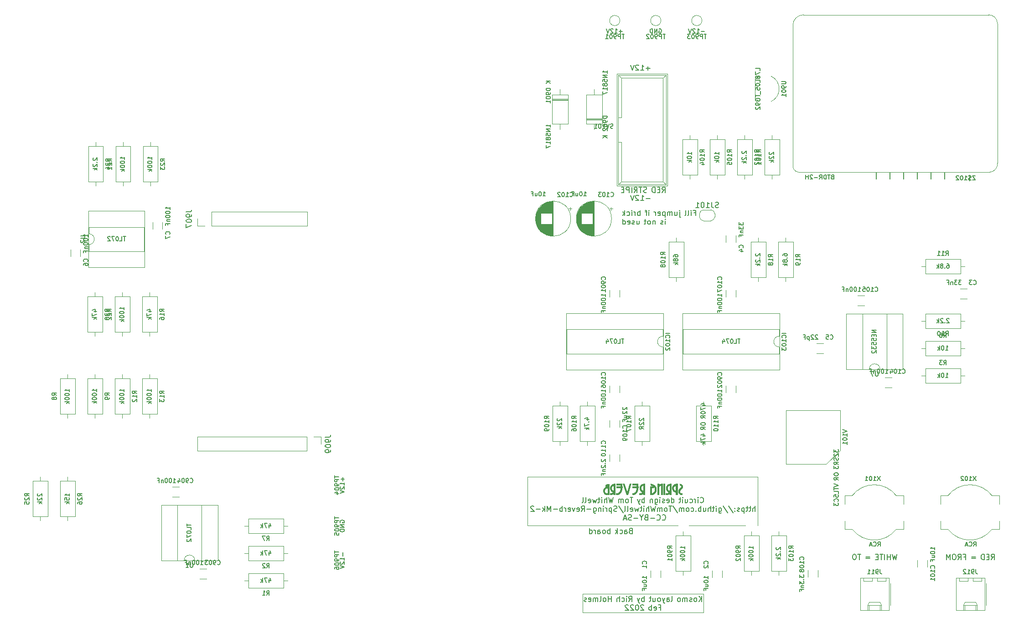
<source format=gbo>
%TF.GenerationSoftware,KiCad,Pcbnew,7.0.0-da2b9df05c~171~ubuntu22.04.1*%
%TF.CreationDate,2023-03-08T20:31:39-05:00*%
%TF.ProjectId,springReverbRev2,73707269-6e67-4526-9576-657262526576,rev?*%
%TF.SameCoordinates,Original*%
%TF.FileFunction,Legend,Bot*%
%TF.FilePolarity,Positive*%
%FSLAX46Y46*%
G04 Gerber Fmt 4.6, Leading zero omitted, Abs format (unit mm)*
G04 Created by KiCad (PCBNEW 7.0.0-da2b9df05c~171~ubuntu22.04.1) date 2023-03-08 20:31:39*
%MOMM*%
%LPD*%
G01*
G04 APERTURE LIST*
%ADD10C,0.120000*%
%ADD11C,0.150000*%
%ADD12C,0.500000*%
%ADD13C,0.050800*%
%ADD14C,0.127000*%
G04 APERTURE END LIST*
D10*
X177750000Y-115000000D02*
X177750000Y-124000000D01*
X188000000Y-136750000D02*
X210500000Y-136750000D01*
X210500000Y-136750000D02*
X210500000Y-140250000D01*
X210500000Y-140250000D02*
X188000000Y-140250000D01*
X188000000Y-140250000D02*
X188000000Y-136750000D01*
X220500000Y-115000000D02*
X220500000Y-124000000D01*
X177750000Y-124000000D02*
X205750000Y-124000000D01*
X207750000Y-124000000D02*
X218250000Y-124000000D01*
X220500000Y-115000000D02*
X177750000Y-115000000D01*
D11*
X263915714Y-130367380D02*
X264249047Y-129891190D01*
X264487142Y-130367380D02*
X264487142Y-129367380D01*
X264487142Y-129367380D02*
X264106190Y-129367380D01*
X264106190Y-129367380D02*
X264010952Y-129415000D01*
X264010952Y-129415000D02*
X263963333Y-129462619D01*
X263963333Y-129462619D02*
X263915714Y-129557857D01*
X263915714Y-129557857D02*
X263915714Y-129700714D01*
X263915714Y-129700714D02*
X263963333Y-129795952D01*
X263963333Y-129795952D02*
X264010952Y-129843571D01*
X264010952Y-129843571D02*
X264106190Y-129891190D01*
X264106190Y-129891190D02*
X264487142Y-129891190D01*
X263487142Y-129843571D02*
X263153809Y-129843571D01*
X263010952Y-130367380D02*
X263487142Y-130367380D01*
X263487142Y-130367380D02*
X263487142Y-129367380D01*
X263487142Y-129367380D02*
X263010952Y-129367380D01*
X262582380Y-130367380D02*
X262582380Y-129367380D01*
X262582380Y-129367380D02*
X262344285Y-129367380D01*
X262344285Y-129367380D02*
X262201428Y-129415000D01*
X262201428Y-129415000D02*
X262106190Y-129510238D01*
X262106190Y-129510238D02*
X262058571Y-129605476D01*
X262058571Y-129605476D02*
X262010952Y-129795952D01*
X262010952Y-129795952D02*
X262010952Y-129938809D01*
X262010952Y-129938809D02*
X262058571Y-130129285D01*
X262058571Y-130129285D02*
X262106190Y-130224523D01*
X262106190Y-130224523D02*
X262201428Y-130319761D01*
X262201428Y-130319761D02*
X262344285Y-130367380D01*
X262344285Y-130367380D02*
X262582380Y-130367380D01*
X260982380Y-129843571D02*
X260220476Y-129843571D01*
X260220476Y-130129285D02*
X260982380Y-130129285D01*
X258810952Y-129843571D02*
X259144285Y-129843571D01*
X259144285Y-130367380D02*
X259144285Y-129367380D01*
X259144285Y-129367380D02*
X258668095Y-129367380D01*
X257715714Y-130367380D02*
X258049047Y-129891190D01*
X258287142Y-130367380D02*
X258287142Y-129367380D01*
X258287142Y-129367380D02*
X257906190Y-129367380D01*
X257906190Y-129367380D02*
X257810952Y-129415000D01*
X257810952Y-129415000D02*
X257763333Y-129462619D01*
X257763333Y-129462619D02*
X257715714Y-129557857D01*
X257715714Y-129557857D02*
X257715714Y-129700714D01*
X257715714Y-129700714D02*
X257763333Y-129795952D01*
X257763333Y-129795952D02*
X257810952Y-129843571D01*
X257810952Y-129843571D02*
X257906190Y-129891190D01*
X257906190Y-129891190D02*
X258287142Y-129891190D01*
X257096666Y-129367380D02*
X256906190Y-129367380D01*
X256906190Y-129367380D02*
X256810952Y-129415000D01*
X256810952Y-129415000D02*
X256715714Y-129510238D01*
X256715714Y-129510238D02*
X256668095Y-129700714D01*
X256668095Y-129700714D02*
X256668095Y-130034047D01*
X256668095Y-130034047D02*
X256715714Y-130224523D01*
X256715714Y-130224523D02*
X256810952Y-130319761D01*
X256810952Y-130319761D02*
X256906190Y-130367380D01*
X256906190Y-130367380D02*
X257096666Y-130367380D01*
X257096666Y-130367380D02*
X257191904Y-130319761D01*
X257191904Y-130319761D02*
X257287142Y-130224523D01*
X257287142Y-130224523D02*
X257334761Y-130034047D01*
X257334761Y-130034047D02*
X257334761Y-129700714D01*
X257334761Y-129700714D02*
X257287142Y-129510238D01*
X257287142Y-129510238D02*
X257191904Y-129415000D01*
X257191904Y-129415000D02*
X257096666Y-129367380D01*
X256239523Y-130367380D02*
X256239523Y-129367380D01*
X256239523Y-129367380D02*
X255906190Y-130081666D01*
X255906190Y-130081666D02*
X255572857Y-129367380D01*
X255572857Y-129367380D02*
X255572857Y-130367380D01*
X208669048Y-65888571D02*
X209002381Y-65888571D01*
X209002381Y-66412380D02*
X209002381Y-65412380D01*
X209002381Y-65412380D02*
X208526191Y-65412380D01*
X208145238Y-66412380D02*
X208145238Y-65745714D01*
X208145238Y-65412380D02*
X208192857Y-65460000D01*
X208192857Y-65460000D02*
X208145238Y-65507619D01*
X208145238Y-65507619D02*
X208097619Y-65460000D01*
X208097619Y-65460000D02*
X208145238Y-65412380D01*
X208145238Y-65412380D02*
X208145238Y-65507619D01*
X207526191Y-66412380D02*
X207621429Y-66364761D01*
X207621429Y-66364761D02*
X207669048Y-66269523D01*
X207669048Y-66269523D02*
X207669048Y-65412380D01*
X207002381Y-66412380D02*
X207097619Y-66364761D01*
X207097619Y-66364761D02*
X207145238Y-66269523D01*
X207145238Y-66269523D02*
X207145238Y-65412380D01*
X206021428Y-65745714D02*
X206021428Y-66602857D01*
X206021428Y-66602857D02*
X206069047Y-66698095D01*
X206069047Y-66698095D02*
X206164285Y-66745714D01*
X206164285Y-66745714D02*
X206211904Y-66745714D01*
X206021428Y-65412380D02*
X206069047Y-65460000D01*
X206069047Y-65460000D02*
X206021428Y-65507619D01*
X206021428Y-65507619D02*
X205973809Y-65460000D01*
X205973809Y-65460000D02*
X206021428Y-65412380D01*
X206021428Y-65412380D02*
X206021428Y-65507619D01*
X205116667Y-65745714D02*
X205116667Y-66412380D01*
X205545238Y-65745714D02*
X205545238Y-66269523D01*
X205545238Y-66269523D02*
X205497619Y-66364761D01*
X205497619Y-66364761D02*
X205402381Y-66412380D01*
X205402381Y-66412380D02*
X205259524Y-66412380D01*
X205259524Y-66412380D02*
X205164286Y-66364761D01*
X205164286Y-66364761D02*
X205116667Y-66317142D01*
X204640476Y-66412380D02*
X204640476Y-65745714D01*
X204640476Y-65840952D02*
X204592857Y-65793333D01*
X204592857Y-65793333D02*
X204497619Y-65745714D01*
X204497619Y-65745714D02*
X204354762Y-65745714D01*
X204354762Y-65745714D02*
X204259524Y-65793333D01*
X204259524Y-65793333D02*
X204211905Y-65888571D01*
X204211905Y-65888571D02*
X204211905Y-66412380D01*
X204211905Y-65888571D02*
X204164286Y-65793333D01*
X204164286Y-65793333D02*
X204069048Y-65745714D01*
X204069048Y-65745714D02*
X203926191Y-65745714D01*
X203926191Y-65745714D02*
X203830952Y-65793333D01*
X203830952Y-65793333D02*
X203783333Y-65888571D01*
X203783333Y-65888571D02*
X203783333Y-66412380D01*
X203307143Y-65745714D02*
X203307143Y-66745714D01*
X203307143Y-65793333D02*
X203211905Y-65745714D01*
X203211905Y-65745714D02*
X203021429Y-65745714D01*
X203021429Y-65745714D02*
X202926191Y-65793333D01*
X202926191Y-65793333D02*
X202878572Y-65840952D01*
X202878572Y-65840952D02*
X202830953Y-65936190D01*
X202830953Y-65936190D02*
X202830953Y-66221904D01*
X202830953Y-66221904D02*
X202878572Y-66317142D01*
X202878572Y-66317142D02*
X202926191Y-66364761D01*
X202926191Y-66364761D02*
X203021429Y-66412380D01*
X203021429Y-66412380D02*
X203211905Y-66412380D01*
X203211905Y-66412380D02*
X203307143Y-66364761D01*
X202021429Y-66364761D02*
X202116667Y-66412380D01*
X202116667Y-66412380D02*
X202307143Y-66412380D01*
X202307143Y-66412380D02*
X202402381Y-66364761D01*
X202402381Y-66364761D02*
X202450000Y-66269523D01*
X202450000Y-66269523D02*
X202450000Y-65888571D01*
X202450000Y-65888571D02*
X202402381Y-65793333D01*
X202402381Y-65793333D02*
X202307143Y-65745714D01*
X202307143Y-65745714D02*
X202116667Y-65745714D01*
X202116667Y-65745714D02*
X202021429Y-65793333D01*
X202021429Y-65793333D02*
X201973810Y-65888571D01*
X201973810Y-65888571D02*
X201973810Y-65983809D01*
X201973810Y-65983809D02*
X202450000Y-66079047D01*
X201545238Y-66412380D02*
X201545238Y-65745714D01*
X201545238Y-65936190D02*
X201497619Y-65840952D01*
X201497619Y-65840952D02*
X201450000Y-65793333D01*
X201450000Y-65793333D02*
X201354762Y-65745714D01*
X201354762Y-65745714D02*
X201259524Y-65745714D01*
X200326190Y-66412380D02*
X200326190Y-65745714D01*
X200326190Y-65412380D02*
X200373809Y-65460000D01*
X200373809Y-65460000D02*
X200326190Y-65507619D01*
X200326190Y-65507619D02*
X200278571Y-65460000D01*
X200278571Y-65460000D02*
X200326190Y-65412380D01*
X200326190Y-65412380D02*
X200326190Y-65507619D01*
X199992857Y-65745714D02*
X199611905Y-65745714D01*
X199850000Y-66412380D02*
X199850000Y-65555238D01*
X199850000Y-65555238D02*
X199802381Y-65460000D01*
X199802381Y-65460000D02*
X199707143Y-65412380D01*
X199707143Y-65412380D02*
X199611905Y-65412380D01*
X198678571Y-66412380D02*
X198678571Y-65412380D01*
X198678571Y-65793333D02*
X198583333Y-65745714D01*
X198583333Y-65745714D02*
X198392857Y-65745714D01*
X198392857Y-65745714D02*
X198297619Y-65793333D01*
X198297619Y-65793333D02*
X198250000Y-65840952D01*
X198250000Y-65840952D02*
X198202381Y-65936190D01*
X198202381Y-65936190D02*
X198202381Y-66221904D01*
X198202381Y-66221904D02*
X198250000Y-66317142D01*
X198250000Y-66317142D02*
X198297619Y-66364761D01*
X198297619Y-66364761D02*
X198392857Y-66412380D01*
X198392857Y-66412380D02*
X198583333Y-66412380D01*
X198583333Y-66412380D02*
X198678571Y-66364761D01*
X197773809Y-66412380D02*
X197773809Y-65745714D01*
X197773809Y-65936190D02*
X197726190Y-65840952D01*
X197726190Y-65840952D02*
X197678571Y-65793333D01*
X197678571Y-65793333D02*
X197583333Y-65745714D01*
X197583333Y-65745714D02*
X197488095Y-65745714D01*
X197154761Y-66412380D02*
X197154761Y-65745714D01*
X197154761Y-65412380D02*
X197202380Y-65460000D01*
X197202380Y-65460000D02*
X197154761Y-65507619D01*
X197154761Y-65507619D02*
X197107142Y-65460000D01*
X197107142Y-65460000D02*
X197154761Y-65412380D01*
X197154761Y-65412380D02*
X197154761Y-65507619D01*
X196250000Y-66364761D02*
X196345238Y-66412380D01*
X196345238Y-66412380D02*
X196535714Y-66412380D01*
X196535714Y-66412380D02*
X196630952Y-66364761D01*
X196630952Y-66364761D02*
X196678571Y-66317142D01*
X196678571Y-66317142D02*
X196726190Y-66221904D01*
X196726190Y-66221904D02*
X196726190Y-65936190D01*
X196726190Y-65936190D02*
X196678571Y-65840952D01*
X196678571Y-65840952D02*
X196630952Y-65793333D01*
X196630952Y-65793333D02*
X196535714Y-65745714D01*
X196535714Y-65745714D02*
X196345238Y-65745714D01*
X196345238Y-65745714D02*
X196250000Y-65793333D01*
X195821428Y-66412380D02*
X195821428Y-65412380D01*
X195726190Y-66031428D02*
X195440476Y-66412380D01*
X195440476Y-65745714D02*
X195821428Y-66126666D01*
X203354762Y-68032380D02*
X203354762Y-67365714D01*
X203354762Y-67032380D02*
X203402381Y-67080000D01*
X203402381Y-67080000D02*
X203354762Y-67127619D01*
X203354762Y-67127619D02*
X203307143Y-67080000D01*
X203307143Y-67080000D02*
X203354762Y-67032380D01*
X203354762Y-67032380D02*
X203354762Y-67127619D01*
X202926191Y-67984761D02*
X202830953Y-68032380D01*
X202830953Y-68032380D02*
X202640477Y-68032380D01*
X202640477Y-68032380D02*
X202545239Y-67984761D01*
X202545239Y-67984761D02*
X202497620Y-67889523D01*
X202497620Y-67889523D02*
X202497620Y-67841904D01*
X202497620Y-67841904D02*
X202545239Y-67746666D01*
X202545239Y-67746666D02*
X202640477Y-67699047D01*
X202640477Y-67699047D02*
X202783334Y-67699047D01*
X202783334Y-67699047D02*
X202878572Y-67651428D01*
X202878572Y-67651428D02*
X202926191Y-67556190D01*
X202926191Y-67556190D02*
X202926191Y-67508571D01*
X202926191Y-67508571D02*
X202878572Y-67413333D01*
X202878572Y-67413333D02*
X202783334Y-67365714D01*
X202783334Y-67365714D02*
X202640477Y-67365714D01*
X202640477Y-67365714D02*
X202545239Y-67413333D01*
X201469048Y-67365714D02*
X201469048Y-68032380D01*
X201469048Y-67460952D02*
X201421429Y-67413333D01*
X201421429Y-67413333D02*
X201326191Y-67365714D01*
X201326191Y-67365714D02*
X201183334Y-67365714D01*
X201183334Y-67365714D02*
X201088096Y-67413333D01*
X201088096Y-67413333D02*
X201040477Y-67508571D01*
X201040477Y-67508571D02*
X201040477Y-68032380D01*
X200421429Y-68032380D02*
X200516667Y-67984761D01*
X200516667Y-67984761D02*
X200564286Y-67937142D01*
X200564286Y-67937142D02*
X200611905Y-67841904D01*
X200611905Y-67841904D02*
X200611905Y-67556190D01*
X200611905Y-67556190D02*
X200564286Y-67460952D01*
X200564286Y-67460952D02*
X200516667Y-67413333D01*
X200516667Y-67413333D02*
X200421429Y-67365714D01*
X200421429Y-67365714D02*
X200278572Y-67365714D01*
X200278572Y-67365714D02*
X200183334Y-67413333D01*
X200183334Y-67413333D02*
X200135715Y-67460952D01*
X200135715Y-67460952D02*
X200088096Y-67556190D01*
X200088096Y-67556190D02*
X200088096Y-67841904D01*
X200088096Y-67841904D02*
X200135715Y-67937142D01*
X200135715Y-67937142D02*
X200183334Y-67984761D01*
X200183334Y-67984761D02*
X200278572Y-68032380D01*
X200278572Y-68032380D02*
X200421429Y-68032380D01*
X199802381Y-67365714D02*
X199421429Y-67365714D01*
X199659524Y-67032380D02*
X199659524Y-67889523D01*
X199659524Y-67889523D02*
X199611905Y-67984761D01*
X199611905Y-67984761D02*
X199516667Y-68032380D01*
X199516667Y-68032380D02*
X199421429Y-68032380D01*
X198059524Y-67365714D02*
X198059524Y-68032380D01*
X198488095Y-67365714D02*
X198488095Y-67889523D01*
X198488095Y-67889523D02*
X198440476Y-67984761D01*
X198440476Y-67984761D02*
X198345238Y-68032380D01*
X198345238Y-68032380D02*
X198202381Y-68032380D01*
X198202381Y-68032380D02*
X198107143Y-67984761D01*
X198107143Y-67984761D02*
X198059524Y-67937142D01*
X197630952Y-67984761D02*
X197535714Y-68032380D01*
X197535714Y-68032380D02*
X197345238Y-68032380D01*
X197345238Y-68032380D02*
X197250000Y-67984761D01*
X197250000Y-67984761D02*
X197202381Y-67889523D01*
X197202381Y-67889523D02*
X197202381Y-67841904D01*
X197202381Y-67841904D02*
X197250000Y-67746666D01*
X197250000Y-67746666D02*
X197345238Y-67699047D01*
X197345238Y-67699047D02*
X197488095Y-67699047D01*
X197488095Y-67699047D02*
X197583333Y-67651428D01*
X197583333Y-67651428D02*
X197630952Y-67556190D01*
X197630952Y-67556190D02*
X197630952Y-67508571D01*
X197630952Y-67508571D02*
X197583333Y-67413333D01*
X197583333Y-67413333D02*
X197488095Y-67365714D01*
X197488095Y-67365714D02*
X197345238Y-67365714D01*
X197345238Y-67365714D02*
X197250000Y-67413333D01*
X196392857Y-67984761D02*
X196488095Y-68032380D01*
X196488095Y-68032380D02*
X196678571Y-68032380D01*
X196678571Y-68032380D02*
X196773809Y-67984761D01*
X196773809Y-67984761D02*
X196821428Y-67889523D01*
X196821428Y-67889523D02*
X196821428Y-67508571D01*
X196821428Y-67508571D02*
X196773809Y-67413333D01*
X196773809Y-67413333D02*
X196678571Y-67365714D01*
X196678571Y-67365714D02*
X196488095Y-67365714D01*
X196488095Y-67365714D02*
X196392857Y-67413333D01*
X196392857Y-67413333D02*
X196345238Y-67508571D01*
X196345238Y-67508571D02*
X196345238Y-67603809D01*
X196345238Y-67603809D02*
X196821428Y-67699047D01*
X195488095Y-68032380D02*
X195488095Y-67032380D01*
X195488095Y-67984761D02*
X195583333Y-68032380D01*
X195583333Y-68032380D02*
X195773809Y-68032380D01*
X195773809Y-68032380D02*
X195869047Y-67984761D01*
X195869047Y-67984761D02*
X195916666Y-67937142D01*
X195916666Y-67937142D02*
X195964285Y-67841904D01*
X195964285Y-67841904D02*
X195964285Y-67556190D01*
X195964285Y-67556190D02*
X195916666Y-67460952D01*
X195916666Y-67460952D02*
X195869047Y-67413333D01*
X195869047Y-67413333D02*
X195773809Y-67365714D01*
X195773809Y-67365714D02*
X195583333Y-67365714D01*
X195583333Y-67365714D02*
X195488095Y-67413333D01*
X246397618Y-129367380D02*
X246159523Y-130367380D01*
X246159523Y-130367380D02*
X245969047Y-129653095D01*
X245969047Y-129653095D02*
X245778571Y-130367380D01*
X245778571Y-130367380D02*
X245540476Y-129367380D01*
X245159523Y-130367380D02*
X245159523Y-129367380D01*
X245159523Y-129843571D02*
X244588095Y-129843571D01*
X244588095Y-130367380D02*
X244588095Y-129367380D01*
X244111904Y-130367380D02*
X244111904Y-129367380D01*
X243778571Y-129367380D02*
X243207143Y-129367380D01*
X243492857Y-130367380D02*
X243492857Y-129367380D01*
X242873809Y-129843571D02*
X242540476Y-129843571D01*
X242397619Y-130367380D02*
X242873809Y-130367380D01*
X242873809Y-130367380D02*
X242873809Y-129367380D01*
X242873809Y-129367380D02*
X242397619Y-129367380D01*
X241369047Y-129843571D02*
X240607143Y-129843571D01*
X240607143Y-130129285D02*
X241369047Y-130129285D01*
X239673809Y-129367380D02*
X239102381Y-129367380D01*
X239388095Y-130367380D02*
X239388095Y-129367380D01*
X238578571Y-129367380D02*
X238388095Y-129367380D01*
X238388095Y-129367380D02*
X238292857Y-129415000D01*
X238292857Y-129415000D02*
X238197619Y-129510238D01*
X238197619Y-129510238D02*
X238150000Y-129700714D01*
X238150000Y-129700714D02*
X238150000Y-130034047D01*
X238150000Y-130034047D02*
X238197619Y-130224523D01*
X238197619Y-130224523D02*
X238292857Y-130319761D01*
X238292857Y-130319761D02*
X238388095Y-130367380D01*
X238388095Y-130367380D02*
X238578571Y-130367380D01*
X238578571Y-130367380D02*
X238673809Y-130319761D01*
X238673809Y-130319761D02*
X238769047Y-130224523D01*
X238769047Y-130224523D02*
X238816666Y-130034047D01*
X238816666Y-130034047D02*
X238816666Y-129700714D01*
X238816666Y-129700714D02*
X238769047Y-129510238D01*
X238769047Y-129510238D02*
X238673809Y-129415000D01*
X238673809Y-129415000D02*
X238578571Y-129367380D01*
D12*
G36*
X205775191Y-117705603D02*
G01*
X205775723Y-117732477D01*
X205777321Y-117759058D01*
X205779982Y-117785347D01*
X205783709Y-117811345D01*
X205788500Y-117837051D01*
X205794357Y-117862464D01*
X205801277Y-117887586D01*
X205809263Y-117912416D01*
X205818313Y-117936954D01*
X205828428Y-117961199D01*
X205835763Y-117977201D01*
X205847503Y-118000832D01*
X205860006Y-118023913D01*
X205873274Y-118046444D01*
X205887306Y-118068426D01*
X205902102Y-118089858D01*
X205917663Y-118110741D01*
X205933988Y-118131074D01*
X205951076Y-118150858D01*
X205968930Y-118170092D01*
X205987547Y-118188777D01*
X206000383Y-118200928D01*
X206020192Y-118218536D01*
X206040603Y-118235457D01*
X206061615Y-118251692D01*
X206083227Y-118267240D01*
X206105441Y-118282100D01*
X206128256Y-118296274D01*
X206151671Y-118309761D01*
X206175688Y-118322561D01*
X206200306Y-118334673D01*
X206225525Y-118346099D01*
X206242672Y-118353335D01*
X206268651Y-118363462D01*
X206294930Y-118372592D01*
X206321510Y-118380727D01*
X206348391Y-118387865D01*
X206375572Y-118394007D01*
X206403054Y-118399154D01*
X206430836Y-118403304D01*
X206458918Y-118406458D01*
X206487302Y-118408616D01*
X206515985Y-118409778D01*
X206535275Y-118410000D01*
X206535275Y-118066106D01*
X206514285Y-118065663D01*
X206493570Y-118064335D01*
X206473130Y-118062121D01*
X206452965Y-118059023D01*
X206433074Y-118055038D01*
X206413459Y-118050169D01*
X206394118Y-118044414D01*
X206375052Y-118037773D01*
X206356291Y-118030385D01*
X206338110Y-118022386D01*
X206320509Y-118013777D01*
X206299324Y-118002156D01*
X206279045Y-117989581D01*
X206259673Y-117976052D01*
X206241206Y-117961570D01*
X206223814Y-117946087D01*
X206207661Y-117929866D01*
X206192749Y-117912905D01*
X206179077Y-117895204D01*
X206166646Y-117876764D01*
X206155454Y-117857585D01*
X206151325Y-117849706D01*
X206141896Y-117829611D01*
X206134066Y-117809015D01*
X206127833Y-117787918D01*
X206123199Y-117766320D01*
X206120163Y-117744222D01*
X206118724Y-117721622D01*
X206118597Y-117712442D01*
X206119598Y-117691438D01*
X206122604Y-117670863D01*
X206127613Y-117650718D01*
X206134625Y-117631002D01*
X206143641Y-117611716D01*
X206154661Y-117592858D01*
X206159629Y-117585436D01*
X206172788Y-117566753D01*
X206186925Y-117547950D01*
X206202040Y-117529028D01*
X206214836Y-117513805D01*
X206228258Y-117498506D01*
X206242306Y-117483130D01*
X206256980Y-117467678D01*
X206260746Y-117463803D01*
X206276064Y-117448133D01*
X206291734Y-117432387D01*
X206307755Y-117416565D01*
X206324127Y-117400666D01*
X206340850Y-117384691D01*
X206357924Y-117368640D01*
X206375349Y-117352512D01*
X206393126Y-117336308D01*
X206410787Y-117319890D01*
X206428113Y-117303121D01*
X206445103Y-117286002D01*
X206461758Y-117268531D01*
X206478076Y-117250708D01*
X206494059Y-117232535D01*
X206509706Y-117214011D01*
X206525017Y-117195136D01*
X206539854Y-117175772D01*
X206554082Y-117156026D01*
X206567698Y-117135899D01*
X206580704Y-117115390D01*
X206593099Y-117094500D01*
X206604884Y-117073228D01*
X206616058Y-117051574D01*
X206626622Y-117029539D01*
X206636124Y-117006870D01*
X206644360Y-116983560D01*
X206651328Y-116959609D01*
X206657030Y-116935017D01*
X206661464Y-116909784D01*
X206664632Y-116883909D01*
X206666176Y-116864083D01*
X206667008Y-116843895D01*
X206667166Y-116830237D01*
X206666732Y-116809116D01*
X206665431Y-116788254D01*
X206663263Y-116767649D01*
X206660228Y-116747301D01*
X206656325Y-116727211D01*
X206651555Y-116707379D01*
X206645918Y-116687804D01*
X206639414Y-116668487D01*
X206632042Y-116649427D01*
X206623803Y-116630625D01*
X206617829Y-116618234D01*
X206608286Y-116599869D01*
X206598160Y-116581958D01*
X206587449Y-116564503D01*
X206576155Y-116547503D01*
X206564277Y-116530958D01*
X206551815Y-116514868D01*
X206538769Y-116499233D01*
X206525139Y-116484053D01*
X206510925Y-116469328D01*
X206496127Y-116455059D01*
X206485938Y-116445799D01*
X206470131Y-116432230D01*
X206453852Y-116419186D01*
X206437101Y-116406665D01*
X206419878Y-116394668D01*
X206402182Y-116383195D01*
X206384014Y-116372245D01*
X206365374Y-116361820D01*
X206346261Y-116351918D01*
X206326677Y-116342540D01*
X206306620Y-116333685D01*
X206292986Y-116328073D01*
X206272258Y-116320217D01*
X206251289Y-116313133D01*
X206230080Y-116306821D01*
X206208631Y-116301283D01*
X206186941Y-116296517D01*
X206165010Y-116292525D01*
X206142840Y-116289305D01*
X206120428Y-116286857D01*
X206097777Y-116285183D01*
X206074885Y-116284281D01*
X206059490Y-116284110D01*
X206059490Y-116628004D01*
X206079291Y-116628502D01*
X206104890Y-116630715D01*
X206129574Y-116634699D01*
X206153342Y-116640454D01*
X206176194Y-116647980D01*
X206198130Y-116657277D01*
X206219150Y-116668344D01*
X206239254Y-116681182D01*
X206244137Y-116684668D01*
X206262227Y-116699269D01*
X206277904Y-116714740D01*
X206291169Y-116731082D01*
X206302023Y-116748293D01*
X206310465Y-116766375D01*
X206316494Y-116785327D01*
X206320112Y-116805148D01*
X206321318Y-116825840D01*
X206320328Y-116846010D01*
X206317359Y-116865606D01*
X206312409Y-116884630D01*
X206305480Y-116903082D01*
X206296572Y-116920962D01*
X206285683Y-116938268D01*
X206280774Y-116945031D01*
X206267474Y-116961858D01*
X206253220Y-116978757D01*
X206238012Y-116995728D01*
X206221850Y-117012770D01*
X206204734Y-117029884D01*
X206190354Y-117043626D01*
X206179169Y-117053963D01*
X206163873Y-117067740D01*
X206148272Y-117081715D01*
X206132366Y-117095889D01*
X206116154Y-117110261D01*
X206099637Y-117124832D01*
X206082815Y-117139601D01*
X206065687Y-117154568D01*
X206048255Y-117169734D01*
X206030822Y-117185129D01*
X206013694Y-117201028D01*
X205996872Y-117217430D01*
X205980355Y-117234337D01*
X205964143Y-117251746D01*
X205948237Y-117269660D01*
X205932636Y-117288078D01*
X205917340Y-117306999D01*
X205902510Y-117326386D01*
X205888306Y-117346444D01*
X205874728Y-117367174D01*
X205861775Y-117388576D01*
X205849449Y-117410649D01*
X205837748Y-117433394D01*
X205826673Y-117456811D01*
X205818777Y-117474815D01*
X205816224Y-117480900D01*
X205808891Y-117499476D01*
X205802279Y-117518567D01*
X205796389Y-117538173D01*
X205791220Y-117558294D01*
X205786772Y-117578931D01*
X205783045Y-117600083D01*
X205780040Y-117621750D01*
X205777756Y-117643932D01*
X205776193Y-117666629D01*
X205775351Y-117689842D01*
X205775191Y-117705603D01*
G37*
G36*
X205680425Y-118410000D02*
G01*
X205334577Y-118410000D01*
X205334577Y-117932749D01*
X205316030Y-117929742D01*
X205288495Y-117924487D01*
X205261304Y-117918339D01*
X205234457Y-117911298D01*
X205207952Y-117903364D01*
X205181792Y-117894536D01*
X205155974Y-117884816D01*
X205130501Y-117874203D01*
X205105370Y-117862697D01*
X205080584Y-117850298D01*
X205056140Y-117837006D01*
X205040096Y-117827644D01*
X205016546Y-117813073D01*
X204993614Y-117797866D01*
X204971300Y-117782023D01*
X204949604Y-117765546D01*
X204928527Y-117748432D01*
X204908068Y-117730684D01*
X204888227Y-117712300D01*
X204869004Y-117693280D01*
X204850400Y-117673625D01*
X204832414Y-117653335D01*
X204820784Y-117639480D01*
X204803918Y-117618261D01*
X204787748Y-117596518D01*
X204772273Y-117574252D01*
X204757494Y-117551461D01*
X204743411Y-117528147D01*
X204730023Y-117504309D01*
X204717330Y-117479947D01*
X204705333Y-117455061D01*
X204694032Y-117429652D01*
X204683426Y-117403719D01*
X204676741Y-117386204D01*
X204667524Y-117359739D01*
X204659276Y-117333041D01*
X204651999Y-117306112D01*
X204645692Y-117278951D01*
X204640355Y-117251558D01*
X204635989Y-117223933D01*
X204632593Y-117196077D01*
X204630167Y-117167988D01*
X204628712Y-117139668D01*
X204628302Y-117115512D01*
X204971632Y-117115512D01*
X204972052Y-117136510D01*
X204973311Y-117157247D01*
X204975410Y-117177726D01*
X204978349Y-117197944D01*
X204982127Y-117217904D01*
X204986745Y-117237603D01*
X204992202Y-117257044D01*
X204998499Y-117276224D01*
X205005452Y-117294939D01*
X205013123Y-117313227D01*
X205021511Y-117331087D01*
X205030617Y-117348520D01*
X205040440Y-117365525D01*
X205050981Y-117382103D01*
X205062239Y-117398254D01*
X205074214Y-117413977D01*
X205086816Y-117429197D01*
X205099951Y-117443836D01*
X205113621Y-117457895D01*
X205127825Y-117471374D01*
X205142564Y-117484273D01*
X205157837Y-117496592D01*
X205173644Y-117508331D01*
X205189985Y-117519490D01*
X205206670Y-117529993D01*
X205223752Y-117539762D01*
X205241230Y-117548799D01*
X205259106Y-117557103D01*
X205277378Y-117564675D01*
X205296048Y-117571514D01*
X205315114Y-117577620D01*
X205334577Y-117582993D01*
X205334577Y-116654382D01*
X205315114Y-116659626D01*
X205296048Y-116665587D01*
X205277378Y-116672265D01*
X205259106Y-116679661D01*
X205241230Y-116687774D01*
X205223752Y-116696605D01*
X205206670Y-116706154D01*
X205189985Y-116716420D01*
X205181748Y-116721743D01*
X205161738Y-116735687D01*
X205142564Y-116750537D01*
X205124224Y-116766294D01*
X205106719Y-116782957D01*
X205090049Y-116800526D01*
X205074214Y-116819002D01*
X205071153Y-116822803D01*
X205056520Y-116842266D01*
X205043008Y-116862492D01*
X205030617Y-116883482D01*
X205021511Y-116900823D01*
X205013123Y-116918653D01*
X205005452Y-116936971D01*
X204998499Y-116955778D01*
X204992202Y-116974836D01*
X204986745Y-116994154D01*
X204982127Y-117013732D01*
X204978349Y-117033569D01*
X204975410Y-117053666D01*
X204973311Y-117074022D01*
X204972052Y-117094637D01*
X204971632Y-117115512D01*
X204628302Y-117115512D01*
X204628227Y-117111116D01*
X204628486Y-117090060D01*
X204629265Y-117069144D01*
X204630562Y-117048370D01*
X204632379Y-117027738D01*
X204634714Y-117007246D01*
X204637569Y-116986896D01*
X204640943Y-116966686D01*
X204644835Y-116946618D01*
X204649247Y-116926692D01*
X204654178Y-116906906D01*
X204659627Y-116887262D01*
X204665596Y-116867759D01*
X204672084Y-116848397D01*
X204679090Y-116829176D01*
X204686616Y-116810096D01*
X204694661Y-116791158D01*
X204703081Y-116772386D01*
X204711857Y-116753926D01*
X204720987Y-116735780D01*
X204730473Y-116717946D01*
X204740313Y-116700426D01*
X204750508Y-116683218D01*
X204761059Y-116666323D01*
X204771964Y-116649741D01*
X204783224Y-116633472D01*
X204794838Y-116617517D01*
X204806808Y-116601874D01*
X204819133Y-116586543D01*
X204831813Y-116571526D01*
X204844847Y-116556822D01*
X204858237Y-116542431D01*
X204871981Y-116528353D01*
X204885996Y-116514606D01*
X204900321Y-116501211D01*
X204914954Y-116488167D01*
X204929897Y-116475474D01*
X204945149Y-116463132D01*
X204960710Y-116451141D01*
X204976580Y-116439502D01*
X204992759Y-116428213D01*
X205009247Y-116417276D01*
X205026045Y-116406689D01*
X205043151Y-116396454D01*
X205060567Y-116386570D01*
X205078292Y-116377037D01*
X205096326Y-116367855D01*
X205114669Y-116359024D01*
X205133321Y-116350544D01*
X205152198Y-116342499D01*
X205171217Y-116334973D01*
X205190376Y-116327967D01*
X205209677Y-116321479D01*
X205229119Y-116315510D01*
X205248703Y-116310061D01*
X205268427Y-116305130D01*
X205288293Y-116300718D01*
X205308300Y-116296826D01*
X205328448Y-116293452D01*
X205348737Y-116290597D01*
X205369168Y-116288262D01*
X205389740Y-116286445D01*
X205410453Y-116285148D01*
X205431307Y-116284369D01*
X205452302Y-116284110D01*
X205680425Y-116284110D01*
X205680425Y-118410000D01*
G37*
G36*
X204533460Y-118410000D02*
G01*
X204190544Y-118410000D01*
X204190544Y-118169665D01*
X204173471Y-118182764D01*
X204156082Y-118195562D01*
X204138377Y-118208058D01*
X204120354Y-118220253D01*
X204102015Y-118232147D01*
X204083359Y-118243739D01*
X204064386Y-118255029D01*
X204045097Y-118266018D01*
X204025491Y-118276706D01*
X204005568Y-118287092D01*
X203985328Y-118297176D01*
X203964772Y-118306960D01*
X203943898Y-118316441D01*
X203922708Y-118325621D01*
X203901202Y-118334500D01*
X203879378Y-118343077D01*
X203857379Y-118351181D01*
X203835346Y-118358762D01*
X203813278Y-118365820D01*
X203791176Y-118372356D01*
X203769040Y-118378368D01*
X203746869Y-118383858D01*
X203724664Y-118388825D01*
X203702424Y-118393269D01*
X203680150Y-118397190D01*
X203657842Y-118400589D01*
X203635500Y-118403464D01*
X203613123Y-118405817D01*
X203590712Y-118407647D01*
X203568266Y-118408954D01*
X203545786Y-118409738D01*
X203523272Y-118410000D01*
X203458792Y-118410000D01*
X203458792Y-118066106D01*
X203468784Y-118066058D01*
X203488641Y-118065676D01*
X203508325Y-118064913D01*
X203537530Y-118063053D01*
X203566348Y-118060333D01*
X203594780Y-118056756D01*
X203622825Y-118052319D01*
X203650484Y-118047024D01*
X203677757Y-118040870D01*
X203704643Y-118033858D01*
X203731143Y-118025987D01*
X203757257Y-118017257D01*
X203774321Y-118010983D01*
X203799339Y-118000942D01*
X203823660Y-117990146D01*
X203847286Y-117978594D01*
X203870217Y-117966287D01*
X203892452Y-117953223D01*
X203913992Y-117939405D01*
X203934836Y-117924830D01*
X203954985Y-117909500D01*
X203974438Y-117893414D01*
X203993195Y-117876573D01*
X203979520Y-117870473D01*
X203959242Y-117860886D01*
X203939248Y-117850775D01*
X203919537Y-117840140D01*
X203900110Y-117828982D01*
X203880966Y-117817300D01*
X203862106Y-117805094D01*
X203843528Y-117792364D01*
X203825234Y-117779111D01*
X203807224Y-117765333D01*
X203789497Y-117751032D01*
X203777817Y-117741236D01*
X203760691Y-117726212D01*
X203744037Y-117710793D01*
X203727855Y-117694980D01*
X203712146Y-117678771D01*
X203696909Y-117662167D01*
X203682144Y-117645168D01*
X203667852Y-117627775D01*
X203654032Y-117609986D01*
X203640684Y-117591802D01*
X203627808Y-117573224D01*
X203619433Y-117560582D01*
X203607293Y-117541384D01*
X203595660Y-117521902D01*
X203584533Y-117502137D01*
X203573912Y-117482088D01*
X203563799Y-117461757D01*
X203554192Y-117441142D01*
X203545091Y-117420243D01*
X203536497Y-117399061D01*
X203528410Y-117377596D01*
X203520830Y-117355847D01*
X203516038Y-117341155D01*
X203509431Y-117318972D01*
X203503519Y-117296618D01*
X203498303Y-117274093D01*
X203493782Y-117251395D01*
X203489956Y-117228526D01*
X203486826Y-117205485D01*
X203484392Y-117182273D01*
X203482653Y-117158888D01*
X203481610Y-117135332D01*
X203481319Y-117115512D01*
X203827599Y-117115512D01*
X203828018Y-117136510D01*
X203829278Y-117157247D01*
X203831377Y-117177726D01*
X203834315Y-117197944D01*
X203838093Y-117217904D01*
X203842711Y-117237603D01*
X203848168Y-117257044D01*
X203854465Y-117276224D01*
X203861419Y-117294939D01*
X203869089Y-117313227D01*
X203877478Y-117331087D01*
X203886583Y-117348520D01*
X203896406Y-117365525D01*
X203906947Y-117382103D01*
X203918205Y-117398254D01*
X203930181Y-117413977D01*
X203942782Y-117429197D01*
X203955918Y-117443836D01*
X203969588Y-117457895D01*
X203983792Y-117471374D01*
X203998530Y-117484273D01*
X204013803Y-117496592D01*
X204029610Y-117508331D01*
X204045952Y-117519490D01*
X204062637Y-117529993D01*
X204079718Y-117539762D01*
X204097197Y-117548799D01*
X204115072Y-117557103D01*
X204133345Y-117564675D01*
X204152014Y-117571514D01*
X204171080Y-117577620D01*
X204190544Y-117582993D01*
X204190544Y-116654382D01*
X204171080Y-116659626D01*
X204152014Y-116665587D01*
X204133345Y-116672265D01*
X204115072Y-116679661D01*
X204097197Y-116687774D01*
X204079718Y-116696605D01*
X204062637Y-116706154D01*
X204045952Y-116716420D01*
X204037714Y-116721743D01*
X204017705Y-116735687D01*
X203998530Y-116750537D01*
X203980191Y-116766294D01*
X203962686Y-116782957D01*
X203946016Y-116800526D01*
X203930181Y-116819002D01*
X203927119Y-116822803D01*
X203912486Y-116842266D01*
X203898974Y-116862492D01*
X203886583Y-116883482D01*
X203877478Y-116900823D01*
X203869089Y-116918653D01*
X203861419Y-116936971D01*
X203854465Y-116955778D01*
X203848168Y-116974836D01*
X203842711Y-116994154D01*
X203838093Y-117013732D01*
X203834315Y-117033569D01*
X203831377Y-117053666D01*
X203829278Y-117074022D01*
X203828018Y-117094637D01*
X203827599Y-117115512D01*
X203481319Y-117115512D01*
X203481262Y-117111605D01*
X203481522Y-117090489D01*
X203482300Y-117069518D01*
X203483598Y-117048693D01*
X203485414Y-117028012D01*
X203487750Y-117007477D01*
X203490605Y-116987086D01*
X203493978Y-116966841D01*
X203497871Y-116946741D01*
X203502282Y-116926785D01*
X203507213Y-116906975D01*
X203512663Y-116887309D01*
X203518631Y-116867789D01*
X203525119Y-116848414D01*
X203532126Y-116829183D01*
X203539652Y-116810098D01*
X203547696Y-116791158D01*
X203556127Y-116772386D01*
X203564931Y-116753926D01*
X203574109Y-116735780D01*
X203583661Y-116717946D01*
X203593587Y-116700426D01*
X203603887Y-116683218D01*
X203614562Y-116666323D01*
X203625610Y-116649741D01*
X203637032Y-116633472D01*
X203648828Y-116617517D01*
X203660998Y-116601874D01*
X203673542Y-116586543D01*
X203686461Y-116571526D01*
X203699753Y-116556822D01*
X203713419Y-116542431D01*
X203727459Y-116528353D01*
X203741826Y-116514606D01*
X203756471Y-116501211D01*
X203771394Y-116488167D01*
X203786596Y-116475474D01*
X203802077Y-116463132D01*
X203817837Y-116451141D01*
X203833875Y-116439502D01*
X203850191Y-116428213D01*
X203866786Y-116417276D01*
X203883660Y-116406689D01*
X203900812Y-116396454D01*
X203918243Y-116386570D01*
X203935953Y-116377037D01*
X203953941Y-116367855D01*
X203972208Y-116359024D01*
X203990753Y-116350544D01*
X204009453Y-116342499D01*
X204028305Y-116334973D01*
X204047310Y-116327967D01*
X204066468Y-116321479D01*
X204085779Y-116315510D01*
X204105242Y-116310061D01*
X204124857Y-116305130D01*
X204144626Y-116300718D01*
X204164547Y-116296826D01*
X204184621Y-116293452D01*
X204204847Y-116290597D01*
X204225226Y-116288262D01*
X204245758Y-116286445D01*
X204266442Y-116285148D01*
X204287279Y-116284369D01*
X204308269Y-116284110D01*
X204533460Y-116284110D01*
X204533460Y-118410000D01*
G37*
G36*
X203363049Y-118410000D02*
G01*
X203363049Y-116284110D01*
X203020132Y-116284110D01*
X203020132Y-118410000D01*
X203363049Y-118410000D01*
G37*
G36*
X202212665Y-118410000D02*
G01*
X202212665Y-116856615D01*
X202231975Y-116839320D01*
X202251805Y-116822604D01*
X202272153Y-116806469D01*
X202293021Y-116790914D01*
X202309012Y-116779628D01*
X202325295Y-116768668D01*
X202341870Y-116758035D01*
X202358737Y-116747728D01*
X202375896Y-116737748D01*
X202381681Y-116734494D01*
X202399156Y-116724955D01*
X202416778Y-116715941D01*
X202434545Y-116707450D01*
X202452458Y-116699483D01*
X202476569Y-116689675D01*
X202500940Y-116680798D01*
X202525571Y-116672853D01*
X202550460Y-116665838D01*
X202575610Y-116659755D01*
X202575610Y-118410000D01*
X202921458Y-118410000D01*
X202921458Y-116284110D01*
X202747068Y-116284110D01*
X202720729Y-116284445D01*
X202694466Y-116285449D01*
X202668281Y-116287124D01*
X202642174Y-116289468D01*
X202616143Y-116292482D01*
X202590190Y-116296165D01*
X202564314Y-116300519D01*
X202538515Y-116305542D01*
X202512794Y-116311235D01*
X202487150Y-116317598D01*
X202470097Y-116322212D01*
X202444676Y-116329592D01*
X202419521Y-116337444D01*
X202394633Y-116345769D01*
X202370011Y-116354566D01*
X202345655Y-116363835D01*
X202321565Y-116373577D01*
X202297741Y-116383791D01*
X202274184Y-116394477D01*
X202250892Y-116405635D01*
X202227867Y-116417266D01*
X202212665Y-116425282D01*
X202212665Y-116284110D01*
X201869259Y-116284110D01*
X201869259Y-118410000D01*
X202212665Y-118410000D01*
G37*
G36*
X200703124Y-116285457D02*
G01*
X200731584Y-116287422D01*
X200759804Y-116290006D01*
X200787783Y-116293208D01*
X200815521Y-116297028D01*
X200843020Y-116301466D01*
X200870278Y-116306523D01*
X200897295Y-116312198D01*
X200924072Y-116318491D01*
X200950609Y-116325402D01*
X200976905Y-116332932D01*
X201002961Y-116341079D01*
X201028776Y-116349845D01*
X201054351Y-116359230D01*
X201079685Y-116369232D01*
X201104779Y-116379853D01*
X201129557Y-116391004D01*
X201153941Y-116402598D01*
X201177932Y-116414635D01*
X201201530Y-116427114D01*
X201224735Y-116440036D01*
X201247547Y-116453401D01*
X201269966Y-116467208D01*
X201291992Y-116481458D01*
X201313624Y-116496151D01*
X201334864Y-116511286D01*
X201355710Y-116526864D01*
X201376164Y-116542885D01*
X201396224Y-116559349D01*
X201415891Y-116576255D01*
X201435166Y-116593604D01*
X201454047Y-116611395D01*
X201472424Y-116629530D01*
X201490309Y-116648032D01*
X201507702Y-116666899D01*
X201524602Y-116686133D01*
X201541010Y-116705734D01*
X201556926Y-116725701D01*
X201572350Y-116746034D01*
X201587281Y-116766734D01*
X201601720Y-116787800D01*
X201615667Y-116809232D01*
X201629121Y-116831031D01*
X201642083Y-116853196D01*
X201654553Y-116875727D01*
X201666530Y-116898625D01*
X201678015Y-116921889D01*
X201689008Y-116945519D01*
X201699360Y-116969356D01*
X201709044Y-116993360D01*
X201718060Y-117017533D01*
X201726408Y-117041873D01*
X201734088Y-117066381D01*
X201741101Y-117091058D01*
X201747445Y-117115902D01*
X201753122Y-117140914D01*
X201758131Y-117166094D01*
X201762472Y-117191441D01*
X201766145Y-117216957D01*
X201769150Y-117242641D01*
X201771488Y-117268492D01*
X201773158Y-117294512D01*
X201774159Y-117320699D01*
X201774493Y-117347055D01*
X201774169Y-117374074D01*
X201773196Y-117400910D01*
X201771574Y-117427563D01*
X201769303Y-117454033D01*
X201766384Y-117480320D01*
X201762815Y-117506423D01*
X201758598Y-117532343D01*
X201753733Y-117558080D01*
X201748218Y-117583634D01*
X201742055Y-117609005D01*
X201735243Y-117634193D01*
X201727782Y-117659197D01*
X201719672Y-117684018D01*
X201710914Y-117708656D01*
X201701507Y-117733111D01*
X201691451Y-117757383D01*
X201680841Y-117781317D01*
X201669774Y-117804880D01*
X201658249Y-117828074D01*
X201646266Y-117850897D01*
X201633825Y-117873350D01*
X201620926Y-117895433D01*
X201607569Y-117917146D01*
X201593754Y-117938489D01*
X201579481Y-117959461D01*
X201564750Y-117980063D01*
X201549561Y-118000295D01*
X201533914Y-118020157D01*
X201517809Y-118039649D01*
X201501247Y-118058771D01*
X201484226Y-118077522D01*
X201466747Y-118095903D01*
X201448797Y-118113802D01*
X201430485Y-118131227D01*
X201411810Y-118148179D01*
X201392772Y-118164658D01*
X201373372Y-118180663D01*
X201353609Y-118196195D01*
X201333484Y-118211255D01*
X201312996Y-118225840D01*
X201292146Y-118239953D01*
X201270933Y-118253592D01*
X201249358Y-118266759D01*
X201227420Y-118279452D01*
X201205119Y-118291671D01*
X201182456Y-118303418D01*
X201159431Y-118314691D01*
X201136042Y-118325491D01*
X201112374Y-118335725D01*
X201088507Y-118345298D01*
X201064441Y-118354211D01*
X201040177Y-118362464D01*
X201015715Y-118370056D01*
X200991054Y-118376989D01*
X200966194Y-118383261D01*
X200941137Y-118388872D01*
X200915880Y-118393824D01*
X200890426Y-118398116D01*
X200864773Y-118401747D01*
X200838921Y-118404718D01*
X200812871Y-118407029D01*
X200786623Y-118408679D01*
X200760176Y-118409669D01*
X200733530Y-118410000D01*
X200559141Y-118410000D01*
X200559141Y-118031423D01*
X200904989Y-118031423D01*
X200919683Y-118027740D01*
X200941418Y-118021687D01*
X200962783Y-118014998D01*
X200983779Y-118007673D01*
X201004405Y-117999713D01*
X201024662Y-117991118D01*
X201044551Y-117981888D01*
X201064070Y-117972022D01*
X201083219Y-117961520D01*
X201102000Y-117950383D01*
X201120411Y-117938611D01*
X201132451Y-117930392D01*
X201150097Y-117917700D01*
X201167244Y-117904569D01*
X201183894Y-117891001D01*
X201200046Y-117876995D01*
X201215699Y-117862551D01*
X201230854Y-117847669D01*
X201245512Y-117832348D01*
X201259671Y-117816591D01*
X201273333Y-117800395D01*
X201286496Y-117783761D01*
X201294985Y-117772373D01*
X201307269Y-117754948D01*
X201319011Y-117737110D01*
X201330212Y-117718861D01*
X201340873Y-117700199D01*
X201350992Y-117681125D01*
X201360570Y-117661639D01*
X201369608Y-117641741D01*
X201378104Y-117621431D01*
X201386060Y-117600708D01*
X201393474Y-117579574D01*
X201398088Y-117565307D01*
X201404451Y-117543756D01*
X201410144Y-117522024D01*
X201415167Y-117500112D01*
X201419521Y-117478020D01*
X201423204Y-117455748D01*
X201426218Y-117433295D01*
X201428562Y-117410662D01*
X201430237Y-117387849D01*
X201431241Y-117364855D01*
X201431576Y-117341681D01*
X201431345Y-117323495D01*
X201430133Y-117296480D01*
X201427882Y-117269782D01*
X201424592Y-117243403D01*
X201420263Y-117217341D01*
X201414895Y-117191596D01*
X201408488Y-117166170D01*
X201401042Y-117141061D01*
X201392557Y-117116270D01*
X201383033Y-117091797D01*
X201372470Y-117067641D01*
X201364894Y-117051757D01*
X201352830Y-117028362D01*
X201339924Y-117005481D01*
X201326177Y-116983116D01*
X201311588Y-116961265D01*
X201296158Y-116939930D01*
X201279886Y-116919111D01*
X201262773Y-116898806D01*
X201244818Y-116879017D01*
X201226022Y-116859742D01*
X201206384Y-116840983D01*
X201206384Y-117096950D01*
X200904989Y-117096950D01*
X200904989Y-118031423D01*
X200559141Y-118031423D01*
X200559141Y-116753056D01*
X201085240Y-116753056D01*
X201061882Y-116738943D01*
X201038216Y-116725670D01*
X201014240Y-116713237D01*
X200989955Y-116701643D01*
X200965361Y-116690889D01*
X200940457Y-116680974D01*
X200915245Y-116671899D01*
X200889724Y-116663663D01*
X200863893Y-116656267D01*
X200837753Y-116649711D01*
X200811304Y-116643994D01*
X200784546Y-116639117D01*
X200757479Y-116635079D01*
X200730103Y-116631881D01*
X200702418Y-116629523D01*
X200674423Y-116628004D01*
X200674423Y-116284110D01*
X200703124Y-116285457D01*
G37*
G36*
X199625156Y-118410000D02*
G01*
X199282239Y-118410000D01*
X199282239Y-118169665D01*
X199265167Y-118182764D01*
X199247778Y-118195562D01*
X199230072Y-118208058D01*
X199212050Y-118220253D01*
X199193711Y-118232147D01*
X199175055Y-118243739D01*
X199156082Y-118255029D01*
X199136793Y-118266018D01*
X199117186Y-118276706D01*
X199097263Y-118287092D01*
X199077024Y-118297176D01*
X199056467Y-118306960D01*
X199035594Y-118316441D01*
X199014404Y-118325621D01*
X198992897Y-118334500D01*
X198971074Y-118343077D01*
X198949075Y-118351181D01*
X198927041Y-118358762D01*
X198904974Y-118365820D01*
X198882872Y-118372356D01*
X198860735Y-118378368D01*
X198838564Y-118383858D01*
X198816359Y-118388825D01*
X198794120Y-118393269D01*
X198771846Y-118397190D01*
X198749538Y-118400589D01*
X198727195Y-118403464D01*
X198704819Y-118405817D01*
X198682407Y-118407647D01*
X198659962Y-118408954D01*
X198637482Y-118409738D01*
X198614968Y-118410000D01*
X198550488Y-118410000D01*
X198550488Y-118066106D01*
X198560480Y-118066058D01*
X198580336Y-118065676D01*
X198600021Y-118064913D01*
X198629225Y-118063053D01*
X198658044Y-118060333D01*
X198686476Y-118056756D01*
X198714521Y-118052319D01*
X198742180Y-118047024D01*
X198769453Y-118040870D01*
X198796339Y-118033858D01*
X198822839Y-118025987D01*
X198848952Y-118017257D01*
X198866017Y-118010983D01*
X198891034Y-118000942D01*
X198915356Y-117990146D01*
X198938982Y-117978594D01*
X198961913Y-117966287D01*
X198984148Y-117953223D01*
X199005688Y-117939405D01*
X199026532Y-117924830D01*
X199046680Y-117909500D01*
X199066133Y-117893414D01*
X199084891Y-117876573D01*
X199071215Y-117870473D01*
X199050938Y-117860886D01*
X199030944Y-117850775D01*
X199011233Y-117840140D01*
X198991806Y-117828982D01*
X198972662Y-117817300D01*
X198953801Y-117805094D01*
X198935224Y-117792364D01*
X198916930Y-117779111D01*
X198898920Y-117765333D01*
X198881193Y-117751032D01*
X198869513Y-117741236D01*
X198852387Y-117726212D01*
X198835733Y-117710793D01*
X198819551Y-117694980D01*
X198803842Y-117678771D01*
X198788605Y-117662167D01*
X198773840Y-117645168D01*
X198759548Y-117627775D01*
X198745727Y-117609986D01*
X198732379Y-117591802D01*
X198719504Y-117573224D01*
X198711129Y-117560582D01*
X198698989Y-117541384D01*
X198687355Y-117521902D01*
X198676228Y-117502137D01*
X198665608Y-117482088D01*
X198655494Y-117461757D01*
X198645887Y-117441142D01*
X198636787Y-117420243D01*
X198628193Y-117399061D01*
X198620106Y-117377596D01*
X198612525Y-117355847D01*
X198607734Y-117341155D01*
X198601127Y-117318972D01*
X198595215Y-117296618D01*
X198589998Y-117274093D01*
X198585477Y-117251395D01*
X198581652Y-117228526D01*
X198578522Y-117205485D01*
X198576088Y-117182273D01*
X198574349Y-117158888D01*
X198573306Y-117135332D01*
X198573015Y-117115512D01*
X198919294Y-117115512D01*
X198919714Y-117136510D01*
X198920974Y-117157247D01*
X198923073Y-117177726D01*
X198926011Y-117197944D01*
X198929789Y-117217904D01*
X198934407Y-117237603D01*
X198939864Y-117257044D01*
X198946161Y-117276224D01*
X198953114Y-117294939D01*
X198960785Y-117313227D01*
X198969173Y-117331087D01*
X198978279Y-117348520D01*
X198988102Y-117365525D01*
X198998643Y-117382103D01*
X199009901Y-117398254D01*
X199021876Y-117413977D01*
X199034478Y-117429197D01*
X199047613Y-117443836D01*
X199061283Y-117457895D01*
X199075488Y-117471374D01*
X199090226Y-117484273D01*
X199105499Y-117496592D01*
X199121306Y-117508331D01*
X199137647Y-117519490D01*
X199154332Y-117529993D01*
X199171414Y-117539762D01*
X199188893Y-117548799D01*
X199206768Y-117557103D01*
X199225041Y-117564675D01*
X199243710Y-117571514D01*
X199262776Y-117577620D01*
X199282239Y-117582993D01*
X199282239Y-116654382D01*
X199262776Y-116659626D01*
X199243710Y-116665587D01*
X199225041Y-116672265D01*
X199206768Y-116679661D01*
X199188893Y-116687774D01*
X199171414Y-116696605D01*
X199154332Y-116706154D01*
X199137647Y-116716420D01*
X199129410Y-116721743D01*
X199109401Y-116735687D01*
X199090226Y-116750537D01*
X199071887Y-116766294D01*
X199054382Y-116782957D01*
X199037712Y-116800526D01*
X199021876Y-116819002D01*
X199018815Y-116822803D01*
X199004182Y-116842266D01*
X198990670Y-116862492D01*
X198978279Y-116883482D01*
X198969173Y-116900823D01*
X198960785Y-116918653D01*
X198953114Y-116936971D01*
X198946161Y-116955778D01*
X198939864Y-116974836D01*
X198934407Y-116994154D01*
X198929789Y-117013732D01*
X198926011Y-117033569D01*
X198923073Y-117053666D01*
X198920974Y-117074022D01*
X198919714Y-117094637D01*
X198919294Y-117115512D01*
X198573015Y-117115512D01*
X198572958Y-117111605D01*
X198573218Y-117090489D01*
X198573996Y-117069518D01*
X198575294Y-117048693D01*
X198577110Y-117028012D01*
X198579446Y-117007477D01*
X198582300Y-116987086D01*
X198585674Y-116966841D01*
X198589567Y-116946741D01*
X198593978Y-116926785D01*
X198598909Y-116906975D01*
X198604359Y-116887309D01*
X198610327Y-116867789D01*
X198616815Y-116848414D01*
X198623822Y-116829183D01*
X198631347Y-116810098D01*
X198639392Y-116791158D01*
X198647822Y-116772386D01*
X198656626Y-116753926D01*
X198665805Y-116735780D01*
X198675357Y-116717946D01*
X198685283Y-116700426D01*
X198695583Y-116683218D01*
X198706257Y-116666323D01*
X198717306Y-116649741D01*
X198728728Y-116633472D01*
X198740524Y-116617517D01*
X198752694Y-116601874D01*
X198765238Y-116586543D01*
X198778156Y-116571526D01*
X198791449Y-116556822D01*
X198805115Y-116542431D01*
X198819155Y-116528353D01*
X198833521Y-116514606D01*
X198848166Y-116501211D01*
X198863090Y-116488167D01*
X198878292Y-116475474D01*
X198893773Y-116463132D01*
X198909532Y-116451141D01*
X198925570Y-116439502D01*
X198941887Y-116428213D01*
X198958482Y-116417276D01*
X198975356Y-116406689D01*
X198992508Y-116396454D01*
X199009939Y-116386570D01*
X199027649Y-116377037D01*
X199045637Y-116367855D01*
X199063903Y-116359024D01*
X199082449Y-116350544D01*
X199101148Y-116342499D01*
X199120001Y-116334973D01*
X199139006Y-116327967D01*
X199158164Y-116321479D01*
X199177474Y-116315510D01*
X199196937Y-116310061D01*
X199216553Y-116305130D01*
X199236322Y-116300718D01*
X199256243Y-116296826D01*
X199276316Y-116293452D01*
X199296543Y-116290597D01*
X199316922Y-116288262D01*
X199337453Y-116286445D01*
X199358138Y-116285148D01*
X199378975Y-116284369D01*
X199399964Y-116284110D01*
X199625156Y-116284110D01*
X199625156Y-118410000D01*
G37*
G36*
X197281402Y-118410000D02*
G01*
X197308408Y-118409309D01*
X197335204Y-118407969D01*
X197361790Y-118405981D01*
X197388167Y-118403344D01*
X197414333Y-118400058D01*
X197440289Y-118396123D01*
X197466036Y-118391540D01*
X197491573Y-118386308D01*
X197516900Y-118380427D01*
X197542017Y-118373897D01*
X197566924Y-118366719D01*
X197591621Y-118358892D01*
X197616108Y-118350416D01*
X197640385Y-118341291D01*
X197664453Y-118331517D01*
X197688310Y-118321095D01*
X197711876Y-118310056D01*
X197735068Y-118298556D01*
X197757885Y-118286594D01*
X197780329Y-118274170D01*
X197802399Y-118261284D01*
X197824094Y-118247937D01*
X197845416Y-118234127D01*
X197866363Y-118219856D01*
X197886937Y-118205124D01*
X197907137Y-118189929D01*
X197926962Y-118174273D01*
X197946414Y-118158155D01*
X197965492Y-118141575D01*
X197984195Y-118124533D01*
X198002525Y-118107030D01*
X198020481Y-118089064D01*
X198037959Y-118070632D01*
X198054980Y-118051848D01*
X198071543Y-118032713D01*
X198087647Y-118013227D01*
X198103294Y-117993390D01*
X198118483Y-117973202D01*
X198133214Y-117952662D01*
X198147487Y-117931772D01*
X198161302Y-117910531D01*
X198174659Y-117888938D01*
X198187558Y-117866994D01*
X198199999Y-117844699D01*
X198211982Y-117822054D01*
X198223508Y-117799057D01*
X198234575Y-117775708D01*
X198245184Y-117752009D01*
X198255240Y-117728030D01*
X198264647Y-117703840D01*
X198273406Y-117679441D01*
X198281515Y-117654831D01*
X198288976Y-117630012D01*
X198295788Y-117604983D01*
X198301952Y-117579744D01*
X198307466Y-117554295D01*
X198312332Y-117528636D01*
X198316549Y-117502767D01*
X198320117Y-117476688D01*
X198323037Y-117450400D01*
X198325307Y-117423901D01*
X198326929Y-117397193D01*
X198327902Y-117370275D01*
X198328227Y-117343147D01*
X198328227Y-117096950D01*
X198454744Y-117096950D01*
X198454744Y-116753056D01*
X198328227Y-116753056D01*
X198328227Y-116284110D01*
X197233530Y-116284110D01*
X197233530Y-116628004D01*
X197982379Y-116628004D01*
X197982379Y-116753056D01*
X197219853Y-116753056D01*
X197219853Y-117096950D01*
X197982379Y-117096950D01*
X197982379Y-117345101D01*
X197981846Y-117372183D01*
X197980249Y-117399025D01*
X197977587Y-117425626D01*
X197973861Y-117451987D01*
X197969070Y-117478108D01*
X197963213Y-117503988D01*
X197956293Y-117529628D01*
X197948307Y-117555027D01*
X197939257Y-117580186D01*
X197929142Y-117605105D01*
X197921807Y-117621584D01*
X197910067Y-117645847D01*
X197897564Y-117669543D01*
X197884296Y-117692673D01*
X197870264Y-117715235D01*
X197855467Y-117737232D01*
X197839907Y-117758661D01*
X197823582Y-117779524D01*
X197806493Y-117799820D01*
X197788640Y-117819549D01*
X197770023Y-117838712D01*
X197757187Y-117851172D01*
X197737369Y-117869221D01*
X197716933Y-117886549D01*
X197695878Y-117903156D01*
X197674205Y-117919041D01*
X197651914Y-117934205D01*
X197629005Y-117948648D01*
X197605478Y-117962369D01*
X197581332Y-117975369D01*
X197556568Y-117987648D01*
X197531186Y-117999206D01*
X197513921Y-118006510D01*
X197487571Y-118016663D01*
X197460913Y-118025870D01*
X197433945Y-118034134D01*
X197406668Y-118041452D01*
X197379082Y-118047826D01*
X197351187Y-118053256D01*
X197322982Y-118057741D01*
X197294469Y-118061282D01*
X197265646Y-118063878D01*
X197236515Y-118065529D01*
X197216922Y-118066106D01*
X197216922Y-118410000D01*
X197281402Y-118410000D01*
G37*
G36*
X196151534Y-118410000D02*
G01*
X196455373Y-118410000D01*
X197122156Y-116284110D01*
X196759211Y-116284110D01*
X196303453Y-117752009D01*
X195847696Y-116284110D01*
X195484751Y-116284110D01*
X196151534Y-118410000D01*
G37*
G36*
X194311409Y-118410000D02*
G01*
X194338415Y-118409309D01*
X194365211Y-118407969D01*
X194391797Y-118405981D01*
X194418173Y-118403344D01*
X194444340Y-118400058D01*
X194470296Y-118396123D01*
X194496043Y-118391540D01*
X194521580Y-118386308D01*
X194546907Y-118380427D01*
X194572024Y-118373897D01*
X194596931Y-118366719D01*
X194621628Y-118358892D01*
X194646115Y-118350416D01*
X194670392Y-118341291D01*
X194694460Y-118331517D01*
X194718317Y-118321095D01*
X194741883Y-118310056D01*
X194765075Y-118298556D01*
X194787892Y-118286594D01*
X194810336Y-118274170D01*
X194832406Y-118261284D01*
X194854101Y-118247937D01*
X194875423Y-118234127D01*
X194896370Y-118219856D01*
X194916944Y-118205124D01*
X194937144Y-118189929D01*
X194956969Y-118174273D01*
X194976421Y-118158155D01*
X194995499Y-118141575D01*
X195014202Y-118124533D01*
X195032532Y-118107030D01*
X195050488Y-118089064D01*
X195067966Y-118070632D01*
X195084987Y-118051848D01*
X195101550Y-118032713D01*
X195117654Y-118013227D01*
X195133301Y-117993390D01*
X195148490Y-117973202D01*
X195163221Y-117952662D01*
X195177494Y-117931772D01*
X195191309Y-117910531D01*
X195204666Y-117888938D01*
X195217565Y-117866994D01*
X195230006Y-117844699D01*
X195241989Y-117822054D01*
X195253515Y-117799057D01*
X195264582Y-117775708D01*
X195275191Y-117752009D01*
X195285247Y-117728030D01*
X195294654Y-117703840D01*
X195303413Y-117679441D01*
X195311522Y-117654831D01*
X195318983Y-117630012D01*
X195325795Y-117604983D01*
X195331958Y-117579744D01*
X195337473Y-117554295D01*
X195342339Y-117528636D01*
X195346556Y-117502767D01*
X195350124Y-117476688D01*
X195353044Y-117450400D01*
X195355314Y-117423901D01*
X195356936Y-117397193D01*
X195357909Y-117370275D01*
X195358234Y-117343147D01*
X195358234Y-117096950D01*
X195484751Y-117096950D01*
X195484751Y-116753056D01*
X195358234Y-116753056D01*
X195358234Y-116284110D01*
X194263537Y-116284110D01*
X194263537Y-116628004D01*
X195012386Y-116628004D01*
X195012386Y-116753056D01*
X194249860Y-116753056D01*
X194249860Y-117096950D01*
X195012386Y-117096950D01*
X195012386Y-117345101D01*
X195011853Y-117372183D01*
X195010256Y-117399025D01*
X195007594Y-117425626D01*
X195003868Y-117451987D01*
X194999076Y-117478108D01*
X194993220Y-117503988D01*
X194986300Y-117529628D01*
X194978314Y-117555027D01*
X194969264Y-117580186D01*
X194959148Y-117605105D01*
X194951814Y-117621584D01*
X194940074Y-117645847D01*
X194927571Y-117669543D01*
X194914303Y-117692673D01*
X194900271Y-117715235D01*
X194885474Y-117737232D01*
X194869914Y-117758661D01*
X194853589Y-117779524D01*
X194836500Y-117799820D01*
X194818647Y-117819549D01*
X194800030Y-117838712D01*
X194787194Y-117851172D01*
X194767376Y-117869221D01*
X194746940Y-117886549D01*
X194725885Y-117903156D01*
X194704212Y-117919041D01*
X194681921Y-117934205D01*
X194659012Y-117948648D01*
X194635485Y-117962369D01*
X194611339Y-117975369D01*
X194586575Y-117987648D01*
X194561193Y-117999206D01*
X194543928Y-118006510D01*
X194517578Y-118016663D01*
X194490920Y-118025870D01*
X194463952Y-118034134D01*
X194436675Y-118041452D01*
X194409089Y-118047826D01*
X194381194Y-118053256D01*
X194352989Y-118057741D01*
X194324476Y-118061282D01*
X194295653Y-118063878D01*
X194266522Y-118065529D01*
X194246929Y-118066106D01*
X194246929Y-118410000D01*
X194311409Y-118410000D01*
G37*
G36*
X194152162Y-118410000D02*
G01*
X193809246Y-118410000D01*
X193809246Y-118169665D01*
X193792173Y-118182764D01*
X193774784Y-118195562D01*
X193757079Y-118208058D01*
X193739056Y-118220253D01*
X193720717Y-118232147D01*
X193702061Y-118243739D01*
X193683088Y-118255029D01*
X193663799Y-118266018D01*
X193644193Y-118276706D01*
X193624270Y-118287092D01*
X193604030Y-118297176D01*
X193583474Y-118306960D01*
X193562600Y-118316441D01*
X193541410Y-118325621D01*
X193519904Y-118334500D01*
X193498080Y-118343077D01*
X193476081Y-118351181D01*
X193454048Y-118358762D01*
X193431980Y-118365820D01*
X193409878Y-118372356D01*
X193387742Y-118378368D01*
X193365571Y-118383858D01*
X193343366Y-118388825D01*
X193321126Y-118393269D01*
X193298852Y-118397190D01*
X193276544Y-118400589D01*
X193254202Y-118403464D01*
X193231825Y-118405817D01*
X193209414Y-118407647D01*
X193186968Y-118408954D01*
X193164488Y-118409738D01*
X193141974Y-118410000D01*
X193077494Y-118410000D01*
X193077494Y-118066106D01*
X193087486Y-118066058D01*
X193107343Y-118065676D01*
X193127027Y-118064913D01*
X193156232Y-118063053D01*
X193185050Y-118060333D01*
X193213482Y-118056756D01*
X193241527Y-118052319D01*
X193269186Y-118047024D01*
X193296459Y-118040870D01*
X193323345Y-118033858D01*
X193349845Y-118025987D01*
X193375959Y-118017257D01*
X193393023Y-118010983D01*
X193418041Y-118000942D01*
X193442362Y-117990146D01*
X193465988Y-117978594D01*
X193488919Y-117966287D01*
X193511154Y-117953223D01*
X193532694Y-117939405D01*
X193553538Y-117924830D01*
X193573687Y-117909500D01*
X193593140Y-117893414D01*
X193611897Y-117876573D01*
X193598222Y-117870473D01*
X193577944Y-117860886D01*
X193557950Y-117850775D01*
X193538239Y-117840140D01*
X193518812Y-117828982D01*
X193499668Y-117817300D01*
X193480808Y-117805094D01*
X193462230Y-117792364D01*
X193443936Y-117779111D01*
X193425926Y-117765333D01*
X193408199Y-117751032D01*
X193396519Y-117741236D01*
X193379393Y-117726212D01*
X193362739Y-117710793D01*
X193346558Y-117694980D01*
X193330848Y-117678771D01*
X193315611Y-117662167D01*
X193300846Y-117645168D01*
X193286554Y-117627775D01*
X193272734Y-117609986D01*
X193259386Y-117591802D01*
X193246510Y-117573224D01*
X193238135Y-117560582D01*
X193225995Y-117541384D01*
X193214362Y-117521902D01*
X193203235Y-117502137D01*
X193192614Y-117482088D01*
X193182501Y-117461757D01*
X193172894Y-117441142D01*
X193163793Y-117420243D01*
X193155199Y-117399061D01*
X193147112Y-117377596D01*
X193139532Y-117355847D01*
X193134740Y-117341155D01*
X193128133Y-117318972D01*
X193122221Y-117296618D01*
X193117005Y-117274093D01*
X193112484Y-117251395D01*
X193108658Y-117228526D01*
X193105528Y-117205485D01*
X193103094Y-117182273D01*
X193101355Y-117158888D01*
X193100312Y-117135332D01*
X193100021Y-117115512D01*
X193446301Y-117115512D01*
X193446720Y-117136510D01*
X193447980Y-117157247D01*
X193450079Y-117177726D01*
X193453017Y-117197944D01*
X193456795Y-117217904D01*
X193461413Y-117237603D01*
X193466870Y-117257044D01*
X193473167Y-117276224D01*
X193480121Y-117294939D01*
X193487791Y-117313227D01*
X193496180Y-117331087D01*
X193505285Y-117348520D01*
X193515108Y-117365525D01*
X193525649Y-117382103D01*
X193536907Y-117398254D01*
X193548883Y-117413977D01*
X193561484Y-117429197D01*
X193574620Y-117443836D01*
X193588290Y-117457895D01*
X193602494Y-117471374D01*
X193617233Y-117484273D01*
X193632505Y-117496592D01*
X193648312Y-117508331D01*
X193664654Y-117519490D01*
X193681339Y-117529993D01*
X193698420Y-117539762D01*
X193715899Y-117548799D01*
X193733775Y-117557103D01*
X193752047Y-117564675D01*
X193770716Y-117571514D01*
X193789782Y-117577620D01*
X193809246Y-117582993D01*
X193809246Y-116654382D01*
X193789782Y-116659626D01*
X193770716Y-116665587D01*
X193752047Y-116672265D01*
X193733775Y-116679661D01*
X193715899Y-116687774D01*
X193698420Y-116696605D01*
X193681339Y-116706154D01*
X193664654Y-116716420D01*
X193656416Y-116721743D01*
X193636407Y-116735687D01*
X193617233Y-116750537D01*
X193598893Y-116766294D01*
X193581388Y-116782957D01*
X193564718Y-116800526D01*
X193548883Y-116819002D01*
X193545822Y-116822803D01*
X193531188Y-116842266D01*
X193517676Y-116862492D01*
X193505285Y-116883482D01*
X193496180Y-116900823D01*
X193487791Y-116918653D01*
X193480121Y-116936971D01*
X193473167Y-116955778D01*
X193466870Y-116974836D01*
X193461413Y-116994154D01*
X193456795Y-117013732D01*
X193453017Y-117033569D01*
X193450079Y-117053666D01*
X193447980Y-117074022D01*
X193446720Y-117094637D01*
X193446301Y-117115512D01*
X193100021Y-117115512D01*
X193099964Y-117111605D01*
X193100224Y-117090489D01*
X193101002Y-117069518D01*
X193102300Y-117048693D01*
X193104116Y-117028012D01*
X193106452Y-117007477D01*
X193109307Y-116987086D01*
X193112680Y-116966841D01*
X193116573Y-116946741D01*
X193120984Y-116926785D01*
X193125915Y-116906975D01*
X193131365Y-116887309D01*
X193137333Y-116867789D01*
X193143821Y-116848414D01*
X193150828Y-116829183D01*
X193158354Y-116810098D01*
X193166398Y-116791158D01*
X193174829Y-116772386D01*
X193183633Y-116753926D01*
X193192811Y-116735780D01*
X193202363Y-116717946D01*
X193212289Y-116700426D01*
X193222589Y-116683218D01*
X193233264Y-116666323D01*
X193244312Y-116649741D01*
X193255734Y-116633472D01*
X193267530Y-116617517D01*
X193279700Y-116601874D01*
X193292244Y-116586543D01*
X193305163Y-116571526D01*
X193318455Y-116556822D01*
X193332121Y-116542431D01*
X193346161Y-116528353D01*
X193360528Y-116514606D01*
X193375173Y-116501211D01*
X193390096Y-116488167D01*
X193405298Y-116475474D01*
X193420779Y-116463132D01*
X193436539Y-116451141D01*
X193452577Y-116439502D01*
X193468893Y-116428213D01*
X193485488Y-116417276D01*
X193502362Y-116406689D01*
X193519514Y-116396454D01*
X193536945Y-116386570D01*
X193554655Y-116377037D01*
X193572643Y-116367855D01*
X193590910Y-116359024D01*
X193609455Y-116350544D01*
X193628155Y-116342499D01*
X193647007Y-116334973D01*
X193666012Y-116327967D01*
X193685170Y-116321479D01*
X193704481Y-116315510D01*
X193723944Y-116310061D01*
X193743559Y-116305130D01*
X193763328Y-116300718D01*
X193783249Y-116296826D01*
X193803323Y-116293452D01*
X193823549Y-116290597D01*
X193843928Y-116288262D01*
X193864460Y-116286445D01*
X193885144Y-116285148D01*
X193905981Y-116284369D01*
X193926971Y-116284110D01*
X194152162Y-116284110D01*
X194152162Y-118410000D01*
G37*
G36*
X192981751Y-118410000D02*
G01*
X192627110Y-118410000D01*
X192606783Y-118409751D01*
X192586589Y-118409007D01*
X192566528Y-118407767D01*
X192546602Y-118406031D01*
X192526808Y-118403798D01*
X192507149Y-118401069D01*
X192487623Y-118397845D01*
X192468230Y-118394124D01*
X192448971Y-118389907D01*
X192429846Y-118385194D01*
X192410854Y-118379984D01*
X192391996Y-118374279D01*
X192373271Y-118368078D01*
X192354680Y-118361380D01*
X192336223Y-118354186D01*
X192317899Y-118346496D01*
X192299726Y-118338375D01*
X192281842Y-118329888D01*
X192264249Y-118321034D01*
X192246946Y-118311814D01*
X192221535Y-118297297D01*
X192196777Y-118281955D01*
X192172672Y-118265789D01*
X192149219Y-118248799D01*
X192126418Y-118230985D01*
X192104270Y-118212346D01*
X192082775Y-118192883D01*
X192061932Y-118172595D01*
X192041736Y-118151578D01*
X192022365Y-118129925D01*
X192003818Y-118107637D01*
X191986095Y-118084714D01*
X191969196Y-118061155D01*
X191953122Y-118036961D01*
X191937872Y-118012131D01*
X191923447Y-117986666D01*
X191914287Y-117969336D01*
X191905495Y-117951724D01*
X191897068Y-117933829D01*
X191889008Y-117915652D01*
X191881318Y-117897206D01*
X191874125Y-117878626D01*
X191867427Y-117859913D01*
X191861226Y-117841066D01*
X191855520Y-117822086D01*
X191850311Y-117802972D01*
X191845598Y-117783725D01*
X191841381Y-117764344D01*
X191837660Y-117744829D01*
X191834435Y-117725181D01*
X191831707Y-117705399D01*
X191829474Y-117685484D01*
X191827738Y-117665435D01*
X191826497Y-117645252D01*
X191825753Y-117624936D01*
X191825505Y-117604487D01*
X191825556Y-117598625D01*
X192163049Y-117598625D01*
X192163621Y-117622408D01*
X192165339Y-117645886D01*
X192168201Y-117669058D01*
X192172208Y-117691926D01*
X192177360Y-117714487D01*
X192183657Y-117736744D01*
X192191099Y-117758695D01*
X192199685Y-117780341D01*
X192209264Y-117801484D01*
X192219683Y-117821924D01*
X192230941Y-117841662D01*
X192243038Y-117860697D01*
X192255976Y-117879031D01*
X192269752Y-117896662D01*
X192284369Y-117913591D01*
X192299825Y-117929818D01*
X192315914Y-117945160D01*
X192332675Y-117959677D01*
X192350108Y-117973370D01*
X192368213Y-117986238D01*
X192386989Y-117998282D01*
X192406437Y-118009502D01*
X192426556Y-118019898D01*
X192447347Y-118029469D01*
X192468642Y-118038056D01*
X192490273Y-118045498D01*
X192512240Y-118051794D01*
X192534542Y-118056946D01*
X192557180Y-118060954D01*
X192580154Y-118063816D01*
X192603464Y-118065533D01*
X192627110Y-118066106D01*
X192644207Y-118066106D01*
X192644207Y-117134563D01*
X192627599Y-117134563D01*
X192603838Y-117135136D01*
X192580429Y-117136853D01*
X192557371Y-117139715D01*
X192534664Y-117143722D01*
X192512308Y-117148874D01*
X192490304Y-117155171D01*
X192468650Y-117162613D01*
X192447347Y-117171200D01*
X192426556Y-117180779D01*
X192406437Y-117191197D01*
X192386989Y-117202455D01*
X192368213Y-117214553D01*
X192350108Y-117227490D01*
X192332675Y-117241267D01*
X192315914Y-117255883D01*
X192299825Y-117271339D01*
X192284369Y-117287429D01*
X192269752Y-117304190D01*
X192255976Y-117321623D01*
X192243038Y-117339727D01*
X192230941Y-117358504D01*
X192219683Y-117377951D01*
X192209264Y-117398071D01*
X192199685Y-117418862D01*
X192191099Y-117440157D01*
X192183657Y-117461788D01*
X192177360Y-117483754D01*
X192172208Y-117506057D01*
X192168201Y-117528695D01*
X192165339Y-117551669D01*
X192163621Y-117574979D01*
X192163049Y-117598625D01*
X191825556Y-117598625D01*
X191825627Y-117590349D01*
X191826268Y-117569250D01*
X191827459Y-117548280D01*
X191829199Y-117527439D01*
X191831489Y-117506726D01*
X191834328Y-117486143D01*
X191837717Y-117465688D01*
X191841656Y-117445362D01*
X191846144Y-117425165D01*
X191851181Y-117405096D01*
X191856768Y-117385157D01*
X191860720Y-117371958D01*
X191867041Y-117352353D01*
X191873835Y-117332980D01*
X191881100Y-117313839D01*
X191888838Y-117294930D01*
X191897049Y-117276252D01*
X191905731Y-117257807D01*
X191914886Y-117239593D01*
X191924513Y-117221611D01*
X191934613Y-117203861D01*
X191945184Y-117186343D01*
X191952477Y-117174753D01*
X191963746Y-117157640D01*
X191975409Y-117140853D01*
X191987468Y-117124392D01*
X191999921Y-117108258D01*
X192012770Y-117092450D01*
X192026013Y-117076968D01*
X192039652Y-117061812D01*
X192053685Y-117046983D01*
X192068114Y-117032480D01*
X192082937Y-117018304D01*
X192093012Y-117008996D01*
X192108354Y-116995392D01*
X192123970Y-116982217D01*
X192139861Y-116969471D01*
X192156027Y-116957155D01*
X192172467Y-116945268D01*
X192189183Y-116933811D01*
X192206173Y-116922783D01*
X192223438Y-116912184D01*
X192240977Y-116902015D01*
X192258792Y-116892274D01*
X192255716Y-116883400D01*
X192248894Y-116861029D01*
X192243313Y-116838396D01*
X192238972Y-116815501D01*
X192235871Y-116792343D01*
X192234011Y-116768923D01*
X192233519Y-116750125D01*
X192570934Y-116750125D01*
X192571059Y-116754304D01*
X192575417Y-116774168D01*
X192585100Y-116791158D01*
X192589873Y-116796365D01*
X192606917Y-116806249D01*
X192627599Y-116809232D01*
X192644207Y-116809232D01*
X192644207Y-116691018D01*
X192623098Y-116693878D01*
X192602490Y-116700427D01*
X192584959Y-116712365D01*
X192574441Y-116728931D01*
X192570934Y-116750125D01*
X192233519Y-116750125D01*
X192233391Y-116745240D01*
X192233507Y-116736028D01*
X192234817Y-116713063D01*
X192237581Y-116690194D01*
X192241800Y-116667420D01*
X192247475Y-116644742D01*
X192254604Y-116622159D01*
X192263188Y-116599672D01*
X192266942Y-116590698D01*
X192277110Y-116568813D01*
X192288399Y-116547716D01*
X192300809Y-116527407D01*
X192314340Y-116507884D01*
X192328992Y-116489148D01*
X192344765Y-116471200D01*
X192361612Y-116454053D01*
X192379484Y-116438027D01*
X192398382Y-116423122D01*
X192418305Y-116409338D01*
X192434983Y-116399118D01*
X192452316Y-116389615D01*
X192470306Y-116380830D01*
X192488686Y-116372816D01*
X192507431Y-116365870D01*
X192526543Y-116359993D01*
X192546022Y-116355184D01*
X192565866Y-116351444D01*
X192586077Y-116348773D01*
X192606655Y-116347170D01*
X192627599Y-116346636D01*
X192981751Y-116346636D01*
X192981751Y-118410000D01*
G37*
D11*
X209878572Y-119697142D02*
X209926191Y-119744761D01*
X209926191Y-119744761D02*
X210069048Y-119792380D01*
X210069048Y-119792380D02*
X210164286Y-119792380D01*
X210164286Y-119792380D02*
X210307143Y-119744761D01*
X210307143Y-119744761D02*
X210402381Y-119649523D01*
X210402381Y-119649523D02*
X210450000Y-119554285D01*
X210450000Y-119554285D02*
X210497619Y-119363809D01*
X210497619Y-119363809D02*
X210497619Y-119220952D01*
X210497619Y-119220952D02*
X210450000Y-119030476D01*
X210450000Y-119030476D02*
X210402381Y-118935238D01*
X210402381Y-118935238D02*
X210307143Y-118840000D01*
X210307143Y-118840000D02*
X210164286Y-118792380D01*
X210164286Y-118792380D02*
X210069048Y-118792380D01*
X210069048Y-118792380D02*
X209926191Y-118840000D01*
X209926191Y-118840000D02*
X209878572Y-118887619D01*
X209450000Y-119792380D02*
X209450000Y-119125714D01*
X209450000Y-118792380D02*
X209497619Y-118840000D01*
X209497619Y-118840000D02*
X209450000Y-118887619D01*
X209450000Y-118887619D02*
X209402381Y-118840000D01*
X209402381Y-118840000D02*
X209450000Y-118792380D01*
X209450000Y-118792380D02*
X209450000Y-118887619D01*
X208973810Y-119792380D02*
X208973810Y-119125714D01*
X208973810Y-119316190D02*
X208926191Y-119220952D01*
X208926191Y-119220952D02*
X208878572Y-119173333D01*
X208878572Y-119173333D02*
X208783334Y-119125714D01*
X208783334Y-119125714D02*
X208688096Y-119125714D01*
X207926191Y-119744761D02*
X208021429Y-119792380D01*
X208021429Y-119792380D02*
X208211905Y-119792380D01*
X208211905Y-119792380D02*
X208307143Y-119744761D01*
X208307143Y-119744761D02*
X208354762Y-119697142D01*
X208354762Y-119697142D02*
X208402381Y-119601904D01*
X208402381Y-119601904D02*
X208402381Y-119316190D01*
X208402381Y-119316190D02*
X208354762Y-119220952D01*
X208354762Y-119220952D02*
X208307143Y-119173333D01*
X208307143Y-119173333D02*
X208211905Y-119125714D01*
X208211905Y-119125714D02*
X208021429Y-119125714D01*
X208021429Y-119125714D02*
X207926191Y-119173333D01*
X207069048Y-119125714D02*
X207069048Y-119792380D01*
X207497619Y-119125714D02*
X207497619Y-119649523D01*
X207497619Y-119649523D02*
X207450000Y-119744761D01*
X207450000Y-119744761D02*
X207354762Y-119792380D01*
X207354762Y-119792380D02*
X207211905Y-119792380D01*
X207211905Y-119792380D02*
X207116667Y-119744761D01*
X207116667Y-119744761D02*
X207069048Y-119697142D01*
X206592857Y-119792380D02*
X206592857Y-119125714D01*
X206592857Y-118792380D02*
X206640476Y-118840000D01*
X206640476Y-118840000D02*
X206592857Y-118887619D01*
X206592857Y-118887619D02*
X206545238Y-118840000D01*
X206545238Y-118840000D02*
X206592857Y-118792380D01*
X206592857Y-118792380D02*
X206592857Y-118887619D01*
X206259524Y-119125714D02*
X205878572Y-119125714D01*
X206116667Y-118792380D02*
X206116667Y-119649523D01*
X206116667Y-119649523D02*
X206069048Y-119744761D01*
X206069048Y-119744761D02*
X205973810Y-119792380D01*
X205973810Y-119792380D02*
X205878572Y-119792380D01*
X204516667Y-119792380D02*
X204516667Y-118792380D01*
X204516667Y-119744761D02*
X204611905Y-119792380D01*
X204611905Y-119792380D02*
X204802381Y-119792380D01*
X204802381Y-119792380D02*
X204897619Y-119744761D01*
X204897619Y-119744761D02*
X204945238Y-119697142D01*
X204945238Y-119697142D02*
X204992857Y-119601904D01*
X204992857Y-119601904D02*
X204992857Y-119316190D01*
X204992857Y-119316190D02*
X204945238Y-119220952D01*
X204945238Y-119220952D02*
X204897619Y-119173333D01*
X204897619Y-119173333D02*
X204802381Y-119125714D01*
X204802381Y-119125714D02*
X204611905Y-119125714D01*
X204611905Y-119125714D02*
X204516667Y-119173333D01*
X203659524Y-119744761D02*
X203754762Y-119792380D01*
X203754762Y-119792380D02*
X203945238Y-119792380D01*
X203945238Y-119792380D02*
X204040476Y-119744761D01*
X204040476Y-119744761D02*
X204088095Y-119649523D01*
X204088095Y-119649523D02*
X204088095Y-119268571D01*
X204088095Y-119268571D02*
X204040476Y-119173333D01*
X204040476Y-119173333D02*
X203945238Y-119125714D01*
X203945238Y-119125714D02*
X203754762Y-119125714D01*
X203754762Y-119125714D02*
X203659524Y-119173333D01*
X203659524Y-119173333D02*
X203611905Y-119268571D01*
X203611905Y-119268571D02*
X203611905Y-119363809D01*
X203611905Y-119363809D02*
X204088095Y-119459047D01*
X203230952Y-119744761D02*
X203135714Y-119792380D01*
X203135714Y-119792380D02*
X202945238Y-119792380D01*
X202945238Y-119792380D02*
X202850000Y-119744761D01*
X202850000Y-119744761D02*
X202802381Y-119649523D01*
X202802381Y-119649523D02*
X202802381Y-119601904D01*
X202802381Y-119601904D02*
X202850000Y-119506666D01*
X202850000Y-119506666D02*
X202945238Y-119459047D01*
X202945238Y-119459047D02*
X203088095Y-119459047D01*
X203088095Y-119459047D02*
X203183333Y-119411428D01*
X203183333Y-119411428D02*
X203230952Y-119316190D01*
X203230952Y-119316190D02*
X203230952Y-119268571D01*
X203230952Y-119268571D02*
X203183333Y-119173333D01*
X203183333Y-119173333D02*
X203088095Y-119125714D01*
X203088095Y-119125714D02*
X202945238Y-119125714D01*
X202945238Y-119125714D02*
X202850000Y-119173333D01*
X202373809Y-119792380D02*
X202373809Y-119125714D01*
X202373809Y-118792380D02*
X202421428Y-118840000D01*
X202421428Y-118840000D02*
X202373809Y-118887619D01*
X202373809Y-118887619D02*
X202326190Y-118840000D01*
X202326190Y-118840000D02*
X202373809Y-118792380D01*
X202373809Y-118792380D02*
X202373809Y-118887619D01*
X201469048Y-119125714D02*
X201469048Y-119935238D01*
X201469048Y-119935238D02*
X201516667Y-120030476D01*
X201516667Y-120030476D02*
X201564286Y-120078095D01*
X201564286Y-120078095D02*
X201659524Y-120125714D01*
X201659524Y-120125714D02*
X201802381Y-120125714D01*
X201802381Y-120125714D02*
X201897619Y-120078095D01*
X201469048Y-119744761D02*
X201564286Y-119792380D01*
X201564286Y-119792380D02*
X201754762Y-119792380D01*
X201754762Y-119792380D02*
X201850000Y-119744761D01*
X201850000Y-119744761D02*
X201897619Y-119697142D01*
X201897619Y-119697142D02*
X201945238Y-119601904D01*
X201945238Y-119601904D02*
X201945238Y-119316190D01*
X201945238Y-119316190D02*
X201897619Y-119220952D01*
X201897619Y-119220952D02*
X201850000Y-119173333D01*
X201850000Y-119173333D02*
X201754762Y-119125714D01*
X201754762Y-119125714D02*
X201564286Y-119125714D01*
X201564286Y-119125714D02*
X201469048Y-119173333D01*
X200992857Y-119125714D02*
X200992857Y-119792380D01*
X200992857Y-119220952D02*
X200945238Y-119173333D01*
X200945238Y-119173333D02*
X200850000Y-119125714D01*
X200850000Y-119125714D02*
X200707143Y-119125714D01*
X200707143Y-119125714D02*
X200611905Y-119173333D01*
X200611905Y-119173333D02*
X200564286Y-119268571D01*
X200564286Y-119268571D02*
X200564286Y-119792380D01*
X199488095Y-119792380D02*
X199488095Y-118792380D01*
X199488095Y-119173333D02*
X199392857Y-119125714D01*
X199392857Y-119125714D02*
X199202381Y-119125714D01*
X199202381Y-119125714D02*
X199107143Y-119173333D01*
X199107143Y-119173333D02*
X199059524Y-119220952D01*
X199059524Y-119220952D02*
X199011905Y-119316190D01*
X199011905Y-119316190D02*
X199011905Y-119601904D01*
X199011905Y-119601904D02*
X199059524Y-119697142D01*
X199059524Y-119697142D02*
X199107143Y-119744761D01*
X199107143Y-119744761D02*
X199202381Y-119792380D01*
X199202381Y-119792380D02*
X199392857Y-119792380D01*
X199392857Y-119792380D02*
X199488095Y-119744761D01*
X198678571Y-119125714D02*
X198440476Y-119792380D01*
X198202381Y-119125714D02*
X198440476Y-119792380D01*
X198440476Y-119792380D02*
X198535714Y-120030476D01*
X198535714Y-120030476D02*
X198583333Y-120078095D01*
X198583333Y-120078095D02*
X198678571Y-120125714D01*
X197364285Y-118792380D02*
X196792857Y-118792380D01*
X197078571Y-119792380D02*
X197078571Y-118792380D01*
X196316666Y-119792380D02*
X196411904Y-119744761D01*
X196411904Y-119744761D02*
X196459523Y-119697142D01*
X196459523Y-119697142D02*
X196507142Y-119601904D01*
X196507142Y-119601904D02*
X196507142Y-119316190D01*
X196507142Y-119316190D02*
X196459523Y-119220952D01*
X196459523Y-119220952D02*
X196411904Y-119173333D01*
X196411904Y-119173333D02*
X196316666Y-119125714D01*
X196316666Y-119125714D02*
X196173809Y-119125714D01*
X196173809Y-119125714D02*
X196078571Y-119173333D01*
X196078571Y-119173333D02*
X196030952Y-119220952D01*
X196030952Y-119220952D02*
X195983333Y-119316190D01*
X195983333Y-119316190D02*
X195983333Y-119601904D01*
X195983333Y-119601904D02*
X196030952Y-119697142D01*
X196030952Y-119697142D02*
X196078571Y-119744761D01*
X196078571Y-119744761D02*
X196173809Y-119792380D01*
X196173809Y-119792380D02*
X196316666Y-119792380D01*
X195554761Y-119792380D02*
X195554761Y-119125714D01*
X195554761Y-119220952D02*
X195507142Y-119173333D01*
X195507142Y-119173333D02*
X195411904Y-119125714D01*
X195411904Y-119125714D02*
X195269047Y-119125714D01*
X195269047Y-119125714D02*
X195173809Y-119173333D01*
X195173809Y-119173333D02*
X195126190Y-119268571D01*
X195126190Y-119268571D02*
X195126190Y-119792380D01*
X195126190Y-119268571D02*
X195078571Y-119173333D01*
X195078571Y-119173333D02*
X194983333Y-119125714D01*
X194983333Y-119125714D02*
X194840476Y-119125714D01*
X194840476Y-119125714D02*
X194745237Y-119173333D01*
X194745237Y-119173333D02*
X194697618Y-119268571D01*
X194697618Y-119268571D02*
X194697618Y-119792380D01*
X193716666Y-118792380D02*
X193478571Y-119792380D01*
X193478571Y-119792380D02*
X193288095Y-119078095D01*
X193288095Y-119078095D02*
X193097619Y-119792380D01*
X193097619Y-119792380D02*
X192859524Y-118792380D01*
X192478571Y-119792380D02*
X192478571Y-118792380D01*
X192050000Y-119792380D02*
X192050000Y-119268571D01*
X192050000Y-119268571D02*
X192097619Y-119173333D01*
X192097619Y-119173333D02*
X192192857Y-119125714D01*
X192192857Y-119125714D02*
X192335714Y-119125714D01*
X192335714Y-119125714D02*
X192430952Y-119173333D01*
X192430952Y-119173333D02*
X192478571Y-119220952D01*
X191573809Y-119792380D02*
X191573809Y-119125714D01*
X191573809Y-118792380D02*
X191621428Y-118840000D01*
X191621428Y-118840000D02*
X191573809Y-118887619D01*
X191573809Y-118887619D02*
X191526190Y-118840000D01*
X191526190Y-118840000D02*
X191573809Y-118792380D01*
X191573809Y-118792380D02*
X191573809Y-118887619D01*
X191240476Y-119125714D02*
X190859524Y-119125714D01*
X191097619Y-118792380D02*
X191097619Y-119649523D01*
X191097619Y-119649523D02*
X191050000Y-119744761D01*
X191050000Y-119744761D02*
X190954762Y-119792380D01*
X190954762Y-119792380D02*
X190859524Y-119792380D01*
X190621428Y-119125714D02*
X190430952Y-119792380D01*
X190430952Y-119792380D02*
X190240476Y-119316190D01*
X190240476Y-119316190D02*
X190050000Y-119792380D01*
X190050000Y-119792380D02*
X189859524Y-119125714D01*
X189097619Y-119744761D02*
X189192857Y-119792380D01*
X189192857Y-119792380D02*
X189383333Y-119792380D01*
X189383333Y-119792380D02*
X189478571Y-119744761D01*
X189478571Y-119744761D02*
X189526190Y-119649523D01*
X189526190Y-119649523D02*
X189526190Y-119268571D01*
X189526190Y-119268571D02*
X189478571Y-119173333D01*
X189478571Y-119173333D02*
X189383333Y-119125714D01*
X189383333Y-119125714D02*
X189192857Y-119125714D01*
X189192857Y-119125714D02*
X189097619Y-119173333D01*
X189097619Y-119173333D02*
X189050000Y-119268571D01*
X189050000Y-119268571D02*
X189050000Y-119363809D01*
X189050000Y-119363809D02*
X189526190Y-119459047D01*
X188478571Y-119792380D02*
X188573809Y-119744761D01*
X188573809Y-119744761D02*
X188621428Y-119649523D01*
X188621428Y-119649523D02*
X188621428Y-118792380D01*
X187954761Y-119792380D02*
X188049999Y-119744761D01*
X188049999Y-119744761D02*
X188097618Y-119649523D01*
X188097618Y-119649523D02*
X188097618Y-118792380D01*
X220059524Y-121412380D02*
X220059524Y-120412380D01*
X219630953Y-121412380D02*
X219630953Y-120888571D01*
X219630953Y-120888571D02*
X219678572Y-120793333D01*
X219678572Y-120793333D02*
X219773810Y-120745714D01*
X219773810Y-120745714D02*
X219916667Y-120745714D01*
X219916667Y-120745714D02*
X220011905Y-120793333D01*
X220011905Y-120793333D02*
X220059524Y-120840952D01*
X219297619Y-120745714D02*
X218916667Y-120745714D01*
X219154762Y-120412380D02*
X219154762Y-121269523D01*
X219154762Y-121269523D02*
X219107143Y-121364761D01*
X219107143Y-121364761D02*
X219011905Y-121412380D01*
X219011905Y-121412380D02*
X218916667Y-121412380D01*
X218726190Y-120745714D02*
X218345238Y-120745714D01*
X218583333Y-120412380D02*
X218583333Y-121269523D01*
X218583333Y-121269523D02*
X218535714Y-121364761D01*
X218535714Y-121364761D02*
X218440476Y-121412380D01*
X218440476Y-121412380D02*
X218345238Y-121412380D01*
X218011904Y-120745714D02*
X218011904Y-121745714D01*
X218011904Y-120793333D02*
X217916666Y-120745714D01*
X217916666Y-120745714D02*
X217726190Y-120745714D01*
X217726190Y-120745714D02*
X217630952Y-120793333D01*
X217630952Y-120793333D02*
X217583333Y-120840952D01*
X217583333Y-120840952D02*
X217535714Y-120936190D01*
X217535714Y-120936190D02*
X217535714Y-121221904D01*
X217535714Y-121221904D02*
X217583333Y-121317142D01*
X217583333Y-121317142D02*
X217630952Y-121364761D01*
X217630952Y-121364761D02*
X217726190Y-121412380D01*
X217726190Y-121412380D02*
X217916666Y-121412380D01*
X217916666Y-121412380D02*
X218011904Y-121364761D01*
X217154761Y-121364761D02*
X217059523Y-121412380D01*
X217059523Y-121412380D02*
X216869047Y-121412380D01*
X216869047Y-121412380D02*
X216773809Y-121364761D01*
X216773809Y-121364761D02*
X216726190Y-121269523D01*
X216726190Y-121269523D02*
X216726190Y-121221904D01*
X216726190Y-121221904D02*
X216773809Y-121126666D01*
X216773809Y-121126666D02*
X216869047Y-121079047D01*
X216869047Y-121079047D02*
X217011904Y-121079047D01*
X217011904Y-121079047D02*
X217107142Y-121031428D01*
X217107142Y-121031428D02*
X217154761Y-120936190D01*
X217154761Y-120936190D02*
X217154761Y-120888571D01*
X217154761Y-120888571D02*
X217107142Y-120793333D01*
X217107142Y-120793333D02*
X217011904Y-120745714D01*
X217011904Y-120745714D02*
X216869047Y-120745714D01*
X216869047Y-120745714D02*
X216773809Y-120793333D01*
X216297618Y-121317142D02*
X216249999Y-121364761D01*
X216249999Y-121364761D02*
X216297618Y-121412380D01*
X216297618Y-121412380D02*
X216345237Y-121364761D01*
X216345237Y-121364761D02*
X216297618Y-121317142D01*
X216297618Y-121317142D02*
X216297618Y-121412380D01*
X216297618Y-120793333D02*
X216249999Y-120840952D01*
X216249999Y-120840952D02*
X216297618Y-120888571D01*
X216297618Y-120888571D02*
X216345237Y-120840952D01*
X216345237Y-120840952D02*
X216297618Y-120793333D01*
X216297618Y-120793333D02*
X216297618Y-120888571D01*
X215107143Y-120364761D02*
X215964285Y-121650476D01*
X214059524Y-120364761D02*
X214916666Y-121650476D01*
X213297619Y-120745714D02*
X213297619Y-121555238D01*
X213297619Y-121555238D02*
X213345238Y-121650476D01*
X213345238Y-121650476D02*
X213392857Y-121698095D01*
X213392857Y-121698095D02*
X213488095Y-121745714D01*
X213488095Y-121745714D02*
X213630952Y-121745714D01*
X213630952Y-121745714D02*
X213726190Y-121698095D01*
X213297619Y-121364761D02*
X213392857Y-121412380D01*
X213392857Y-121412380D02*
X213583333Y-121412380D01*
X213583333Y-121412380D02*
X213678571Y-121364761D01*
X213678571Y-121364761D02*
X213726190Y-121317142D01*
X213726190Y-121317142D02*
X213773809Y-121221904D01*
X213773809Y-121221904D02*
X213773809Y-120936190D01*
X213773809Y-120936190D02*
X213726190Y-120840952D01*
X213726190Y-120840952D02*
X213678571Y-120793333D01*
X213678571Y-120793333D02*
X213583333Y-120745714D01*
X213583333Y-120745714D02*
X213392857Y-120745714D01*
X213392857Y-120745714D02*
X213297619Y-120793333D01*
X212821428Y-121412380D02*
X212821428Y-120745714D01*
X212821428Y-120412380D02*
X212869047Y-120460000D01*
X212869047Y-120460000D02*
X212821428Y-120507619D01*
X212821428Y-120507619D02*
X212773809Y-120460000D01*
X212773809Y-120460000D02*
X212821428Y-120412380D01*
X212821428Y-120412380D02*
X212821428Y-120507619D01*
X212488095Y-120745714D02*
X212107143Y-120745714D01*
X212345238Y-120412380D02*
X212345238Y-121269523D01*
X212345238Y-121269523D02*
X212297619Y-121364761D01*
X212297619Y-121364761D02*
X212202381Y-121412380D01*
X212202381Y-121412380D02*
X212107143Y-121412380D01*
X211773809Y-121412380D02*
X211773809Y-120412380D01*
X211345238Y-121412380D02*
X211345238Y-120888571D01*
X211345238Y-120888571D02*
X211392857Y-120793333D01*
X211392857Y-120793333D02*
X211488095Y-120745714D01*
X211488095Y-120745714D02*
X211630952Y-120745714D01*
X211630952Y-120745714D02*
X211726190Y-120793333D01*
X211726190Y-120793333D02*
X211773809Y-120840952D01*
X210440476Y-120745714D02*
X210440476Y-121412380D01*
X210869047Y-120745714D02*
X210869047Y-121269523D01*
X210869047Y-121269523D02*
X210821428Y-121364761D01*
X210821428Y-121364761D02*
X210726190Y-121412380D01*
X210726190Y-121412380D02*
X210583333Y-121412380D01*
X210583333Y-121412380D02*
X210488095Y-121364761D01*
X210488095Y-121364761D02*
X210440476Y-121317142D01*
X209964285Y-121412380D02*
X209964285Y-120412380D01*
X209964285Y-120793333D02*
X209869047Y-120745714D01*
X209869047Y-120745714D02*
X209678571Y-120745714D01*
X209678571Y-120745714D02*
X209583333Y-120793333D01*
X209583333Y-120793333D02*
X209535714Y-120840952D01*
X209535714Y-120840952D02*
X209488095Y-120936190D01*
X209488095Y-120936190D02*
X209488095Y-121221904D01*
X209488095Y-121221904D02*
X209535714Y-121317142D01*
X209535714Y-121317142D02*
X209583333Y-121364761D01*
X209583333Y-121364761D02*
X209678571Y-121412380D01*
X209678571Y-121412380D02*
X209869047Y-121412380D01*
X209869047Y-121412380D02*
X209964285Y-121364761D01*
X209059523Y-121317142D02*
X209011904Y-121364761D01*
X209011904Y-121364761D02*
X209059523Y-121412380D01*
X209059523Y-121412380D02*
X209107142Y-121364761D01*
X209107142Y-121364761D02*
X209059523Y-121317142D01*
X209059523Y-121317142D02*
X209059523Y-121412380D01*
X208154762Y-121364761D02*
X208250000Y-121412380D01*
X208250000Y-121412380D02*
X208440476Y-121412380D01*
X208440476Y-121412380D02*
X208535714Y-121364761D01*
X208535714Y-121364761D02*
X208583333Y-121317142D01*
X208583333Y-121317142D02*
X208630952Y-121221904D01*
X208630952Y-121221904D02*
X208630952Y-120936190D01*
X208630952Y-120936190D02*
X208583333Y-120840952D01*
X208583333Y-120840952D02*
X208535714Y-120793333D01*
X208535714Y-120793333D02*
X208440476Y-120745714D01*
X208440476Y-120745714D02*
X208250000Y-120745714D01*
X208250000Y-120745714D02*
X208154762Y-120793333D01*
X207583333Y-121412380D02*
X207678571Y-121364761D01*
X207678571Y-121364761D02*
X207726190Y-121317142D01*
X207726190Y-121317142D02*
X207773809Y-121221904D01*
X207773809Y-121221904D02*
X207773809Y-120936190D01*
X207773809Y-120936190D02*
X207726190Y-120840952D01*
X207726190Y-120840952D02*
X207678571Y-120793333D01*
X207678571Y-120793333D02*
X207583333Y-120745714D01*
X207583333Y-120745714D02*
X207440476Y-120745714D01*
X207440476Y-120745714D02*
X207345238Y-120793333D01*
X207345238Y-120793333D02*
X207297619Y-120840952D01*
X207297619Y-120840952D02*
X207250000Y-120936190D01*
X207250000Y-120936190D02*
X207250000Y-121221904D01*
X207250000Y-121221904D02*
X207297619Y-121317142D01*
X207297619Y-121317142D02*
X207345238Y-121364761D01*
X207345238Y-121364761D02*
X207440476Y-121412380D01*
X207440476Y-121412380D02*
X207583333Y-121412380D01*
X206821428Y-121412380D02*
X206821428Y-120745714D01*
X206821428Y-120840952D02*
X206773809Y-120793333D01*
X206773809Y-120793333D02*
X206678571Y-120745714D01*
X206678571Y-120745714D02*
X206535714Y-120745714D01*
X206535714Y-120745714D02*
X206440476Y-120793333D01*
X206440476Y-120793333D02*
X206392857Y-120888571D01*
X206392857Y-120888571D02*
X206392857Y-121412380D01*
X206392857Y-120888571D02*
X206345238Y-120793333D01*
X206345238Y-120793333D02*
X206250000Y-120745714D01*
X206250000Y-120745714D02*
X206107143Y-120745714D01*
X206107143Y-120745714D02*
X206011904Y-120793333D01*
X206011904Y-120793333D02*
X205964285Y-120888571D01*
X205964285Y-120888571D02*
X205964285Y-121412380D01*
X204773810Y-120364761D02*
X205630952Y-121650476D01*
X204583333Y-120412380D02*
X204011905Y-120412380D01*
X204297619Y-121412380D02*
X204297619Y-120412380D01*
X203535714Y-121412380D02*
X203630952Y-121364761D01*
X203630952Y-121364761D02*
X203678571Y-121317142D01*
X203678571Y-121317142D02*
X203726190Y-121221904D01*
X203726190Y-121221904D02*
X203726190Y-120936190D01*
X203726190Y-120936190D02*
X203678571Y-120840952D01*
X203678571Y-120840952D02*
X203630952Y-120793333D01*
X203630952Y-120793333D02*
X203535714Y-120745714D01*
X203535714Y-120745714D02*
X203392857Y-120745714D01*
X203392857Y-120745714D02*
X203297619Y-120793333D01*
X203297619Y-120793333D02*
X203250000Y-120840952D01*
X203250000Y-120840952D02*
X203202381Y-120936190D01*
X203202381Y-120936190D02*
X203202381Y-121221904D01*
X203202381Y-121221904D02*
X203250000Y-121317142D01*
X203250000Y-121317142D02*
X203297619Y-121364761D01*
X203297619Y-121364761D02*
X203392857Y-121412380D01*
X203392857Y-121412380D02*
X203535714Y-121412380D01*
X202773809Y-121412380D02*
X202773809Y-120745714D01*
X202773809Y-120840952D02*
X202726190Y-120793333D01*
X202726190Y-120793333D02*
X202630952Y-120745714D01*
X202630952Y-120745714D02*
X202488095Y-120745714D01*
X202488095Y-120745714D02*
X202392857Y-120793333D01*
X202392857Y-120793333D02*
X202345238Y-120888571D01*
X202345238Y-120888571D02*
X202345238Y-121412380D01*
X202345238Y-120888571D02*
X202297619Y-120793333D01*
X202297619Y-120793333D02*
X202202381Y-120745714D01*
X202202381Y-120745714D02*
X202059524Y-120745714D01*
X202059524Y-120745714D02*
X201964285Y-120793333D01*
X201964285Y-120793333D02*
X201916666Y-120888571D01*
X201916666Y-120888571D02*
X201916666Y-121412380D01*
X201535714Y-120412380D02*
X201297619Y-121412380D01*
X201297619Y-121412380D02*
X201107143Y-120698095D01*
X201107143Y-120698095D02*
X200916667Y-121412380D01*
X200916667Y-121412380D02*
X200678572Y-120412380D01*
X200297619Y-121412380D02*
X200297619Y-120412380D01*
X199869048Y-121412380D02*
X199869048Y-120888571D01*
X199869048Y-120888571D02*
X199916667Y-120793333D01*
X199916667Y-120793333D02*
X200011905Y-120745714D01*
X200011905Y-120745714D02*
X200154762Y-120745714D01*
X200154762Y-120745714D02*
X200250000Y-120793333D01*
X200250000Y-120793333D02*
X200297619Y-120840952D01*
X199392857Y-121412380D02*
X199392857Y-120745714D01*
X199392857Y-120412380D02*
X199440476Y-120460000D01*
X199440476Y-120460000D02*
X199392857Y-120507619D01*
X199392857Y-120507619D02*
X199345238Y-120460000D01*
X199345238Y-120460000D02*
X199392857Y-120412380D01*
X199392857Y-120412380D02*
X199392857Y-120507619D01*
X199059524Y-120745714D02*
X198678572Y-120745714D01*
X198916667Y-120412380D02*
X198916667Y-121269523D01*
X198916667Y-121269523D02*
X198869048Y-121364761D01*
X198869048Y-121364761D02*
X198773810Y-121412380D01*
X198773810Y-121412380D02*
X198678572Y-121412380D01*
X198440476Y-120745714D02*
X198250000Y-121412380D01*
X198250000Y-121412380D02*
X198059524Y-120936190D01*
X198059524Y-120936190D02*
X197869048Y-121412380D01*
X197869048Y-121412380D02*
X197678572Y-120745714D01*
X196916667Y-121364761D02*
X197011905Y-121412380D01*
X197011905Y-121412380D02*
X197202381Y-121412380D01*
X197202381Y-121412380D02*
X197297619Y-121364761D01*
X197297619Y-121364761D02*
X197345238Y-121269523D01*
X197345238Y-121269523D02*
X197345238Y-120888571D01*
X197345238Y-120888571D02*
X197297619Y-120793333D01*
X197297619Y-120793333D02*
X197202381Y-120745714D01*
X197202381Y-120745714D02*
X197011905Y-120745714D01*
X197011905Y-120745714D02*
X196916667Y-120793333D01*
X196916667Y-120793333D02*
X196869048Y-120888571D01*
X196869048Y-120888571D02*
X196869048Y-120983809D01*
X196869048Y-120983809D02*
X197345238Y-121079047D01*
X196297619Y-121412380D02*
X196392857Y-121364761D01*
X196392857Y-121364761D02*
X196440476Y-121269523D01*
X196440476Y-121269523D02*
X196440476Y-120412380D01*
X195773809Y-121412380D02*
X195869047Y-121364761D01*
X195869047Y-121364761D02*
X195916666Y-121269523D01*
X195916666Y-121269523D02*
X195916666Y-120412380D01*
X194678571Y-120364761D02*
X195535713Y-121650476D01*
X194392856Y-121364761D02*
X194249999Y-121412380D01*
X194249999Y-121412380D02*
X194011904Y-121412380D01*
X194011904Y-121412380D02*
X193916666Y-121364761D01*
X193916666Y-121364761D02*
X193869047Y-121317142D01*
X193869047Y-121317142D02*
X193821428Y-121221904D01*
X193821428Y-121221904D02*
X193821428Y-121126666D01*
X193821428Y-121126666D02*
X193869047Y-121031428D01*
X193869047Y-121031428D02*
X193916666Y-120983809D01*
X193916666Y-120983809D02*
X194011904Y-120936190D01*
X194011904Y-120936190D02*
X194202380Y-120888571D01*
X194202380Y-120888571D02*
X194297618Y-120840952D01*
X194297618Y-120840952D02*
X194345237Y-120793333D01*
X194345237Y-120793333D02*
X194392856Y-120698095D01*
X194392856Y-120698095D02*
X194392856Y-120602857D01*
X194392856Y-120602857D02*
X194345237Y-120507619D01*
X194345237Y-120507619D02*
X194297618Y-120460000D01*
X194297618Y-120460000D02*
X194202380Y-120412380D01*
X194202380Y-120412380D02*
X193964285Y-120412380D01*
X193964285Y-120412380D02*
X193821428Y-120460000D01*
X193392856Y-120745714D02*
X193392856Y-121745714D01*
X193392856Y-120793333D02*
X193297618Y-120745714D01*
X193297618Y-120745714D02*
X193107142Y-120745714D01*
X193107142Y-120745714D02*
X193011904Y-120793333D01*
X193011904Y-120793333D02*
X192964285Y-120840952D01*
X192964285Y-120840952D02*
X192916666Y-120936190D01*
X192916666Y-120936190D02*
X192916666Y-121221904D01*
X192916666Y-121221904D02*
X192964285Y-121317142D01*
X192964285Y-121317142D02*
X193011904Y-121364761D01*
X193011904Y-121364761D02*
X193107142Y-121412380D01*
X193107142Y-121412380D02*
X193297618Y-121412380D01*
X193297618Y-121412380D02*
X193392856Y-121364761D01*
X192488094Y-121412380D02*
X192488094Y-120745714D01*
X192488094Y-120936190D02*
X192440475Y-120840952D01*
X192440475Y-120840952D02*
X192392856Y-120793333D01*
X192392856Y-120793333D02*
X192297618Y-120745714D01*
X192297618Y-120745714D02*
X192202380Y-120745714D01*
X191869046Y-121412380D02*
X191869046Y-120745714D01*
X191869046Y-120412380D02*
X191916665Y-120460000D01*
X191916665Y-120460000D02*
X191869046Y-120507619D01*
X191869046Y-120507619D02*
X191821427Y-120460000D01*
X191821427Y-120460000D02*
X191869046Y-120412380D01*
X191869046Y-120412380D02*
X191869046Y-120507619D01*
X191392856Y-120745714D02*
X191392856Y-121412380D01*
X191392856Y-120840952D02*
X191345237Y-120793333D01*
X191345237Y-120793333D02*
X191249999Y-120745714D01*
X191249999Y-120745714D02*
X191107142Y-120745714D01*
X191107142Y-120745714D02*
X191011904Y-120793333D01*
X191011904Y-120793333D02*
X190964285Y-120888571D01*
X190964285Y-120888571D02*
X190964285Y-121412380D01*
X190059523Y-120745714D02*
X190059523Y-121555238D01*
X190059523Y-121555238D02*
X190107142Y-121650476D01*
X190107142Y-121650476D02*
X190154761Y-121698095D01*
X190154761Y-121698095D02*
X190249999Y-121745714D01*
X190249999Y-121745714D02*
X190392856Y-121745714D01*
X190392856Y-121745714D02*
X190488094Y-121698095D01*
X190059523Y-121364761D02*
X190154761Y-121412380D01*
X190154761Y-121412380D02*
X190345237Y-121412380D01*
X190345237Y-121412380D02*
X190440475Y-121364761D01*
X190440475Y-121364761D02*
X190488094Y-121317142D01*
X190488094Y-121317142D02*
X190535713Y-121221904D01*
X190535713Y-121221904D02*
X190535713Y-120936190D01*
X190535713Y-120936190D02*
X190488094Y-120840952D01*
X190488094Y-120840952D02*
X190440475Y-120793333D01*
X190440475Y-120793333D02*
X190345237Y-120745714D01*
X190345237Y-120745714D02*
X190154761Y-120745714D01*
X190154761Y-120745714D02*
X190059523Y-120793333D01*
X189583332Y-121031428D02*
X188821428Y-121031428D01*
X187773809Y-121412380D02*
X188107142Y-120936190D01*
X188345237Y-121412380D02*
X188345237Y-120412380D01*
X188345237Y-120412380D02*
X187964285Y-120412380D01*
X187964285Y-120412380D02*
X187869047Y-120460000D01*
X187869047Y-120460000D02*
X187821428Y-120507619D01*
X187821428Y-120507619D02*
X187773809Y-120602857D01*
X187773809Y-120602857D02*
X187773809Y-120745714D01*
X187773809Y-120745714D02*
X187821428Y-120840952D01*
X187821428Y-120840952D02*
X187869047Y-120888571D01*
X187869047Y-120888571D02*
X187964285Y-120936190D01*
X187964285Y-120936190D02*
X188345237Y-120936190D01*
X186964285Y-121364761D02*
X187059523Y-121412380D01*
X187059523Y-121412380D02*
X187249999Y-121412380D01*
X187249999Y-121412380D02*
X187345237Y-121364761D01*
X187345237Y-121364761D02*
X187392856Y-121269523D01*
X187392856Y-121269523D02*
X187392856Y-120888571D01*
X187392856Y-120888571D02*
X187345237Y-120793333D01*
X187345237Y-120793333D02*
X187249999Y-120745714D01*
X187249999Y-120745714D02*
X187059523Y-120745714D01*
X187059523Y-120745714D02*
X186964285Y-120793333D01*
X186964285Y-120793333D02*
X186916666Y-120888571D01*
X186916666Y-120888571D02*
X186916666Y-120983809D01*
X186916666Y-120983809D02*
X187392856Y-121079047D01*
X186583332Y-120745714D02*
X186345237Y-121412380D01*
X186345237Y-121412380D02*
X186107142Y-120745714D01*
X185345237Y-121364761D02*
X185440475Y-121412380D01*
X185440475Y-121412380D02*
X185630951Y-121412380D01*
X185630951Y-121412380D02*
X185726189Y-121364761D01*
X185726189Y-121364761D02*
X185773808Y-121269523D01*
X185773808Y-121269523D02*
X185773808Y-120888571D01*
X185773808Y-120888571D02*
X185726189Y-120793333D01*
X185726189Y-120793333D02*
X185630951Y-120745714D01*
X185630951Y-120745714D02*
X185440475Y-120745714D01*
X185440475Y-120745714D02*
X185345237Y-120793333D01*
X185345237Y-120793333D02*
X185297618Y-120888571D01*
X185297618Y-120888571D02*
X185297618Y-120983809D01*
X185297618Y-120983809D02*
X185773808Y-121079047D01*
X184869046Y-121412380D02*
X184869046Y-120745714D01*
X184869046Y-120936190D02*
X184821427Y-120840952D01*
X184821427Y-120840952D02*
X184773808Y-120793333D01*
X184773808Y-120793333D02*
X184678570Y-120745714D01*
X184678570Y-120745714D02*
X184583332Y-120745714D01*
X184249998Y-121412380D02*
X184249998Y-120412380D01*
X184249998Y-120793333D02*
X184154760Y-120745714D01*
X184154760Y-120745714D02*
X183964284Y-120745714D01*
X183964284Y-120745714D02*
X183869046Y-120793333D01*
X183869046Y-120793333D02*
X183821427Y-120840952D01*
X183821427Y-120840952D02*
X183773808Y-120936190D01*
X183773808Y-120936190D02*
X183773808Y-121221904D01*
X183773808Y-121221904D02*
X183821427Y-121317142D01*
X183821427Y-121317142D02*
X183869046Y-121364761D01*
X183869046Y-121364761D02*
X183964284Y-121412380D01*
X183964284Y-121412380D02*
X184154760Y-121412380D01*
X184154760Y-121412380D02*
X184249998Y-121364761D01*
X183345236Y-121031428D02*
X182583332Y-121031428D01*
X182107141Y-121412380D02*
X182107141Y-120412380D01*
X182107141Y-120412380D02*
X181773808Y-121126666D01*
X181773808Y-121126666D02*
X181440475Y-120412380D01*
X181440475Y-120412380D02*
X181440475Y-121412380D01*
X180964284Y-121412380D02*
X180964284Y-120412380D01*
X180869046Y-121031428D02*
X180583332Y-121412380D01*
X180583332Y-120745714D02*
X180964284Y-121126666D01*
X180154760Y-121031428D02*
X179392856Y-121031428D01*
X178964284Y-120507619D02*
X178916665Y-120460000D01*
X178916665Y-120460000D02*
X178821427Y-120412380D01*
X178821427Y-120412380D02*
X178583332Y-120412380D01*
X178583332Y-120412380D02*
X178488094Y-120460000D01*
X178488094Y-120460000D02*
X178440475Y-120507619D01*
X178440475Y-120507619D02*
X178392856Y-120602857D01*
X178392856Y-120602857D02*
X178392856Y-120698095D01*
X178392856Y-120698095D02*
X178440475Y-120840952D01*
X178440475Y-120840952D02*
X179011903Y-121412380D01*
X179011903Y-121412380D02*
X178392856Y-121412380D01*
X202811904Y-122937142D02*
X202859523Y-122984761D01*
X202859523Y-122984761D02*
X203002380Y-123032380D01*
X203002380Y-123032380D02*
X203097618Y-123032380D01*
X203097618Y-123032380D02*
X203240475Y-122984761D01*
X203240475Y-122984761D02*
X203335713Y-122889523D01*
X203335713Y-122889523D02*
X203383332Y-122794285D01*
X203383332Y-122794285D02*
X203430951Y-122603809D01*
X203430951Y-122603809D02*
X203430951Y-122460952D01*
X203430951Y-122460952D02*
X203383332Y-122270476D01*
X203383332Y-122270476D02*
X203335713Y-122175238D01*
X203335713Y-122175238D02*
X203240475Y-122080000D01*
X203240475Y-122080000D02*
X203097618Y-122032380D01*
X203097618Y-122032380D02*
X203002380Y-122032380D01*
X203002380Y-122032380D02*
X202859523Y-122080000D01*
X202859523Y-122080000D02*
X202811904Y-122127619D01*
X201811904Y-122937142D02*
X201859523Y-122984761D01*
X201859523Y-122984761D02*
X202002380Y-123032380D01*
X202002380Y-123032380D02*
X202097618Y-123032380D01*
X202097618Y-123032380D02*
X202240475Y-122984761D01*
X202240475Y-122984761D02*
X202335713Y-122889523D01*
X202335713Y-122889523D02*
X202383332Y-122794285D01*
X202383332Y-122794285D02*
X202430951Y-122603809D01*
X202430951Y-122603809D02*
X202430951Y-122460952D01*
X202430951Y-122460952D02*
X202383332Y-122270476D01*
X202383332Y-122270476D02*
X202335713Y-122175238D01*
X202335713Y-122175238D02*
X202240475Y-122080000D01*
X202240475Y-122080000D02*
X202097618Y-122032380D01*
X202097618Y-122032380D02*
X202002380Y-122032380D01*
X202002380Y-122032380D02*
X201859523Y-122080000D01*
X201859523Y-122080000D02*
X201811904Y-122127619D01*
X201383332Y-122651428D02*
X200621428Y-122651428D01*
X199811904Y-122508571D02*
X199669047Y-122556190D01*
X199669047Y-122556190D02*
X199621428Y-122603809D01*
X199621428Y-122603809D02*
X199573809Y-122699047D01*
X199573809Y-122699047D02*
X199573809Y-122841904D01*
X199573809Y-122841904D02*
X199621428Y-122937142D01*
X199621428Y-122937142D02*
X199669047Y-122984761D01*
X199669047Y-122984761D02*
X199764285Y-123032380D01*
X199764285Y-123032380D02*
X200145237Y-123032380D01*
X200145237Y-123032380D02*
X200145237Y-122032380D01*
X200145237Y-122032380D02*
X199811904Y-122032380D01*
X199811904Y-122032380D02*
X199716666Y-122080000D01*
X199716666Y-122080000D02*
X199669047Y-122127619D01*
X199669047Y-122127619D02*
X199621428Y-122222857D01*
X199621428Y-122222857D02*
X199621428Y-122318095D01*
X199621428Y-122318095D02*
X199669047Y-122413333D01*
X199669047Y-122413333D02*
X199716666Y-122460952D01*
X199716666Y-122460952D02*
X199811904Y-122508571D01*
X199811904Y-122508571D02*
X200145237Y-122508571D01*
X198954761Y-122556190D02*
X198954761Y-123032380D01*
X199288094Y-122032380D02*
X198954761Y-122556190D01*
X198954761Y-122556190D02*
X198621428Y-122032380D01*
X198288094Y-122651428D02*
X197526190Y-122651428D01*
X197097618Y-122984761D02*
X196954761Y-123032380D01*
X196954761Y-123032380D02*
X196716666Y-123032380D01*
X196716666Y-123032380D02*
X196621428Y-122984761D01*
X196621428Y-122984761D02*
X196573809Y-122937142D01*
X196573809Y-122937142D02*
X196526190Y-122841904D01*
X196526190Y-122841904D02*
X196526190Y-122746666D01*
X196526190Y-122746666D02*
X196573809Y-122651428D01*
X196573809Y-122651428D02*
X196621428Y-122603809D01*
X196621428Y-122603809D02*
X196716666Y-122556190D01*
X196716666Y-122556190D02*
X196907142Y-122508571D01*
X196907142Y-122508571D02*
X197002380Y-122460952D01*
X197002380Y-122460952D02*
X197049999Y-122413333D01*
X197049999Y-122413333D02*
X197097618Y-122318095D01*
X197097618Y-122318095D02*
X197097618Y-122222857D01*
X197097618Y-122222857D02*
X197049999Y-122127619D01*
X197049999Y-122127619D02*
X197002380Y-122080000D01*
X197002380Y-122080000D02*
X196907142Y-122032380D01*
X196907142Y-122032380D02*
X196669047Y-122032380D01*
X196669047Y-122032380D02*
X196526190Y-122080000D01*
X196145237Y-122746666D02*
X195669047Y-122746666D01*
X196240475Y-123032380D02*
X195907142Y-122032380D01*
X195907142Y-122032380D02*
X195573809Y-123032380D01*
X196928571Y-125008571D02*
X196785714Y-125056190D01*
X196785714Y-125056190D02*
X196738095Y-125103809D01*
X196738095Y-125103809D02*
X196690476Y-125199047D01*
X196690476Y-125199047D02*
X196690476Y-125341904D01*
X196690476Y-125341904D02*
X196738095Y-125437142D01*
X196738095Y-125437142D02*
X196785714Y-125484761D01*
X196785714Y-125484761D02*
X196880952Y-125532380D01*
X196880952Y-125532380D02*
X197261904Y-125532380D01*
X197261904Y-125532380D02*
X197261904Y-124532380D01*
X197261904Y-124532380D02*
X196928571Y-124532380D01*
X196928571Y-124532380D02*
X196833333Y-124580000D01*
X196833333Y-124580000D02*
X196785714Y-124627619D01*
X196785714Y-124627619D02*
X196738095Y-124722857D01*
X196738095Y-124722857D02*
X196738095Y-124818095D01*
X196738095Y-124818095D02*
X196785714Y-124913333D01*
X196785714Y-124913333D02*
X196833333Y-124960952D01*
X196833333Y-124960952D02*
X196928571Y-125008571D01*
X196928571Y-125008571D02*
X197261904Y-125008571D01*
X195833333Y-125532380D02*
X195833333Y-125008571D01*
X195833333Y-125008571D02*
X195880952Y-124913333D01*
X195880952Y-124913333D02*
X195976190Y-124865714D01*
X195976190Y-124865714D02*
X196166666Y-124865714D01*
X196166666Y-124865714D02*
X196261904Y-124913333D01*
X195833333Y-125484761D02*
X195928571Y-125532380D01*
X195928571Y-125532380D02*
X196166666Y-125532380D01*
X196166666Y-125532380D02*
X196261904Y-125484761D01*
X196261904Y-125484761D02*
X196309523Y-125389523D01*
X196309523Y-125389523D02*
X196309523Y-125294285D01*
X196309523Y-125294285D02*
X196261904Y-125199047D01*
X196261904Y-125199047D02*
X196166666Y-125151428D01*
X196166666Y-125151428D02*
X195928571Y-125151428D01*
X195928571Y-125151428D02*
X195833333Y-125103809D01*
X194928571Y-125484761D02*
X195023809Y-125532380D01*
X195023809Y-125532380D02*
X195214285Y-125532380D01*
X195214285Y-125532380D02*
X195309523Y-125484761D01*
X195309523Y-125484761D02*
X195357142Y-125437142D01*
X195357142Y-125437142D02*
X195404761Y-125341904D01*
X195404761Y-125341904D02*
X195404761Y-125056190D01*
X195404761Y-125056190D02*
X195357142Y-124960952D01*
X195357142Y-124960952D02*
X195309523Y-124913333D01*
X195309523Y-124913333D02*
X195214285Y-124865714D01*
X195214285Y-124865714D02*
X195023809Y-124865714D01*
X195023809Y-124865714D02*
X194928571Y-124913333D01*
X194499999Y-125532380D02*
X194499999Y-124532380D01*
X194404761Y-125151428D02*
X194119047Y-125532380D01*
X194119047Y-124865714D02*
X194499999Y-125246666D01*
X193090475Y-125532380D02*
X193090475Y-124532380D01*
X193090475Y-124913333D02*
X192995237Y-124865714D01*
X192995237Y-124865714D02*
X192804761Y-124865714D01*
X192804761Y-124865714D02*
X192709523Y-124913333D01*
X192709523Y-124913333D02*
X192661904Y-124960952D01*
X192661904Y-124960952D02*
X192614285Y-125056190D01*
X192614285Y-125056190D02*
X192614285Y-125341904D01*
X192614285Y-125341904D02*
X192661904Y-125437142D01*
X192661904Y-125437142D02*
X192709523Y-125484761D01*
X192709523Y-125484761D02*
X192804761Y-125532380D01*
X192804761Y-125532380D02*
X192995237Y-125532380D01*
X192995237Y-125532380D02*
X193090475Y-125484761D01*
X192042856Y-125532380D02*
X192138094Y-125484761D01*
X192138094Y-125484761D02*
X192185713Y-125437142D01*
X192185713Y-125437142D02*
X192233332Y-125341904D01*
X192233332Y-125341904D02*
X192233332Y-125056190D01*
X192233332Y-125056190D02*
X192185713Y-124960952D01*
X192185713Y-124960952D02*
X192138094Y-124913333D01*
X192138094Y-124913333D02*
X192042856Y-124865714D01*
X192042856Y-124865714D02*
X191899999Y-124865714D01*
X191899999Y-124865714D02*
X191804761Y-124913333D01*
X191804761Y-124913333D02*
X191757142Y-124960952D01*
X191757142Y-124960952D02*
X191709523Y-125056190D01*
X191709523Y-125056190D02*
X191709523Y-125341904D01*
X191709523Y-125341904D02*
X191757142Y-125437142D01*
X191757142Y-125437142D02*
X191804761Y-125484761D01*
X191804761Y-125484761D02*
X191899999Y-125532380D01*
X191899999Y-125532380D02*
X192042856Y-125532380D01*
X190852380Y-125532380D02*
X190852380Y-125008571D01*
X190852380Y-125008571D02*
X190899999Y-124913333D01*
X190899999Y-124913333D02*
X190995237Y-124865714D01*
X190995237Y-124865714D02*
X191185713Y-124865714D01*
X191185713Y-124865714D02*
X191280951Y-124913333D01*
X190852380Y-125484761D02*
X190947618Y-125532380D01*
X190947618Y-125532380D02*
X191185713Y-125532380D01*
X191185713Y-125532380D02*
X191280951Y-125484761D01*
X191280951Y-125484761D02*
X191328570Y-125389523D01*
X191328570Y-125389523D02*
X191328570Y-125294285D01*
X191328570Y-125294285D02*
X191280951Y-125199047D01*
X191280951Y-125199047D02*
X191185713Y-125151428D01*
X191185713Y-125151428D02*
X190947618Y-125151428D01*
X190947618Y-125151428D02*
X190852380Y-125103809D01*
X190376189Y-125532380D02*
X190376189Y-124865714D01*
X190376189Y-125056190D02*
X190328570Y-124960952D01*
X190328570Y-124960952D02*
X190280951Y-124913333D01*
X190280951Y-124913333D02*
X190185713Y-124865714D01*
X190185713Y-124865714D02*
X190090475Y-124865714D01*
X189328570Y-125532380D02*
X189328570Y-124532380D01*
X189328570Y-125484761D02*
X189423808Y-125532380D01*
X189423808Y-125532380D02*
X189614284Y-125532380D01*
X189614284Y-125532380D02*
X189709522Y-125484761D01*
X189709522Y-125484761D02*
X189757141Y-125437142D01*
X189757141Y-125437142D02*
X189804760Y-125341904D01*
X189804760Y-125341904D02*
X189804760Y-125056190D01*
X189804760Y-125056190D02*
X189757141Y-124960952D01*
X189757141Y-124960952D02*
X189709522Y-124913333D01*
X189709522Y-124913333D02*
X189614284Y-124865714D01*
X189614284Y-124865714D02*
X189423808Y-124865714D01*
X189423808Y-124865714D02*
X189328570Y-124913333D01*
X210164286Y-138162380D02*
X210164286Y-137162380D01*
X209592858Y-138162380D02*
X210021429Y-137590952D01*
X209592858Y-137162380D02*
X210164286Y-137733809D01*
X209021429Y-138162380D02*
X209116667Y-138114761D01*
X209116667Y-138114761D02*
X209164286Y-138067142D01*
X209164286Y-138067142D02*
X209211905Y-137971904D01*
X209211905Y-137971904D02*
X209211905Y-137686190D01*
X209211905Y-137686190D02*
X209164286Y-137590952D01*
X209164286Y-137590952D02*
X209116667Y-137543333D01*
X209116667Y-137543333D02*
X209021429Y-137495714D01*
X209021429Y-137495714D02*
X208878572Y-137495714D01*
X208878572Y-137495714D02*
X208783334Y-137543333D01*
X208783334Y-137543333D02*
X208735715Y-137590952D01*
X208735715Y-137590952D02*
X208688096Y-137686190D01*
X208688096Y-137686190D02*
X208688096Y-137971904D01*
X208688096Y-137971904D02*
X208735715Y-138067142D01*
X208735715Y-138067142D02*
X208783334Y-138114761D01*
X208783334Y-138114761D02*
X208878572Y-138162380D01*
X208878572Y-138162380D02*
X209021429Y-138162380D01*
X208307143Y-138114761D02*
X208211905Y-138162380D01*
X208211905Y-138162380D02*
X208021429Y-138162380D01*
X208021429Y-138162380D02*
X207926191Y-138114761D01*
X207926191Y-138114761D02*
X207878572Y-138019523D01*
X207878572Y-138019523D02*
X207878572Y-137971904D01*
X207878572Y-137971904D02*
X207926191Y-137876666D01*
X207926191Y-137876666D02*
X208021429Y-137829047D01*
X208021429Y-137829047D02*
X208164286Y-137829047D01*
X208164286Y-137829047D02*
X208259524Y-137781428D01*
X208259524Y-137781428D02*
X208307143Y-137686190D01*
X208307143Y-137686190D02*
X208307143Y-137638571D01*
X208307143Y-137638571D02*
X208259524Y-137543333D01*
X208259524Y-137543333D02*
X208164286Y-137495714D01*
X208164286Y-137495714D02*
X208021429Y-137495714D01*
X208021429Y-137495714D02*
X207926191Y-137543333D01*
X207450000Y-138162380D02*
X207450000Y-137495714D01*
X207450000Y-137590952D02*
X207402381Y-137543333D01*
X207402381Y-137543333D02*
X207307143Y-137495714D01*
X207307143Y-137495714D02*
X207164286Y-137495714D01*
X207164286Y-137495714D02*
X207069048Y-137543333D01*
X207069048Y-137543333D02*
X207021429Y-137638571D01*
X207021429Y-137638571D02*
X207021429Y-138162380D01*
X207021429Y-137638571D02*
X206973810Y-137543333D01*
X206973810Y-137543333D02*
X206878572Y-137495714D01*
X206878572Y-137495714D02*
X206735715Y-137495714D01*
X206735715Y-137495714D02*
X206640476Y-137543333D01*
X206640476Y-137543333D02*
X206592857Y-137638571D01*
X206592857Y-137638571D02*
X206592857Y-138162380D01*
X205973810Y-138162380D02*
X206069048Y-138114761D01*
X206069048Y-138114761D02*
X206116667Y-138067142D01*
X206116667Y-138067142D02*
X206164286Y-137971904D01*
X206164286Y-137971904D02*
X206164286Y-137686190D01*
X206164286Y-137686190D02*
X206116667Y-137590952D01*
X206116667Y-137590952D02*
X206069048Y-137543333D01*
X206069048Y-137543333D02*
X205973810Y-137495714D01*
X205973810Y-137495714D02*
X205830953Y-137495714D01*
X205830953Y-137495714D02*
X205735715Y-137543333D01*
X205735715Y-137543333D02*
X205688096Y-137590952D01*
X205688096Y-137590952D02*
X205640477Y-137686190D01*
X205640477Y-137686190D02*
X205640477Y-137971904D01*
X205640477Y-137971904D02*
X205688096Y-138067142D01*
X205688096Y-138067142D02*
X205735715Y-138114761D01*
X205735715Y-138114761D02*
X205830953Y-138162380D01*
X205830953Y-138162380D02*
X205973810Y-138162380D01*
X204469048Y-138162380D02*
X204564286Y-138114761D01*
X204564286Y-138114761D02*
X204611905Y-138019523D01*
X204611905Y-138019523D02*
X204611905Y-137162380D01*
X203659524Y-138162380D02*
X203659524Y-137638571D01*
X203659524Y-137638571D02*
X203707143Y-137543333D01*
X203707143Y-137543333D02*
X203802381Y-137495714D01*
X203802381Y-137495714D02*
X203992857Y-137495714D01*
X203992857Y-137495714D02*
X204088095Y-137543333D01*
X203659524Y-138114761D02*
X203754762Y-138162380D01*
X203754762Y-138162380D02*
X203992857Y-138162380D01*
X203992857Y-138162380D02*
X204088095Y-138114761D01*
X204088095Y-138114761D02*
X204135714Y-138019523D01*
X204135714Y-138019523D02*
X204135714Y-137924285D01*
X204135714Y-137924285D02*
X204088095Y-137829047D01*
X204088095Y-137829047D02*
X203992857Y-137781428D01*
X203992857Y-137781428D02*
X203754762Y-137781428D01*
X203754762Y-137781428D02*
X203659524Y-137733809D01*
X203278571Y-137495714D02*
X203040476Y-138162380D01*
X202802381Y-137495714D02*
X203040476Y-138162380D01*
X203040476Y-138162380D02*
X203135714Y-138400476D01*
X203135714Y-138400476D02*
X203183333Y-138448095D01*
X203183333Y-138448095D02*
X203278571Y-138495714D01*
X202278571Y-138162380D02*
X202373809Y-138114761D01*
X202373809Y-138114761D02*
X202421428Y-138067142D01*
X202421428Y-138067142D02*
X202469047Y-137971904D01*
X202469047Y-137971904D02*
X202469047Y-137686190D01*
X202469047Y-137686190D02*
X202421428Y-137590952D01*
X202421428Y-137590952D02*
X202373809Y-137543333D01*
X202373809Y-137543333D02*
X202278571Y-137495714D01*
X202278571Y-137495714D02*
X202135714Y-137495714D01*
X202135714Y-137495714D02*
X202040476Y-137543333D01*
X202040476Y-137543333D02*
X201992857Y-137590952D01*
X201992857Y-137590952D02*
X201945238Y-137686190D01*
X201945238Y-137686190D02*
X201945238Y-137971904D01*
X201945238Y-137971904D02*
X201992857Y-138067142D01*
X201992857Y-138067142D02*
X202040476Y-138114761D01*
X202040476Y-138114761D02*
X202135714Y-138162380D01*
X202135714Y-138162380D02*
X202278571Y-138162380D01*
X201088095Y-137495714D02*
X201088095Y-138162380D01*
X201516666Y-137495714D02*
X201516666Y-138019523D01*
X201516666Y-138019523D02*
X201469047Y-138114761D01*
X201469047Y-138114761D02*
X201373809Y-138162380D01*
X201373809Y-138162380D02*
X201230952Y-138162380D01*
X201230952Y-138162380D02*
X201135714Y-138114761D01*
X201135714Y-138114761D02*
X201088095Y-138067142D01*
X200754761Y-137495714D02*
X200373809Y-137495714D01*
X200611904Y-137162380D02*
X200611904Y-138019523D01*
X200611904Y-138019523D02*
X200564285Y-138114761D01*
X200564285Y-138114761D02*
X200469047Y-138162380D01*
X200469047Y-138162380D02*
X200373809Y-138162380D01*
X199440475Y-138162380D02*
X199440475Y-137162380D01*
X199440475Y-137543333D02*
X199345237Y-137495714D01*
X199345237Y-137495714D02*
X199154761Y-137495714D01*
X199154761Y-137495714D02*
X199059523Y-137543333D01*
X199059523Y-137543333D02*
X199011904Y-137590952D01*
X199011904Y-137590952D02*
X198964285Y-137686190D01*
X198964285Y-137686190D02*
X198964285Y-137971904D01*
X198964285Y-137971904D02*
X199011904Y-138067142D01*
X199011904Y-138067142D02*
X199059523Y-138114761D01*
X199059523Y-138114761D02*
X199154761Y-138162380D01*
X199154761Y-138162380D02*
X199345237Y-138162380D01*
X199345237Y-138162380D02*
X199440475Y-138114761D01*
X198630951Y-137495714D02*
X198392856Y-138162380D01*
X198154761Y-137495714D02*
X198392856Y-138162380D01*
X198392856Y-138162380D02*
X198488094Y-138400476D01*
X198488094Y-138400476D02*
X198535713Y-138448095D01*
X198535713Y-138448095D02*
X198630951Y-138495714D01*
X196602380Y-138162380D02*
X196935713Y-137686190D01*
X197173808Y-138162380D02*
X197173808Y-137162380D01*
X197173808Y-137162380D02*
X196792856Y-137162380D01*
X196792856Y-137162380D02*
X196697618Y-137210000D01*
X196697618Y-137210000D02*
X196649999Y-137257619D01*
X196649999Y-137257619D02*
X196602380Y-137352857D01*
X196602380Y-137352857D02*
X196602380Y-137495714D01*
X196602380Y-137495714D02*
X196649999Y-137590952D01*
X196649999Y-137590952D02*
X196697618Y-137638571D01*
X196697618Y-137638571D02*
X196792856Y-137686190D01*
X196792856Y-137686190D02*
X197173808Y-137686190D01*
X196173808Y-138162380D02*
X196173808Y-137495714D01*
X196173808Y-137162380D02*
X196221427Y-137210000D01*
X196221427Y-137210000D02*
X196173808Y-137257619D01*
X196173808Y-137257619D02*
X196126189Y-137210000D01*
X196126189Y-137210000D02*
X196173808Y-137162380D01*
X196173808Y-137162380D02*
X196173808Y-137257619D01*
X195269047Y-138114761D02*
X195364285Y-138162380D01*
X195364285Y-138162380D02*
X195554761Y-138162380D01*
X195554761Y-138162380D02*
X195649999Y-138114761D01*
X195649999Y-138114761D02*
X195697618Y-138067142D01*
X195697618Y-138067142D02*
X195745237Y-137971904D01*
X195745237Y-137971904D02*
X195745237Y-137686190D01*
X195745237Y-137686190D02*
X195697618Y-137590952D01*
X195697618Y-137590952D02*
X195649999Y-137543333D01*
X195649999Y-137543333D02*
X195554761Y-137495714D01*
X195554761Y-137495714D02*
X195364285Y-137495714D01*
X195364285Y-137495714D02*
X195269047Y-137543333D01*
X194840475Y-138162380D02*
X194840475Y-137162380D01*
X194411904Y-138162380D02*
X194411904Y-137638571D01*
X194411904Y-137638571D02*
X194459523Y-137543333D01*
X194459523Y-137543333D02*
X194554761Y-137495714D01*
X194554761Y-137495714D02*
X194697618Y-137495714D01*
X194697618Y-137495714D02*
X194792856Y-137543333D01*
X194792856Y-137543333D02*
X194840475Y-137590952D01*
X193335713Y-138162380D02*
X193335713Y-137162380D01*
X193335713Y-137638571D02*
X192764285Y-137638571D01*
X192764285Y-138162380D02*
X192764285Y-137162380D01*
X192145237Y-138162380D02*
X192240475Y-138114761D01*
X192240475Y-138114761D02*
X192288094Y-138067142D01*
X192288094Y-138067142D02*
X192335713Y-137971904D01*
X192335713Y-137971904D02*
X192335713Y-137686190D01*
X192335713Y-137686190D02*
X192288094Y-137590952D01*
X192288094Y-137590952D02*
X192240475Y-137543333D01*
X192240475Y-137543333D02*
X192145237Y-137495714D01*
X192145237Y-137495714D02*
X192002380Y-137495714D01*
X192002380Y-137495714D02*
X191907142Y-137543333D01*
X191907142Y-137543333D02*
X191859523Y-137590952D01*
X191859523Y-137590952D02*
X191811904Y-137686190D01*
X191811904Y-137686190D02*
X191811904Y-137971904D01*
X191811904Y-137971904D02*
X191859523Y-138067142D01*
X191859523Y-138067142D02*
X191907142Y-138114761D01*
X191907142Y-138114761D02*
X192002380Y-138162380D01*
X192002380Y-138162380D02*
X192145237Y-138162380D01*
X191240475Y-138162380D02*
X191335713Y-138114761D01*
X191335713Y-138114761D02*
X191383332Y-138019523D01*
X191383332Y-138019523D02*
X191383332Y-137162380D01*
X190859522Y-138162380D02*
X190859522Y-137495714D01*
X190859522Y-137590952D02*
X190811903Y-137543333D01*
X190811903Y-137543333D02*
X190716665Y-137495714D01*
X190716665Y-137495714D02*
X190573808Y-137495714D01*
X190573808Y-137495714D02*
X190478570Y-137543333D01*
X190478570Y-137543333D02*
X190430951Y-137638571D01*
X190430951Y-137638571D02*
X190430951Y-138162380D01*
X190430951Y-137638571D02*
X190383332Y-137543333D01*
X190383332Y-137543333D02*
X190288094Y-137495714D01*
X190288094Y-137495714D02*
X190145237Y-137495714D01*
X190145237Y-137495714D02*
X190049998Y-137543333D01*
X190049998Y-137543333D02*
X190002379Y-137638571D01*
X190002379Y-137638571D02*
X190002379Y-138162380D01*
X189145237Y-138114761D02*
X189240475Y-138162380D01*
X189240475Y-138162380D02*
X189430951Y-138162380D01*
X189430951Y-138162380D02*
X189526189Y-138114761D01*
X189526189Y-138114761D02*
X189573808Y-138019523D01*
X189573808Y-138019523D02*
X189573808Y-137638571D01*
X189573808Y-137638571D02*
X189526189Y-137543333D01*
X189526189Y-137543333D02*
X189430951Y-137495714D01*
X189430951Y-137495714D02*
X189240475Y-137495714D01*
X189240475Y-137495714D02*
X189145237Y-137543333D01*
X189145237Y-137543333D02*
X189097618Y-137638571D01*
X189097618Y-137638571D02*
X189097618Y-137733809D01*
X189097618Y-137733809D02*
X189573808Y-137829047D01*
X188716665Y-138114761D02*
X188621427Y-138162380D01*
X188621427Y-138162380D02*
X188430951Y-138162380D01*
X188430951Y-138162380D02*
X188335713Y-138114761D01*
X188335713Y-138114761D02*
X188288094Y-138019523D01*
X188288094Y-138019523D02*
X188288094Y-137971904D01*
X188288094Y-137971904D02*
X188335713Y-137876666D01*
X188335713Y-137876666D02*
X188430951Y-137829047D01*
X188430951Y-137829047D02*
X188573808Y-137829047D01*
X188573808Y-137829047D02*
X188669046Y-137781428D01*
X188669046Y-137781428D02*
X188716665Y-137686190D01*
X188716665Y-137686190D02*
X188716665Y-137638571D01*
X188716665Y-137638571D02*
X188669046Y-137543333D01*
X188669046Y-137543333D02*
X188573808Y-137495714D01*
X188573808Y-137495714D02*
X188430951Y-137495714D01*
X188430951Y-137495714D02*
X188335713Y-137543333D01*
X202192857Y-139258571D02*
X202526190Y-139258571D01*
X202526190Y-139782380D02*
X202526190Y-138782380D01*
X202526190Y-138782380D02*
X202050000Y-138782380D01*
X201288095Y-139734761D02*
X201383333Y-139782380D01*
X201383333Y-139782380D02*
X201573809Y-139782380D01*
X201573809Y-139782380D02*
X201669047Y-139734761D01*
X201669047Y-139734761D02*
X201716666Y-139639523D01*
X201716666Y-139639523D02*
X201716666Y-139258571D01*
X201716666Y-139258571D02*
X201669047Y-139163333D01*
X201669047Y-139163333D02*
X201573809Y-139115714D01*
X201573809Y-139115714D02*
X201383333Y-139115714D01*
X201383333Y-139115714D02*
X201288095Y-139163333D01*
X201288095Y-139163333D02*
X201240476Y-139258571D01*
X201240476Y-139258571D02*
X201240476Y-139353809D01*
X201240476Y-139353809D02*
X201716666Y-139449047D01*
X200811904Y-139782380D02*
X200811904Y-138782380D01*
X200811904Y-139163333D02*
X200716666Y-139115714D01*
X200716666Y-139115714D02*
X200526190Y-139115714D01*
X200526190Y-139115714D02*
X200430952Y-139163333D01*
X200430952Y-139163333D02*
X200383333Y-139210952D01*
X200383333Y-139210952D02*
X200335714Y-139306190D01*
X200335714Y-139306190D02*
X200335714Y-139591904D01*
X200335714Y-139591904D02*
X200383333Y-139687142D01*
X200383333Y-139687142D02*
X200430952Y-139734761D01*
X200430952Y-139734761D02*
X200526190Y-139782380D01*
X200526190Y-139782380D02*
X200716666Y-139782380D01*
X200716666Y-139782380D02*
X200811904Y-139734761D01*
X199354761Y-138877619D02*
X199307142Y-138830000D01*
X199307142Y-138830000D02*
X199211904Y-138782380D01*
X199211904Y-138782380D02*
X198973809Y-138782380D01*
X198973809Y-138782380D02*
X198878571Y-138830000D01*
X198878571Y-138830000D02*
X198830952Y-138877619D01*
X198830952Y-138877619D02*
X198783333Y-138972857D01*
X198783333Y-138972857D02*
X198783333Y-139068095D01*
X198783333Y-139068095D02*
X198830952Y-139210952D01*
X198830952Y-139210952D02*
X199402380Y-139782380D01*
X199402380Y-139782380D02*
X198783333Y-139782380D01*
X198164285Y-138782380D02*
X198069047Y-138782380D01*
X198069047Y-138782380D02*
X197973809Y-138830000D01*
X197973809Y-138830000D02*
X197926190Y-138877619D01*
X197926190Y-138877619D02*
X197878571Y-138972857D01*
X197878571Y-138972857D02*
X197830952Y-139163333D01*
X197830952Y-139163333D02*
X197830952Y-139401428D01*
X197830952Y-139401428D02*
X197878571Y-139591904D01*
X197878571Y-139591904D02*
X197926190Y-139687142D01*
X197926190Y-139687142D02*
X197973809Y-139734761D01*
X197973809Y-139734761D02*
X198069047Y-139782380D01*
X198069047Y-139782380D02*
X198164285Y-139782380D01*
X198164285Y-139782380D02*
X198259523Y-139734761D01*
X198259523Y-139734761D02*
X198307142Y-139687142D01*
X198307142Y-139687142D02*
X198354761Y-139591904D01*
X198354761Y-139591904D02*
X198402380Y-139401428D01*
X198402380Y-139401428D02*
X198402380Y-139163333D01*
X198402380Y-139163333D02*
X198354761Y-138972857D01*
X198354761Y-138972857D02*
X198307142Y-138877619D01*
X198307142Y-138877619D02*
X198259523Y-138830000D01*
X198259523Y-138830000D02*
X198164285Y-138782380D01*
X197449999Y-138877619D02*
X197402380Y-138830000D01*
X197402380Y-138830000D02*
X197307142Y-138782380D01*
X197307142Y-138782380D02*
X197069047Y-138782380D01*
X197069047Y-138782380D02*
X196973809Y-138830000D01*
X196973809Y-138830000D02*
X196926190Y-138877619D01*
X196926190Y-138877619D02*
X196878571Y-138972857D01*
X196878571Y-138972857D02*
X196878571Y-139068095D01*
X196878571Y-139068095D02*
X196926190Y-139210952D01*
X196926190Y-139210952D02*
X197497618Y-139782380D01*
X197497618Y-139782380D02*
X196878571Y-139782380D01*
X196497618Y-138877619D02*
X196449999Y-138830000D01*
X196449999Y-138830000D02*
X196354761Y-138782380D01*
X196354761Y-138782380D02*
X196116666Y-138782380D01*
X196116666Y-138782380D02*
X196021428Y-138830000D01*
X196021428Y-138830000D02*
X195973809Y-138877619D01*
X195973809Y-138877619D02*
X195926190Y-138972857D01*
X195926190Y-138972857D02*
X195926190Y-139068095D01*
X195926190Y-139068095D02*
X195973809Y-139210952D01*
X195973809Y-139210952D02*
X196545237Y-139782380D01*
X196545237Y-139782380D02*
X195926190Y-139782380D01*
%TO.C,TP905*%
X143020000Y-123520476D02*
X142981904Y-123444286D01*
X142981904Y-123444286D02*
X142981904Y-123330000D01*
X142981904Y-123330000D02*
X143020000Y-123215714D01*
X143020000Y-123215714D02*
X143096190Y-123139524D01*
X143096190Y-123139524D02*
X143172380Y-123101429D01*
X143172380Y-123101429D02*
X143324761Y-123063333D01*
X143324761Y-123063333D02*
X143439047Y-123063333D01*
X143439047Y-123063333D02*
X143591428Y-123101429D01*
X143591428Y-123101429D02*
X143667619Y-123139524D01*
X143667619Y-123139524D02*
X143743809Y-123215714D01*
X143743809Y-123215714D02*
X143781904Y-123330000D01*
X143781904Y-123330000D02*
X143781904Y-123406191D01*
X143781904Y-123406191D02*
X143743809Y-123520476D01*
X143743809Y-123520476D02*
X143705714Y-123558572D01*
X143705714Y-123558572D02*
X143439047Y-123558572D01*
X143439047Y-123558572D02*
X143439047Y-123406191D01*
X143781904Y-123901429D02*
X142981904Y-123901429D01*
X142981904Y-123901429D02*
X143781904Y-124358572D01*
X143781904Y-124358572D02*
X142981904Y-124358572D01*
X143781904Y-124739524D02*
X142981904Y-124739524D01*
X142981904Y-124739524D02*
X142981904Y-124930000D01*
X142981904Y-124930000D02*
X143020000Y-125044286D01*
X143020000Y-125044286D02*
X143096190Y-125120476D01*
X143096190Y-125120476D02*
X143172380Y-125158571D01*
X143172380Y-125158571D02*
X143324761Y-125196667D01*
X143324761Y-125196667D02*
X143439047Y-125196667D01*
X143439047Y-125196667D02*
X143591428Y-125158571D01*
X143591428Y-125158571D02*
X143667619Y-125120476D01*
X143667619Y-125120476D02*
X143743809Y-125044286D01*
X143743809Y-125044286D02*
X143781904Y-124930000D01*
X143781904Y-124930000D02*
X143781904Y-124739524D01*
X141965904Y-122358571D02*
X141965904Y-122815714D01*
X142765904Y-122587142D02*
X141965904Y-122587142D01*
X142765904Y-123082381D02*
X141965904Y-123082381D01*
X141965904Y-123082381D02*
X141965904Y-123387143D01*
X141965904Y-123387143D02*
X142004000Y-123463333D01*
X142004000Y-123463333D02*
X142042095Y-123501428D01*
X142042095Y-123501428D02*
X142118285Y-123539524D01*
X142118285Y-123539524D02*
X142232571Y-123539524D01*
X142232571Y-123539524D02*
X142308761Y-123501428D01*
X142308761Y-123501428D02*
X142346857Y-123463333D01*
X142346857Y-123463333D02*
X142384952Y-123387143D01*
X142384952Y-123387143D02*
X142384952Y-123082381D01*
X142765904Y-123920476D02*
X142765904Y-124072857D01*
X142765904Y-124072857D02*
X142727809Y-124149047D01*
X142727809Y-124149047D02*
X142689714Y-124187143D01*
X142689714Y-124187143D02*
X142575428Y-124263333D01*
X142575428Y-124263333D02*
X142423047Y-124301428D01*
X142423047Y-124301428D02*
X142118285Y-124301428D01*
X142118285Y-124301428D02*
X142042095Y-124263333D01*
X142042095Y-124263333D02*
X142004000Y-124225238D01*
X142004000Y-124225238D02*
X141965904Y-124149047D01*
X141965904Y-124149047D02*
X141965904Y-123996666D01*
X141965904Y-123996666D02*
X142004000Y-123920476D01*
X142004000Y-123920476D02*
X142042095Y-123882381D01*
X142042095Y-123882381D02*
X142118285Y-123844285D01*
X142118285Y-123844285D02*
X142308761Y-123844285D01*
X142308761Y-123844285D02*
X142384952Y-123882381D01*
X142384952Y-123882381D02*
X142423047Y-123920476D01*
X142423047Y-123920476D02*
X142461142Y-123996666D01*
X142461142Y-123996666D02*
X142461142Y-124149047D01*
X142461142Y-124149047D02*
X142423047Y-124225238D01*
X142423047Y-124225238D02*
X142384952Y-124263333D01*
X142384952Y-124263333D02*
X142308761Y-124301428D01*
X141965904Y-124796667D02*
X141965904Y-124872857D01*
X141965904Y-124872857D02*
X142004000Y-124949048D01*
X142004000Y-124949048D02*
X142042095Y-124987143D01*
X142042095Y-124987143D02*
X142118285Y-125025238D01*
X142118285Y-125025238D02*
X142270666Y-125063333D01*
X142270666Y-125063333D02*
X142461142Y-125063333D01*
X142461142Y-125063333D02*
X142613523Y-125025238D01*
X142613523Y-125025238D02*
X142689714Y-124987143D01*
X142689714Y-124987143D02*
X142727809Y-124949048D01*
X142727809Y-124949048D02*
X142765904Y-124872857D01*
X142765904Y-124872857D02*
X142765904Y-124796667D01*
X142765904Y-124796667D02*
X142727809Y-124720476D01*
X142727809Y-124720476D02*
X142689714Y-124682381D01*
X142689714Y-124682381D02*
X142613523Y-124644286D01*
X142613523Y-124644286D02*
X142461142Y-124606190D01*
X142461142Y-124606190D02*
X142270666Y-124606190D01*
X142270666Y-124606190D02*
X142118285Y-124644286D01*
X142118285Y-124644286D02*
X142042095Y-124682381D01*
X142042095Y-124682381D02*
X142004000Y-124720476D01*
X142004000Y-124720476D02*
X141965904Y-124796667D01*
X141965904Y-125787143D02*
X141965904Y-125406191D01*
X141965904Y-125406191D02*
X142346857Y-125368095D01*
X142346857Y-125368095D02*
X142308761Y-125406191D01*
X142308761Y-125406191D02*
X142270666Y-125482381D01*
X142270666Y-125482381D02*
X142270666Y-125672857D01*
X142270666Y-125672857D02*
X142308761Y-125749048D01*
X142308761Y-125749048D02*
X142346857Y-125787143D01*
X142346857Y-125787143D02*
X142423047Y-125825238D01*
X142423047Y-125825238D02*
X142613523Y-125825238D01*
X142613523Y-125825238D02*
X142689714Y-125787143D01*
X142689714Y-125787143D02*
X142727809Y-125749048D01*
X142727809Y-125749048D02*
X142765904Y-125672857D01*
X142765904Y-125672857D02*
X142765904Y-125482381D01*
X142765904Y-125482381D02*
X142727809Y-125406191D01*
X142727809Y-125406191D02*
X142689714Y-125368095D01*
%TO.C,TP904*%
X141965904Y-114738571D02*
X141965904Y-115195714D01*
X142765904Y-114967142D02*
X141965904Y-114967142D01*
X142765904Y-115462381D02*
X141965904Y-115462381D01*
X141965904Y-115462381D02*
X141965904Y-115767143D01*
X141965904Y-115767143D02*
X142004000Y-115843333D01*
X142004000Y-115843333D02*
X142042095Y-115881428D01*
X142042095Y-115881428D02*
X142118285Y-115919524D01*
X142118285Y-115919524D02*
X142232571Y-115919524D01*
X142232571Y-115919524D02*
X142308761Y-115881428D01*
X142308761Y-115881428D02*
X142346857Y-115843333D01*
X142346857Y-115843333D02*
X142384952Y-115767143D01*
X142384952Y-115767143D02*
X142384952Y-115462381D01*
X142765904Y-116300476D02*
X142765904Y-116452857D01*
X142765904Y-116452857D02*
X142727809Y-116529047D01*
X142727809Y-116529047D02*
X142689714Y-116567143D01*
X142689714Y-116567143D02*
X142575428Y-116643333D01*
X142575428Y-116643333D02*
X142423047Y-116681428D01*
X142423047Y-116681428D02*
X142118285Y-116681428D01*
X142118285Y-116681428D02*
X142042095Y-116643333D01*
X142042095Y-116643333D02*
X142004000Y-116605238D01*
X142004000Y-116605238D02*
X141965904Y-116529047D01*
X141965904Y-116529047D02*
X141965904Y-116376666D01*
X141965904Y-116376666D02*
X142004000Y-116300476D01*
X142004000Y-116300476D02*
X142042095Y-116262381D01*
X142042095Y-116262381D02*
X142118285Y-116224285D01*
X142118285Y-116224285D02*
X142308761Y-116224285D01*
X142308761Y-116224285D02*
X142384952Y-116262381D01*
X142384952Y-116262381D02*
X142423047Y-116300476D01*
X142423047Y-116300476D02*
X142461142Y-116376666D01*
X142461142Y-116376666D02*
X142461142Y-116529047D01*
X142461142Y-116529047D02*
X142423047Y-116605238D01*
X142423047Y-116605238D02*
X142384952Y-116643333D01*
X142384952Y-116643333D02*
X142308761Y-116681428D01*
X141965904Y-117176667D02*
X141965904Y-117252857D01*
X141965904Y-117252857D02*
X142004000Y-117329048D01*
X142004000Y-117329048D02*
X142042095Y-117367143D01*
X142042095Y-117367143D02*
X142118285Y-117405238D01*
X142118285Y-117405238D02*
X142270666Y-117443333D01*
X142270666Y-117443333D02*
X142461142Y-117443333D01*
X142461142Y-117443333D02*
X142613523Y-117405238D01*
X142613523Y-117405238D02*
X142689714Y-117367143D01*
X142689714Y-117367143D02*
X142727809Y-117329048D01*
X142727809Y-117329048D02*
X142765904Y-117252857D01*
X142765904Y-117252857D02*
X142765904Y-117176667D01*
X142765904Y-117176667D02*
X142727809Y-117100476D01*
X142727809Y-117100476D02*
X142689714Y-117062381D01*
X142689714Y-117062381D02*
X142613523Y-117024286D01*
X142613523Y-117024286D02*
X142461142Y-116986190D01*
X142461142Y-116986190D02*
X142270666Y-116986190D01*
X142270666Y-116986190D02*
X142118285Y-117024286D01*
X142118285Y-117024286D02*
X142042095Y-117062381D01*
X142042095Y-117062381D02*
X142004000Y-117100476D01*
X142004000Y-117100476D02*
X141965904Y-117176667D01*
X142232571Y-118129048D02*
X142765904Y-118129048D01*
X141927809Y-117938572D02*
X142499238Y-117748095D01*
X142499238Y-117748095D02*
X142499238Y-118243334D01*
X143477142Y-115100476D02*
X143477142Y-115710000D01*
X143781904Y-115405238D02*
X143172380Y-115405238D01*
X143781904Y-116509999D02*
X143781904Y-116052856D01*
X143781904Y-116281428D02*
X142981904Y-116281428D01*
X142981904Y-116281428D02*
X143096190Y-116205237D01*
X143096190Y-116205237D02*
X143172380Y-116129047D01*
X143172380Y-116129047D02*
X143210476Y-116052856D01*
X143058095Y-116814761D02*
X143020000Y-116852857D01*
X143020000Y-116852857D02*
X142981904Y-116929047D01*
X142981904Y-116929047D02*
X142981904Y-117119523D01*
X142981904Y-117119523D02*
X143020000Y-117195714D01*
X143020000Y-117195714D02*
X143058095Y-117233809D01*
X143058095Y-117233809D02*
X143134285Y-117271904D01*
X143134285Y-117271904D02*
X143210476Y-117271904D01*
X143210476Y-117271904D02*
X143324761Y-117233809D01*
X143324761Y-117233809D02*
X143781904Y-116776666D01*
X143781904Y-116776666D02*
X143781904Y-117271904D01*
X142981904Y-117500476D02*
X143781904Y-117767143D01*
X143781904Y-117767143D02*
X142981904Y-118033809D01*
%TO.C,TP906*%
X141965904Y-128708571D02*
X141965904Y-129165714D01*
X142765904Y-128937142D02*
X141965904Y-128937142D01*
X142765904Y-129432381D02*
X141965904Y-129432381D01*
X141965904Y-129432381D02*
X141965904Y-129737143D01*
X141965904Y-129737143D02*
X142004000Y-129813333D01*
X142004000Y-129813333D02*
X142042095Y-129851428D01*
X142042095Y-129851428D02*
X142118285Y-129889524D01*
X142118285Y-129889524D02*
X142232571Y-129889524D01*
X142232571Y-129889524D02*
X142308761Y-129851428D01*
X142308761Y-129851428D02*
X142346857Y-129813333D01*
X142346857Y-129813333D02*
X142384952Y-129737143D01*
X142384952Y-129737143D02*
X142384952Y-129432381D01*
X142765904Y-130270476D02*
X142765904Y-130422857D01*
X142765904Y-130422857D02*
X142727809Y-130499047D01*
X142727809Y-130499047D02*
X142689714Y-130537143D01*
X142689714Y-130537143D02*
X142575428Y-130613333D01*
X142575428Y-130613333D02*
X142423047Y-130651428D01*
X142423047Y-130651428D02*
X142118285Y-130651428D01*
X142118285Y-130651428D02*
X142042095Y-130613333D01*
X142042095Y-130613333D02*
X142004000Y-130575238D01*
X142004000Y-130575238D02*
X141965904Y-130499047D01*
X141965904Y-130499047D02*
X141965904Y-130346666D01*
X141965904Y-130346666D02*
X142004000Y-130270476D01*
X142004000Y-130270476D02*
X142042095Y-130232381D01*
X142042095Y-130232381D02*
X142118285Y-130194285D01*
X142118285Y-130194285D02*
X142308761Y-130194285D01*
X142308761Y-130194285D02*
X142384952Y-130232381D01*
X142384952Y-130232381D02*
X142423047Y-130270476D01*
X142423047Y-130270476D02*
X142461142Y-130346666D01*
X142461142Y-130346666D02*
X142461142Y-130499047D01*
X142461142Y-130499047D02*
X142423047Y-130575238D01*
X142423047Y-130575238D02*
X142384952Y-130613333D01*
X142384952Y-130613333D02*
X142308761Y-130651428D01*
X141965904Y-131146667D02*
X141965904Y-131222857D01*
X141965904Y-131222857D02*
X142004000Y-131299048D01*
X142004000Y-131299048D02*
X142042095Y-131337143D01*
X142042095Y-131337143D02*
X142118285Y-131375238D01*
X142118285Y-131375238D02*
X142270666Y-131413333D01*
X142270666Y-131413333D02*
X142461142Y-131413333D01*
X142461142Y-131413333D02*
X142613523Y-131375238D01*
X142613523Y-131375238D02*
X142689714Y-131337143D01*
X142689714Y-131337143D02*
X142727809Y-131299048D01*
X142727809Y-131299048D02*
X142765904Y-131222857D01*
X142765904Y-131222857D02*
X142765904Y-131146667D01*
X142765904Y-131146667D02*
X142727809Y-131070476D01*
X142727809Y-131070476D02*
X142689714Y-131032381D01*
X142689714Y-131032381D02*
X142613523Y-130994286D01*
X142613523Y-130994286D02*
X142461142Y-130956190D01*
X142461142Y-130956190D02*
X142270666Y-130956190D01*
X142270666Y-130956190D02*
X142118285Y-130994286D01*
X142118285Y-130994286D02*
X142042095Y-131032381D01*
X142042095Y-131032381D02*
X142004000Y-131070476D01*
X142004000Y-131070476D02*
X141965904Y-131146667D01*
X141965904Y-132099048D02*
X141965904Y-131946667D01*
X141965904Y-131946667D02*
X142004000Y-131870476D01*
X142004000Y-131870476D02*
X142042095Y-131832381D01*
X142042095Y-131832381D02*
X142156380Y-131756191D01*
X142156380Y-131756191D02*
X142308761Y-131718095D01*
X142308761Y-131718095D02*
X142613523Y-131718095D01*
X142613523Y-131718095D02*
X142689714Y-131756191D01*
X142689714Y-131756191D02*
X142727809Y-131794286D01*
X142727809Y-131794286D02*
X142765904Y-131870476D01*
X142765904Y-131870476D02*
X142765904Y-132022857D01*
X142765904Y-132022857D02*
X142727809Y-132099048D01*
X142727809Y-132099048D02*
X142689714Y-132137143D01*
X142689714Y-132137143D02*
X142613523Y-132175238D01*
X142613523Y-132175238D02*
X142423047Y-132175238D01*
X142423047Y-132175238D02*
X142346857Y-132137143D01*
X142346857Y-132137143D02*
X142308761Y-132099048D01*
X142308761Y-132099048D02*
X142270666Y-132022857D01*
X142270666Y-132022857D02*
X142270666Y-131870476D01*
X142270666Y-131870476D02*
X142308761Y-131794286D01*
X142308761Y-131794286D02*
X142346857Y-131756191D01*
X142346857Y-131756191D02*
X142423047Y-131718095D01*
X143477142Y-129070476D02*
X143477142Y-129680000D01*
X143781904Y-130479999D02*
X143781904Y-130022856D01*
X143781904Y-130251428D02*
X142981904Y-130251428D01*
X142981904Y-130251428D02*
X143096190Y-130175237D01*
X143096190Y-130175237D02*
X143172380Y-130099047D01*
X143172380Y-130099047D02*
X143210476Y-130022856D01*
X143058095Y-130784761D02*
X143020000Y-130822857D01*
X143020000Y-130822857D02*
X142981904Y-130899047D01*
X142981904Y-130899047D02*
X142981904Y-131089523D01*
X142981904Y-131089523D02*
X143020000Y-131165714D01*
X143020000Y-131165714D02*
X143058095Y-131203809D01*
X143058095Y-131203809D02*
X143134285Y-131241904D01*
X143134285Y-131241904D02*
X143210476Y-131241904D01*
X143210476Y-131241904D02*
X143324761Y-131203809D01*
X143324761Y-131203809D02*
X143781904Y-130746666D01*
X143781904Y-130746666D02*
X143781904Y-131241904D01*
X142981904Y-131470476D02*
X143781904Y-131737143D01*
X143781904Y-131737143D02*
X142981904Y-132003809D01*
%TO.C,R108*%
X203333904Y-73704762D02*
X202952952Y-73438095D01*
X203333904Y-73247619D02*
X202533904Y-73247619D01*
X202533904Y-73247619D02*
X202533904Y-73552381D01*
X202533904Y-73552381D02*
X202572000Y-73628571D01*
X202572000Y-73628571D02*
X202610095Y-73666666D01*
X202610095Y-73666666D02*
X202686285Y-73704762D01*
X202686285Y-73704762D02*
X202800571Y-73704762D01*
X202800571Y-73704762D02*
X202876761Y-73666666D01*
X202876761Y-73666666D02*
X202914857Y-73628571D01*
X202914857Y-73628571D02*
X202952952Y-73552381D01*
X202952952Y-73552381D02*
X202952952Y-73247619D01*
X203333904Y-74466666D02*
X203333904Y-74009523D01*
X203333904Y-74238095D02*
X202533904Y-74238095D01*
X202533904Y-74238095D02*
X202648190Y-74161904D01*
X202648190Y-74161904D02*
X202724380Y-74085714D01*
X202724380Y-74085714D02*
X202762476Y-74009523D01*
X202533904Y-74961905D02*
X202533904Y-75038095D01*
X202533904Y-75038095D02*
X202572000Y-75114286D01*
X202572000Y-75114286D02*
X202610095Y-75152381D01*
X202610095Y-75152381D02*
X202686285Y-75190476D01*
X202686285Y-75190476D02*
X202838666Y-75228571D01*
X202838666Y-75228571D02*
X203029142Y-75228571D01*
X203029142Y-75228571D02*
X203181523Y-75190476D01*
X203181523Y-75190476D02*
X203257714Y-75152381D01*
X203257714Y-75152381D02*
X203295809Y-75114286D01*
X203295809Y-75114286D02*
X203333904Y-75038095D01*
X203333904Y-75038095D02*
X203333904Y-74961905D01*
X203333904Y-74961905D02*
X203295809Y-74885714D01*
X203295809Y-74885714D02*
X203257714Y-74847619D01*
X203257714Y-74847619D02*
X203181523Y-74809524D01*
X203181523Y-74809524D02*
X203029142Y-74771428D01*
X203029142Y-74771428D02*
X202838666Y-74771428D01*
X202838666Y-74771428D02*
X202686285Y-74809524D01*
X202686285Y-74809524D02*
X202610095Y-74847619D01*
X202610095Y-74847619D02*
X202572000Y-74885714D01*
X202572000Y-74885714D02*
X202533904Y-74961905D01*
X202876761Y-75685714D02*
X202838666Y-75609524D01*
X202838666Y-75609524D02*
X202800571Y-75571429D01*
X202800571Y-75571429D02*
X202724380Y-75533333D01*
X202724380Y-75533333D02*
X202686285Y-75533333D01*
X202686285Y-75533333D02*
X202610095Y-75571429D01*
X202610095Y-75571429D02*
X202572000Y-75609524D01*
X202572000Y-75609524D02*
X202533904Y-75685714D01*
X202533904Y-75685714D02*
X202533904Y-75838095D01*
X202533904Y-75838095D02*
X202572000Y-75914286D01*
X202572000Y-75914286D02*
X202610095Y-75952381D01*
X202610095Y-75952381D02*
X202686285Y-75990476D01*
X202686285Y-75990476D02*
X202724380Y-75990476D01*
X202724380Y-75990476D02*
X202800571Y-75952381D01*
X202800571Y-75952381D02*
X202838666Y-75914286D01*
X202838666Y-75914286D02*
X202876761Y-75838095D01*
X202876761Y-75838095D02*
X202876761Y-75685714D01*
X202876761Y-75685714D02*
X202914857Y-75609524D01*
X202914857Y-75609524D02*
X202952952Y-75571429D01*
X202952952Y-75571429D02*
X203029142Y-75533333D01*
X203029142Y-75533333D02*
X203181523Y-75533333D01*
X203181523Y-75533333D02*
X203257714Y-75571429D01*
X203257714Y-75571429D02*
X203295809Y-75609524D01*
X203295809Y-75609524D02*
X203333904Y-75685714D01*
X203333904Y-75685714D02*
X203333904Y-75838095D01*
X203333904Y-75838095D02*
X203295809Y-75914286D01*
X203295809Y-75914286D02*
X203257714Y-75952381D01*
X203257714Y-75952381D02*
X203181523Y-75990476D01*
X203181523Y-75990476D02*
X203029142Y-75990476D01*
X203029142Y-75990476D02*
X202952952Y-75952381D01*
X202952952Y-75952381D02*
X202914857Y-75914286D01*
X202914857Y-75914286D02*
X202876761Y-75838095D01*
X204903904Y-74047619D02*
X204903904Y-73895238D01*
X204903904Y-73895238D02*
X204942000Y-73819047D01*
X204942000Y-73819047D02*
X204980095Y-73780952D01*
X204980095Y-73780952D02*
X205094380Y-73704762D01*
X205094380Y-73704762D02*
X205246761Y-73666666D01*
X205246761Y-73666666D02*
X205551523Y-73666666D01*
X205551523Y-73666666D02*
X205627714Y-73704762D01*
X205627714Y-73704762D02*
X205665809Y-73742857D01*
X205665809Y-73742857D02*
X205703904Y-73819047D01*
X205703904Y-73819047D02*
X205703904Y-73971428D01*
X205703904Y-73971428D02*
X205665809Y-74047619D01*
X205665809Y-74047619D02*
X205627714Y-74085714D01*
X205627714Y-74085714D02*
X205551523Y-74123809D01*
X205551523Y-74123809D02*
X205361047Y-74123809D01*
X205361047Y-74123809D02*
X205284857Y-74085714D01*
X205284857Y-74085714D02*
X205246761Y-74047619D01*
X205246761Y-74047619D02*
X205208666Y-73971428D01*
X205208666Y-73971428D02*
X205208666Y-73819047D01*
X205208666Y-73819047D02*
X205246761Y-73742857D01*
X205246761Y-73742857D02*
X205284857Y-73704762D01*
X205284857Y-73704762D02*
X205361047Y-73666666D01*
X205246761Y-74580952D02*
X205208666Y-74504762D01*
X205208666Y-74504762D02*
X205170571Y-74466667D01*
X205170571Y-74466667D02*
X205094380Y-74428571D01*
X205094380Y-74428571D02*
X205056285Y-74428571D01*
X205056285Y-74428571D02*
X204980095Y-74466667D01*
X204980095Y-74466667D02*
X204942000Y-74504762D01*
X204942000Y-74504762D02*
X204903904Y-74580952D01*
X204903904Y-74580952D02*
X204903904Y-74733333D01*
X204903904Y-74733333D02*
X204942000Y-74809524D01*
X204942000Y-74809524D02*
X204980095Y-74847619D01*
X204980095Y-74847619D02*
X205056285Y-74885714D01*
X205056285Y-74885714D02*
X205094380Y-74885714D01*
X205094380Y-74885714D02*
X205170571Y-74847619D01*
X205170571Y-74847619D02*
X205208666Y-74809524D01*
X205208666Y-74809524D02*
X205246761Y-74733333D01*
X205246761Y-74733333D02*
X205246761Y-74580952D01*
X205246761Y-74580952D02*
X205284857Y-74504762D01*
X205284857Y-74504762D02*
X205322952Y-74466667D01*
X205322952Y-74466667D02*
X205399142Y-74428571D01*
X205399142Y-74428571D02*
X205551523Y-74428571D01*
X205551523Y-74428571D02*
X205627714Y-74466667D01*
X205627714Y-74466667D02*
X205665809Y-74504762D01*
X205665809Y-74504762D02*
X205703904Y-74580952D01*
X205703904Y-74580952D02*
X205703904Y-74733333D01*
X205703904Y-74733333D02*
X205665809Y-74809524D01*
X205665809Y-74809524D02*
X205627714Y-74847619D01*
X205627714Y-74847619D02*
X205551523Y-74885714D01*
X205551523Y-74885714D02*
X205399142Y-74885714D01*
X205399142Y-74885714D02*
X205322952Y-74847619D01*
X205322952Y-74847619D02*
X205284857Y-74809524D01*
X205284857Y-74809524D02*
X205246761Y-74733333D01*
X205703904Y-75228572D02*
X204903904Y-75228572D01*
X205399142Y-75304762D02*
X205703904Y-75533334D01*
X205170571Y-75533334D02*
X205475333Y-75228572D01*
%TO.C,C903*%
X120199523Y-131237714D02*
X120237619Y-131275809D01*
X120237619Y-131275809D02*
X120351904Y-131313904D01*
X120351904Y-131313904D02*
X120428095Y-131313904D01*
X120428095Y-131313904D02*
X120542381Y-131275809D01*
X120542381Y-131275809D02*
X120618571Y-131199619D01*
X120618571Y-131199619D02*
X120656666Y-131123428D01*
X120656666Y-131123428D02*
X120694762Y-130971047D01*
X120694762Y-130971047D02*
X120694762Y-130856761D01*
X120694762Y-130856761D02*
X120656666Y-130704380D01*
X120656666Y-130704380D02*
X120618571Y-130628190D01*
X120618571Y-130628190D02*
X120542381Y-130552000D01*
X120542381Y-130552000D02*
X120428095Y-130513904D01*
X120428095Y-130513904D02*
X120351904Y-130513904D01*
X120351904Y-130513904D02*
X120237619Y-130552000D01*
X120237619Y-130552000D02*
X120199523Y-130590095D01*
X119818571Y-131313904D02*
X119666190Y-131313904D01*
X119666190Y-131313904D02*
X119590000Y-131275809D01*
X119590000Y-131275809D02*
X119551904Y-131237714D01*
X119551904Y-131237714D02*
X119475714Y-131123428D01*
X119475714Y-131123428D02*
X119437619Y-130971047D01*
X119437619Y-130971047D02*
X119437619Y-130666285D01*
X119437619Y-130666285D02*
X119475714Y-130590095D01*
X119475714Y-130590095D02*
X119513809Y-130552000D01*
X119513809Y-130552000D02*
X119590000Y-130513904D01*
X119590000Y-130513904D02*
X119742381Y-130513904D01*
X119742381Y-130513904D02*
X119818571Y-130552000D01*
X119818571Y-130552000D02*
X119856666Y-130590095D01*
X119856666Y-130590095D02*
X119894762Y-130666285D01*
X119894762Y-130666285D02*
X119894762Y-130856761D01*
X119894762Y-130856761D02*
X119856666Y-130932952D01*
X119856666Y-130932952D02*
X119818571Y-130971047D01*
X119818571Y-130971047D02*
X119742381Y-131009142D01*
X119742381Y-131009142D02*
X119590000Y-131009142D01*
X119590000Y-131009142D02*
X119513809Y-130971047D01*
X119513809Y-130971047D02*
X119475714Y-130932952D01*
X119475714Y-130932952D02*
X119437619Y-130856761D01*
X118942380Y-130513904D02*
X118866190Y-130513904D01*
X118866190Y-130513904D02*
X118789999Y-130552000D01*
X118789999Y-130552000D02*
X118751904Y-130590095D01*
X118751904Y-130590095D02*
X118713809Y-130666285D01*
X118713809Y-130666285D02*
X118675714Y-130818666D01*
X118675714Y-130818666D02*
X118675714Y-131009142D01*
X118675714Y-131009142D02*
X118713809Y-131161523D01*
X118713809Y-131161523D02*
X118751904Y-131237714D01*
X118751904Y-131237714D02*
X118789999Y-131275809D01*
X118789999Y-131275809D02*
X118866190Y-131313904D01*
X118866190Y-131313904D02*
X118942380Y-131313904D01*
X118942380Y-131313904D02*
X119018571Y-131275809D01*
X119018571Y-131275809D02*
X119056666Y-131237714D01*
X119056666Y-131237714D02*
X119094761Y-131161523D01*
X119094761Y-131161523D02*
X119132857Y-131009142D01*
X119132857Y-131009142D02*
X119132857Y-130818666D01*
X119132857Y-130818666D02*
X119094761Y-130666285D01*
X119094761Y-130666285D02*
X119056666Y-130590095D01*
X119056666Y-130590095D02*
X119018571Y-130552000D01*
X119018571Y-130552000D02*
X118942380Y-130513904D01*
X118409047Y-130513904D02*
X117913809Y-130513904D01*
X117913809Y-130513904D02*
X118180475Y-130818666D01*
X118180475Y-130818666D02*
X118066190Y-130818666D01*
X118066190Y-130818666D02*
X117989999Y-130856761D01*
X117989999Y-130856761D02*
X117951904Y-130894857D01*
X117951904Y-130894857D02*
X117913809Y-130971047D01*
X117913809Y-130971047D02*
X117913809Y-131161523D01*
X117913809Y-131161523D02*
X117951904Y-131237714D01*
X117951904Y-131237714D02*
X117989999Y-131275809D01*
X117989999Y-131275809D02*
X118066190Y-131313904D01*
X118066190Y-131313904D02*
X118294761Y-131313904D01*
X118294761Y-131313904D02*
X118370952Y-131275809D01*
X118370952Y-131275809D02*
X118409047Y-131237714D01*
X117042381Y-131313904D02*
X117499524Y-131313904D01*
X117270952Y-131313904D02*
X117270952Y-130513904D01*
X117270952Y-130513904D02*
X117347143Y-130628190D01*
X117347143Y-130628190D02*
X117423333Y-130704380D01*
X117423333Y-130704380D02*
X117499524Y-130742476D01*
X116547142Y-130513904D02*
X116470952Y-130513904D01*
X116470952Y-130513904D02*
X116394761Y-130552000D01*
X116394761Y-130552000D02*
X116356666Y-130590095D01*
X116356666Y-130590095D02*
X116318571Y-130666285D01*
X116318571Y-130666285D02*
X116280476Y-130818666D01*
X116280476Y-130818666D02*
X116280476Y-131009142D01*
X116280476Y-131009142D02*
X116318571Y-131161523D01*
X116318571Y-131161523D02*
X116356666Y-131237714D01*
X116356666Y-131237714D02*
X116394761Y-131275809D01*
X116394761Y-131275809D02*
X116470952Y-131313904D01*
X116470952Y-131313904D02*
X116547142Y-131313904D01*
X116547142Y-131313904D02*
X116623333Y-131275809D01*
X116623333Y-131275809D02*
X116661428Y-131237714D01*
X116661428Y-131237714D02*
X116699523Y-131161523D01*
X116699523Y-131161523D02*
X116737619Y-131009142D01*
X116737619Y-131009142D02*
X116737619Y-130818666D01*
X116737619Y-130818666D02*
X116699523Y-130666285D01*
X116699523Y-130666285D02*
X116661428Y-130590095D01*
X116661428Y-130590095D02*
X116623333Y-130552000D01*
X116623333Y-130552000D02*
X116547142Y-130513904D01*
X115785237Y-130513904D02*
X115709047Y-130513904D01*
X115709047Y-130513904D02*
X115632856Y-130552000D01*
X115632856Y-130552000D02*
X115594761Y-130590095D01*
X115594761Y-130590095D02*
X115556666Y-130666285D01*
X115556666Y-130666285D02*
X115518571Y-130818666D01*
X115518571Y-130818666D02*
X115518571Y-131009142D01*
X115518571Y-131009142D02*
X115556666Y-131161523D01*
X115556666Y-131161523D02*
X115594761Y-131237714D01*
X115594761Y-131237714D02*
X115632856Y-131275809D01*
X115632856Y-131275809D02*
X115709047Y-131313904D01*
X115709047Y-131313904D02*
X115785237Y-131313904D01*
X115785237Y-131313904D02*
X115861428Y-131275809D01*
X115861428Y-131275809D02*
X115899523Y-131237714D01*
X115899523Y-131237714D02*
X115937618Y-131161523D01*
X115937618Y-131161523D02*
X115975714Y-131009142D01*
X115975714Y-131009142D02*
X115975714Y-130818666D01*
X115975714Y-130818666D02*
X115937618Y-130666285D01*
X115937618Y-130666285D02*
X115899523Y-130590095D01*
X115899523Y-130590095D02*
X115861428Y-130552000D01*
X115861428Y-130552000D02*
X115785237Y-130513904D01*
X115175713Y-130780571D02*
X115175713Y-131313904D01*
X115175713Y-130856761D02*
X115137618Y-130818666D01*
X115137618Y-130818666D02*
X115061428Y-130780571D01*
X115061428Y-130780571D02*
X114947142Y-130780571D01*
X114947142Y-130780571D02*
X114870951Y-130818666D01*
X114870951Y-130818666D02*
X114832856Y-130894857D01*
X114832856Y-130894857D02*
X114832856Y-131313904D01*
X114185237Y-130894857D02*
X114451903Y-130894857D01*
X114451903Y-131313904D02*
X114451903Y-130513904D01*
X114451903Y-130513904D02*
X114070951Y-130513904D01*
%TO.C,R2*%
X129343332Y-131873904D02*
X129609999Y-131492952D01*
X129800475Y-131873904D02*
X129800475Y-131073904D01*
X129800475Y-131073904D02*
X129495713Y-131073904D01*
X129495713Y-131073904D02*
X129419523Y-131112000D01*
X129419523Y-131112000D02*
X129381428Y-131150095D01*
X129381428Y-131150095D02*
X129343332Y-131226285D01*
X129343332Y-131226285D02*
X129343332Y-131340571D01*
X129343332Y-131340571D02*
X129381428Y-131416761D01*
X129381428Y-131416761D02*
X129419523Y-131454857D01*
X129419523Y-131454857D02*
X129495713Y-131492952D01*
X129495713Y-131492952D02*
X129800475Y-131492952D01*
X129038571Y-131150095D02*
X129000475Y-131112000D01*
X129000475Y-131112000D02*
X128924285Y-131073904D01*
X128924285Y-131073904D02*
X128733809Y-131073904D01*
X128733809Y-131073904D02*
X128657618Y-131112000D01*
X128657618Y-131112000D02*
X128619523Y-131150095D01*
X128619523Y-131150095D02*
X128581428Y-131226285D01*
X128581428Y-131226285D02*
X128581428Y-131302476D01*
X128581428Y-131302476D02*
X128619523Y-131416761D01*
X128619523Y-131416761D02*
X129076666Y-131873904D01*
X129076666Y-131873904D02*
X128581428Y-131873904D01*
X129762380Y-128970571D02*
X129762380Y-129503904D01*
X129952856Y-128665809D02*
X130143333Y-129237238D01*
X130143333Y-129237238D02*
X129648094Y-129237238D01*
X129419523Y-128703904D02*
X128886189Y-128703904D01*
X128886189Y-128703904D02*
X129229047Y-129503904D01*
X128581427Y-129503904D02*
X128581427Y-128703904D01*
X128505237Y-129199142D02*
X128276665Y-129503904D01*
X128276665Y-128970571D02*
X128581427Y-129275333D01*
%TO.C,C109*%
X196197714Y-105954762D02*
X196235809Y-105916666D01*
X196235809Y-105916666D02*
X196273904Y-105802381D01*
X196273904Y-105802381D02*
X196273904Y-105726190D01*
X196273904Y-105726190D02*
X196235809Y-105611904D01*
X196235809Y-105611904D02*
X196159619Y-105535714D01*
X196159619Y-105535714D02*
X196083428Y-105497619D01*
X196083428Y-105497619D02*
X195931047Y-105459523D01*
X195931047Y-105459523D02*
X195816761Y-105459523D01*
X195816761Y-105459523D02*
X195664380Y-105497619D01*
X195664380Y-105497619D02*
X195588190Y-105535714D01*
X195588190Y-105535714D02*
X195512000Y-105611904D01*
X195512000Y-105611904D02*
X195473904Y-105726190D01*
X195473904Y-105726190D02*
X195473904Y-105802381D01*
X195473904Y-105802381D02*
X195512000Y-105916666D01*
X195512000Y-105916666D02*
X195550095Y-105954762D01*
X196273904Y-106716666D02*
X196273904Y-106259523D01*
X196273904Y-106488095D02*
X195473904Y-106488095D01*
X195473904Y-106488095D02*
X195588190Y-106411904D01*
X195588190Y-106411904D02*
X195664380Y-106335714D01*
X195664380Y-106335714D02*
X195702476Y-106259523D01*
X195473904Y-107211905D02*
X195473904Y-107288095D01*
X195473904Y-107288095D02*
X195512000Y-107364286D01*
X195512000Y-107364286D02*
X195550095Y-107402381D01*
X195550095Y-107402381D02*
X195626285Y-107440476D01*
X195626285Y-107440476D02*
X195778666Y-107478571D01*
X195778666Y-107478571D02*
X195969142Y-107478571D01*
X195969142Y-107478571D02*
X196121523Y-107440476D01*
X196121523Y-107440476D02*
X196197714Y-107402381D01*
X196197714Y-107402381D02*
X196235809Y-107364286D01*
X196235809Y-107364286D02*
X196273904Y-107288095D01*
X196273904Y-107288095D02*
X196273904Y-107211905D01*
X196273904Y-107211905D02*
X196235809Y-107135714D01*
X196235809Y-107135714D02*
X196197714Y-107097619D01*
X196197714Y-107097619D02*
X196121523Y-107059524D01*
X196121523Y-107059524D02*
X195969142Y-107021428D01*
X195969142Y-107021428D02*
X195778666Y-107021428D01*
X195778666Y-107021428D02*
X195626285Y-107059524D01*
X195626285Y-107059524D02*
X195550095Y-107097619D01*
X195550095Y-107097619D02*
X195512000Y-107135714D01*
X195512000Y-107135714D02*
X195473904Y-107211905D01*
X196273904Y-107859524D02*
X196273904Y-108011905D01*
X196273904Y-108011905D02*
X196235809Y-108088095D01*
X196235809Y-108088095D02*
X196197714Y-108126191D01*
X196197714Y-108126191D02*
X196083428Y-108202381D01*
X196083428Y-108202381D02*
X195931047Y-108240476D01*
X195931047Y-108240476D02*
X195626285Y-108240476D01*
X195626285Y-108240476D02*
X195550095Y-108202381D01*
X195550095Y-108202381D02*
X195512000Y-108164286D01*
X195512000Y-108164286D02*
X195473904Y-108088095D01*
X195473904Y-108088095D02*
X195473904Y-107935714D01*
X195473904Y-107935714D02*
X195512000Y-107859524D01*
X195512000Y-107859524D02*
X195550095Y-107821429D01*
X195550095Y-107821429D02*
X195626285Y-107783333D01*
X195626285Y-107783333D02*
X195816761Y-107783333D01*
X195816761Y-107783333D02*
X195892952Y-107821429D01*
X195892952Y-107821429D02*
X195931047Y-107859524D01*
X195931047Y-107859524D02*
X195969142Y-107935714D01*
X195969142Y-107935714D02*
X195969142Y-108088095D01*
X195969142Y-108088095D02*
X195931047Y-108164286D01*
X195931047Y-108164286D02*
X195892952Y-108202381D01*
X195892952Y-108202381D02*
X195816761Y-108240476D01*
X195550095Y-102035713D02*
X195512000Y-102073809D01*
X195512000Y-102073809D02*
X195473904Y-102149999D01*
X195473904Y-102149999D02*
X195473904Y-102340475D01*
X195473904Y-102340475D02*
X195512000Y-102416666D01*
X195512000Y-102416666D02*
X195550095Y-102454761D01*
X195550095Y-102454761D02*
X195626285Y-102492856D01*
X195626285Y-102492856D02*
X195702476Y-102492856D01*
X195702476Y-102492856D02*
X195816761Y-102454761D01*
X195816761Y-102454761D02*
X196273904Y-101997618D01*
X196273904Y-101997618D02*
X196273904Y-102492856D01*
X195550095Y-102797618D02*
X195512000Y-102835714D01*
X195512000Y-102835714D02*
X195473904Y-102911904D01*
X195473904Y-102911904D02*
X195473904Y-103102380D01*
X195473904Y-103102380D02*
X195512000Y-103178571D01*
X195512000Y-103178571D02*
X195550095Y-103216666D01*
X195550095Y-103216666D02*
X195626285Y-103254761D01*
X195626285Y-103254761D02*
X195702476Y-103254761D01*
X195702476Y-103254761D02*
X195816761Y-103216666D01*
X195816761Y-103216666D02*
X196273904Y-102759523D01*
X196273904Y-102759523D02*
X196273904Y-103254761D01*
X195740571Y-103940476D02*
X196273904Y-103940476D01*
X195740571Y-103597619D02*
X196159619Y-103597619D01*
X196159619Y-103597619D02*
X196235809Y-103635714D01*
X196235809Y-103635714D02*
X196273904Y-103711904D01*
X196273904Y-103711904D02*
X196273904Y-103826190D01*
X196273904Y-103826190D02*
X196235809Y-103902381D01*
X196235809Y-103902381D02*
X196197714Y-103940476D01*
X195854857Y-104588095D02*
X195854857Y-104321429D01*
X196273904Y-104321429D02*
X195473904Y-104321429D01*
X195473904Y-104321429D02*
X195473904Y-104702381D01*
%TO.C,TP903*%
X210991428Y-32691904D02*
X210534285Y-32691904D01*
X210762857Y-33491904D02*
X210762857Y-32691904D01*
X210267618Y-33491904D02*
X210267618Y-32691904D01*
X210267618Y-32691904D02*
X209962856Y-32691904D01*
X209962856Y-32691904D02*
X209886666Y-32730000D01*
X209886666Y-32730000D02*
X209848571Y-32768095D01*
X209848571Y-32768095D02*
X209810475Y-32844285D01*
X209810475Y-32844285D02*
X209810475Y-32958571D01*
X209810475Y-32958571D02*
X209848571Y-33034761D01*
X209848571Y-33034761D02*
X209886666Y-33072857D01*
X209886666Y-33072857D02*
X209962856Y-33110952D01*
X209962856Y-33110952D02*
X210267618Y-33110952D01*
X209429523Y-33491904D02*
X209277142Y-33491904D01*
X209277142Y-33491904D02*
X209200952Y-33453809D01*
X209200952Y-33453809D02*
X209162856Y-33415714D01*
X209162856Y-33415714D02*
X209086666Y-33301428D01*
X209086666Y-33301428D02*
X209048571Y-33149047D01*
X209048571Y-33149047D02*
X209048571Y-32844285D01*
X209048571Y-32844285D02*
X209086666Y-32768095D01*
X209086666Y-32768095D02*
X209124761Y-32730000D01*
X209124761Y-32730000D02*
X209200952Y-32691904D01*
X209200952Y-32691904D02*
X209353333Y-32691904D01*
X209353333Y-32691904D02*
X209429523Y-32730000D01*
X209429523Y-32730000D02*
X209467618Y-32768095D01*
X209467618Y-32768095D02*
X209505714Y-32844285D01*
X209505714Y-32844285D02*
X209505714Y-33034761D01*
X209505714Y-33034761D02*
X209467618Y-33110952D01*
X209467618Y-33110952D02*
X209429523Y-33149047D01*
X209429523Y-33149047D02*
X209353333Y-33187142D01*
X209353333Y-33187142D02*
X209200952Y-33187142D01*
X209200952Y-33187142D02*
X209124761Y-33149047D01*
X209124761Y-33149047D02*
X209086666Y-33110952D01*
X209086666Y-33110952D02*
X209048571Y-33034761D01*
X208553332Y-32691904D02*
X208477142Y-32691904D01*
X208477142Y-32691904D02*
X208400951Y-32730000D01*
X208400951Y-32730000D02*
X208362856Y-32768095D01*
X208362856Y-32768095D02*
X208324761Y-32844285D01*
X208324761Y-32844285D02*
X208286666Y-32996666D01*
X208286666Y-32996666D02*
X208286666Y-33187142D01*
X208286666Y-33187142D02*
X208324761Y-33339523D01*
X208324761Y-33339523D02*
X208362856Y-33415714D01*
X208362856Y-33415714D02*
X208400951Y-33453809D01*
X208400951Y-33453809D02*
X208477142Y-33491904D01*
X208477142Y-33491904D02*
X208553332Y-33491904D01*
X208553332Y-33491904D02*
X208629523Y-33453809D01*
X208629523Y-33453809D02*
X208667618Y-33415714D01*
X208667618Y-33415714D02*
X208705713Y-33339523D01*
X208705713Y-33339523D02*
X208743809Y-33187142D01*
X208743809Y-33187142D02*
X208743809Y-32996666D01*
X208743809Y-32996666D02*
X208705713Y-32844285D01*
X208705713Y-32844285D02*
X208667618Y-32768095D01*
X208667618Y-32768095D02*
X208629523Y-32730000D01*
X208629523Y-32730000D02*
X208553332Y-32691904D01*
X208019999Y-32691904D02*
X207524761Y-32691904D01*
X207524761Y-32691904D02*
X207791427Y-32996666D01*
X207791427Y-32996666D02*
X207677142Y-32996666D01*
X207677142Y-32996666D02*
X207600951Y-33034761D01*
X207600951Y-33034761D02*
X207562856Y-33072857D01*
X207562856Y-33072857D02*
X207524761Y-33149047D01*
X207524761Y-33149047D02*
X207524761Y-33339523D01*
X207524761Y-33339523D02*
X207562856Y-33415714D01*
X207562856Y-33415714D02*
X207600951Y-33453809D01*
X207600951Y-33453809D02*
X207677142Y-33491904D01*
X207677142Y-33491904D02*
X207905713Y-33491904D01*
X207905713Y-33491904D02*
X207981904Y-33453809D01*
X207981904Y-33453809D02*
X208019999Y-33415714D01*
X210629523Y-32171142D02*
X210020000Y-32171142D01*
X209220000Y-32475904D02*
X209677143Y-32475904D01*
X209448571Y-32475904D02*
X209448571Y-31675904D01*
X209448571Y-31675904D02*
X209524762Y-31790190D01*
X209524762Y-31790190D02*
X209600952Y-31866380D01*
X209600952Y-31866380D02*
X209677143Y-31904476D01*
X208915238Y-31752095D02*
X208877142Y-31714000D01*
X208877142Y-31714000D02*
X208800952Y-31675904D01*
X208800952Y-31675904D02*
X208610476Y-31675904D01*
X208610476Y-31675904D02*
X208534285Y-31714000D01*
X208534285Y-31714000D02*
X208496190Y-31752095D01*
X208496190Y-31752095D02*
X208458095Y-31828285D01*
X208458095Y-31828285D02*
X208458095Y-31904476D01*
X208458095Y-31904476D02*
X208496190Y-32018761D01*
X208496190Y-32018761D02*
X208953333Y-32475904D01*
X208953333Y-32475904D02*
X208458095Y-32475904D01*
X208229523Y-31675904D02*
X207962856Y-32475904D01*
X207962856Y-32475904D02*
X207696190Y-31675904D01*
%TO.C,R902*%
X217303904Y-128314762D02*
X216922952Y-128048095D01*
X217303904Y-127857619D02*
X216503904Y-127857619D01*
X216503904Y-127857619D02*
X216503904Y-128162381D01*
X216503904Y-128162381D02*
X216542000Y-128238571D01*
X216542000Y-128238571D02*
X216580095Y-128276666D01*
X216580095Y-128276666D02*
X216656285Y-128314762D01*
X216656285Y-128314762D02*
X216770571Y-128314762D01*
X216770571Y-128314762D02*
X216846761Y-128276666D01*
X216846761Y-128276666D02*
X216884857Y-128238571D01*
X216884857Y-128238571D02*
X216922952Y-128162381D01*
X216922952Y-128162381D02*
X216922952Y-127857619D01*
X217303904Y-128695714D02*
X217303904Y-128848095D01*
X217303904Y-128848095D02*
X217265809Y-128924285D01*
X217265809Y-128924285D02*
X217227714Y-128962381D01*
X217227714Y-128962381D02*
X217113428Y-129038571D01*
X217113428Y-129038571D02*
X216961047Y-129076666D01*
X216961047Y-129076666D02*
X216656285Y-129076666D01*
X216656285Y-129076666D02*
X216580095Y-129038571D01*
X216580095Y-129038571D02*
X216542000Y-129000476D01*
X216542000Y-129000476D02*
X216503904Y-128924285D01*
X216503904Y-128924285D02*
X216503904Y-128771904D01*
X216503904Y-128771904D02*
X216542000Y-128695714D01*
X216542000Y-128695714D02*
X216580095Y-128657619D01*
X216580095Y-128657619D02*
X216656285Y-128619523D01*
X216656285Y-128619523D02*
X216846761Y-128619523D01*
X216846761Y-128619523D02*
X216922952Y-128657619D01*
X216922952Y-128657619D02*
X216961047Y-128695714D01*
X216961047Y-128695714D02*
X216999142Y-128771904D01*
X216999142Y-128771904D02*
X216999142Y-128924285D01*
X216999142Y-128924285D02*
X216961047Y-129000476D01*
X216961047Y-129000476D02*
X216922952Y-129038571D01*
X216922952Y-129038571D02*
X216846761Y-129076666D01*
X216503904Y-129571905D02*
X216503904Y-129648095D01*
X216503904Y-129648095D02*
X216542000Y-129724286D01*
X216542000Y-129724286D02*
X216580095Y-129762381D01*
X216580095Y-129762381D02*
X216656285Y-129800476D01*
X216656285Y-129800476D02*
X216808666Y-129838571D01*
X216808666Y-129838571D02*
X216999142Y-129838571D01*
X216999142Y-129838571D02*
X217151523Y-129800476D01*
X217151523Y-129800476D02*
X217227714Y-129762381D01*
X217227714Y-129762381D02*
X217265809Y-129724286D01*
X217265809Y-129724286D02*
X217303904Y-129648095D01*
X217303904Y-129648095D02*
X217303904Y-129571905D01*
X217303904Y-129571905D02*
X217265809Y-129495714D01*
X217265809Y-129495714D02*
X217227714Y-129457619D01*
X217227714Y-129457619D02*
X217151523Y-129419524D01*
X217151523Y-129419524D02*
X216999142Y-129381428D01*
X216999142Y-129381428D02*
X216808666Y-129381428D01*
X216808666Y-129381428D02*
X216656285Y-129419524D01*
X216656285Y-129419524D02*
X216580095Y-129457619D01*
X216580095Y-129457619D02*
X216542000Y-129495714D01*
X216542000Y-129495714D02*
X216503904Y-129571905D01*
X216580095Y-130143333D02*
X216542000Y-130181429D01*
X216542000Y-130181429D02*
X216503904Y-130257619D01*
X216503904Y-130257619D02*
X216503904Y-130448095D01*
X216503904Y-130448095D02*
X216542000Y-130524286D01*
X216542000Y-130524286D02*
X216580095Y-130562381D01*
X216580095Y-130562381D02*
X216656285Y-130600476D01*
X216656285Y-130600476D02*
X216732476Y-130600476D01*
X216732476Y-130600476D02*
X216846761Y-130562381D01*
X216846761Y-130562381D02*
X217303904Y-130105238D01*
X217303904Y-130105238D02*
X217303904Y-130600476D01*
X219673904Y-128352856D02*
X219673904Y-127895713D01*
X219673904Y-128124285D02*
X218873904Y-128124285D01*
X218873904Y-128124285D02*
X218988190Y-128048094D01*
X218988190Y-128048094D02*
X219064380Y-127971904D01*
X219064380Y-127971904D02*
X219102476Y-127895713D01*
X218873904Y-128848095D02*
X218873904Y-128924285D01*
X218873904Y-128924285D02*
X218912000Y-129000476D01*
X218912000Y-129000476D02*
X218950095Y-129038571D01*
X218950095Y-129038571D02*
X219026285Y-129076666D01*
X219026285Y-129076666D02*
X219178666Y-129114761D01*
X219178666Y-129114761D02*
X219369142Y-129114761D01*
X219369142Y-129114761D02*
X219521523Y-129076666D01*
X219521523Y-129076666D02*
X219597714Y-129038571D01*
X219597714Y-129038571D02*
X219635809Y-129000476D01*
X219635809Y-129000476D02*
X219673904Y-128924285D01*
X219673904Y-128924285D02*
X219673904Y-128848095D01*
X219673904Y-128848095D02*
X219635809Y-128771904D01*
X219635809Y-128771904D02*
X219597714Y-128733809D01*
X219597714Y-128733809D02*
X219521523Y-128695714D01*
X219521523Y-128695714D02*
X219369142Y-128657618D01*
X219369142Y-128657618D02*
X219178666Y-128657618D01*
X219178666Y-128657618D02*
X219026285Y-128695714D01*
X219026285Y-128695714D02*
X218950095Y-128733809D01*
X218950095Y-128733809D02*
X218912000Y-128771904D01*
X218912000Y-128771904D02*
X218873904Y-128848095D01*
X218873904Y-129610000D02*
X218873904Y-129686190D01*
X218873904Y-129686190D02*
X218912000Y-129762381D01*
X218912000Y-129762381D02*
X218950095Y-129800476D01*
X218950095Y-129800476D02*
X219026285Y-129838571D01*
X219026285Y-129838571D02*
X219178666Y-129876666D01*
X219178666Y-129876666D02*
X219369142Y-129876666D01*
X219369142Y-129876666D02*
X219521523Y-129838571D01*
X219521523Y-129838571D02*
X219597714Y-129800476D01*
X219597714Y-129800476D02*
X219635809Y-129762381D01*
X219635809Y-129762381D02*
X219673904Y-129686190D01*
X219673904Y-129686190D02*
X219673904Y-129610000D01*
X219673904Y-129610000D02*
X219635809Y-129533809D01*
X219635809Y-129533809D02*
X219597714Y-129495714D01*
X219597714Y-129495714D02*
X219521523Y-129457619D01*
X219521523Y-129457619D02*
X219369142Y-129419523D01*
X219369142Y-129419523D02*
X219178666Y-129419523D01*
X219178666Y-129419523D02*
X219026285Y-129457619D01*
X219026285Y-129457619D02*
X218950095Y-129495714D01*
X218950095Y-129495714D02*
X218912000Y-129533809D01*
X218912000Y-129533809D02*
X218873904Y-129610000D01*
X219673904Y-130219524D02*
X218873904Y-130219524D01*
X219369142Y-130295714D02*
X219673904Y-130524286D01*
X219140571Y-130524286D02*
X219445333Y-130219524D01*
%TO.C,R19*%
X228393904Y-74085714D02*
X228012952Y-73819047D01*
X228393904Y-73628571D02*
X227593904Y-73628571D01*
X227593904Y-73628571D02*
X227593904Y-73933333D01*
X227593904Y-73933333D02*
X227632000Y-74009523D01*
X227632000Y-74009523D02*
X227670095Y-74047618D01*
X227670095Y-74047618D02*
X227746285Y-74085714D01*
X227746285Y-74085714D02*
X227860571Y-74085714D01*
X227860571Y-74085714D02*
X227936761Y-74047618D01*
X227936761Y-74047618D02*
X227974857Y-74009523D01*
X227974857Y-74009523D02*
X228012952Y-73933333D01*
X228012952Y-73933333D02*
X228012952Y-73628571D01*
X228393904Y-74847618D02*
X228393904Y-74390475D01*
X228393904Y-74619047D02*
X227593904Y-74619047D01*
X227593904Y-74619047D02*
X227708190Y-74542856D01*
X227708190Y-74542856D02*
X227784380Y-74466666D01*
X227784380Y-74466666D02*
X227822476Y-74390475D01*
X228393904Y-75228571D02*
X228393904Y-75380952D01*
X228393904Y-75380952D02*
X228355809Y-75457142D01*
X228355809Y-75457142D02*
X228317714Y-75495238D01*
X228317714Y-75495238D02*
X228203428Y-75571428D01*
X228203428Y-75571428D02*
X228051047Y-75609523D01*
X228051047Y-75609523D02*
X227746285Y-75609523D01*
X227746285Y-75609523D02*
X227670095Y-75571428D01*
X227670095Y-75571428D02*
X227632000Y-75533333D01*
X227632000Y-75533333D02*
X227593904Y-75457142D01*
X227593904Y-75457142D02*
X227593904Y-75304761D01*
X227593904Y-75304761D02*
X227632000Y-75228571D01*
X227632000Y-75228571D02*
X227670095Y-75190476D01*
X227670095Y-75190476D02*
X227746285Y-75152380D01*
X227746285Y-75152380D02*
X227936761Y-75152380D01*
X227936761Y-75152380D02*
X228012952Y-75190476D01*
X228012952Y-75190476D02*
X228051047Y-75228571D01*
X228051047Y-75228571D02*
X228089142Y-75304761D01*
X228089142Y-75304761D02*
X228089142Y-75457142D01*
X228089142Y-75457142D02*
X228051047Y-75533333D01*
X228051047Y-75533333D02*
X228012952Y-75571428D01*
X228012952Y-75571428D02*
X227936761Y-75609523D01*
X225223904Y-73857143D02*
X225223904Y-73704762D01*
X225223904Y-73704762D02*
X225262000Y-73628571D01*
X225262000Y-73628571D02*
X225300095Y-73590476D01*
X225300095Y-73590476D02*
X225414380Y-73514286D01*
X225414380Y-73514286D02*
X225566761Y-73476190D01*
X225566761Y-73476190D02*
X225871523Y-73476190D01*
X225871523Y-73476190D02*
X225947714Y-73514286D01*
X225947714Y-73514286D02*
X225985809Y-73552381D01*
X225985809Y-73552381D02*
X226023904Y-73628571D01*
X226023904Y-73628571D02*
X226023904Y-73780952D01*
X226023904Y-73780952D02*
X225985809Y-73857143D01*
X225985809Y-73857143D02*
X225947714Y-73895238D01*
X225947714Y-73895238D02*
X225871523Y-73933333D01*
X225871523Y-73933333D02*
X225681047Y-73933333D01*
X225681047Y-73933333D02*
X225604857Y-73895238D01*
X225604857Y-73895238D02*
X225566761Y-73857143D01*
X225566761Y-73857143D02*
X225528666Y-73780952D01*
X225528666Y-73780952D02*
X225528666Y-73628571D01*
X225528666Y-73628571D02*
X225566761Y-73552381D01*
X225566761Y-73552381D02*
X225604857Y-73514286D01*
X225604857Y-73514286D02*
X225681047Y-73476190D01*
X225947714Y-74276191D02*
X225985809Y-74314286D01*
X225985809Y-74314286D02*
X226023904Y-74276191D01*
X226023904Y-74276191D02*
X225985809Y-74238095D01*
X225985809Y-74238095D02*
X225947714Y-74276191D01*
X225947714Y-74276191D02*
X226023904Y-74276191D01*
X225566761Y-74771428D02*
X225528666Y-74695238D01*
X225528666Y-74695238D02*
X225490571Y-74657143D01*
X225490571Y-74657143D02*
X225414380Y-74619047D01*
X225414380Y-74619047D02*
X225376285Y-74619047D01*
X225376285Y-74619047D02*
X225300095Y-74657143D01*
X225300095Y-74657143D02*
X225262000Y-74695238D01*
X225262000Y-74695238D02*
X225223904Y-74771428D01*
X225223904Y-74771428D02*
X225223904Y-74923809D01*
X225223904Y-74923809D02*
X225262000Y-75000000D01*
X225262000Y-75000000D02*
X225300095Y-75038095D01*
X225300095Y-75038095D02*
X225376285Y-75076190D01*
X225376285Y-75076190D02*
X225414380Y-75076190D01*
X225414380Y-75076190D02*
X225490571Y-75038095D01*
X225490571Y-75038095D02*
X225528666Y-75000000D01*
X225528666Y-75000000D02*
X225566761Y-74923809D01*
X225566761Y-74923809D02*
X225566761Y-74771428D01*
X225566761Y-74771428D02*
X225604857Y-74695238D01*
X225604857Y-74695238D02*
X225642952Y-74657143D01*
X225642952Y-74657143D02*
X225719142Y-74619047D01*
X225719142Y-74619047D02*
X225871523Y-74619047D01*
X225871523Y-74619047D02*
X225947714Y-74657143D01*
X225947714Y-74657143D02*
X225985809Y-74695238D01*
X225985809Y-74695238D02*
X226023904Y-74771428D01*
X226023904Y-74771428D02*
X226023904Y-74923809D01*
X226023904Y-74923809D02*
X225985809Y-75000000D01*
X225985809Y-75000000D02*
X225947714Y-75038095D01*
X225947714Y-75038095D02*
X225871523Y-75076190D01*
X225871523Y-75076190D02*
X225719142Y-75076190D01*
X225719142Y-75076190D02*
X225642952Y-75038095D01*
X225642952Y-75038095D02*
X225604857Y-75000000D01*
X225604857Y-75000000D02*
X225566761Y-74923809D01*
X226023904Y-75419048D02*
X225223904Y-75419048D01*
X225719142Y-75495238D02*
X226023904Y-75723810D01*
X225490571Y-75723810D02*
X225795333Y-75419048D01*
%TO.C,C107*%
X213782714Y-78294762D02*
X213820809Y-78256666D01*
X213820809Y-78256666D02*
X213858904Y-78142381D01*
X213858904Y-78142381D02*
X213858904Y-78066190D01*
X213858904Y-78066190D02*
X213820809Y-77951904D01*
X213820809Y-77951904D02*
X213744619Y-77875714D01*
X213744619Y-77875714D02*
X213668428Y-77837619D01*
X213668428Y-77837619D02*
X213516047Y-77799523D01*
X213516047Y-77799523D02*
X213401761Y-77799523D01*
X213401761Y-77799523D02*
X213249380Y-77837619D01*
X213249380Y-77837619D02*
X213173190Y-77875714D01*
X213173190Y-77875714D02*
X213097000Y-77951904D01*
X213097000Y-77951904D02*
X213058904Y-78066190D01*
X213058904Y-78066190D02*
X213058904Y-78142381D01*
X213058904Y-78142381D02*
X213097000Y-78256666D01*
X213097000Y-78256666D02*
X213135095Y-78294762D01*
X213858904Y-79056666D02*
X213858904Y-78599523D01*
X213858904Y-78828095D02*
X213058904Y-78828095D01*
X213058904Y-78828095D02*
X213173190Y-78751904D01*
X213173190Y-78751904D02*
X213249380Y-78675714D01*
X213249380Y-78675714D02*
X213287476Y-78599523D01*
X213058904Y-79551905D02*
X213058904Y-79628095D01*
X213058904Y-79628095D02*
X213097000Y-79704286D01*
X213097000Y-79704286D02*
X213135095Y-79742381D01*
X213135095Y-79742381D02*
X213211285Y-79780476D01*
X213211285Y-79780476D02*
X213363666Y-79818571D01*
X213363666Y-79818571D02*
X213554142Y-79818571D01*
X213554142Y-79818571D02*
X213706523Y-79780476D01*
X213706523Y-79780476D02*
X213782714Y-79742381D01*
X213782714Y-79742381D02*
X213820809Y-79704286D01*
X213820809Y-79704286D02*
X213858904Y-79628095D01*
X213858904Y-79628095D02*
X213858904Y-79551905D01*
X213858904Y-79551905D02*
X213820809Y-79475714D01*
X213820809Y-79475714D02*
X213782714Y-79437619D01*
X213782714Y-79437619D02*
X213706523Y-79399524D01*
X213706523Y-79399524D02*
X213554142Y-79361428D01*
X213554142Y-79361428D02*
X213363666Y-79361428D01*
X213363666Y-79361428D02*
X213211285Y-79399524D01*
X213211285Y-79399524D02*
X213135095Y-79437619D01*
X213135095Y-79437619D02*
X213097000Y-79475714D01*
X213097000Y-79475714D02*
X213058904Y-79551905D01*
X213058904Y-80085238D02*
X213058904Y-80618572D01*
X213058904Y-80618572D02*
X213858904Y-80275714D01*
X213858904Y-81451904D02*
X213858904Y-80994761D01*
X213858904Y-81223333D02*
X213058904Y-81223333D01*
X213058904Y-81223333D02*
X213173190Y-81147142D01*
X213173190Y-81147142D02*
X213249380Y-81070952D01*
X213249380Y-81070952D02*
X213287476Y-80994761D01*
X213058904Y-81947143D02*
X213058904Y-82023333D01*
X213058904Y-82023333D02*
X213097000Y-82099524D01*
X213097000Y-82099524D02*
X213135095Y-82137619D01*
X213135095Y-82137619D02*
X213211285Y-82175714D01*
X213211285Y-82175714D02*
X213363666Y-82213809D01*
X213363666Y-82213809D02*
X213554142Y-82213809D01*
X213554142Y-82213809D02*
X213706523Y-82175714D01*
X213706523Y-82175714D02*
X213782714Y-82137619D01*
X213782714Y-82137619D02*
X213820809Y-82099524D01*
X213820809Y-82099524D02*
X213858904Y-82023333D01*
X213858904Y-82023333D02*
X213858904Y-81947143D01*
X213858904Y-81947143D02*
X213820809Y-81870952D01*
X213820809Y-81870952D02*
X213782714Y-81832857D01*
X213782714Y-81832857D02*
X213706523Y-81794762D01*
X213706523Y-81794762D02*
X213554142Y-81756666D01*
X213554142Y-81756666D02*
X213363666Y-81756666D01*
X213363666Y-81756666D02*
X213211285Y-81794762D01*
X213211285Y-81794762D02*
X213135095Y-81832857D01*
X213135095Y-81832857D02*
X213097000Y-81870952D01*
X213097000Y-81870952D02*
X213058904Y-81947143D01*
X213058904Y-82709048D02*
X213058904Y-82785238D01*
X213058904Y-82785238D02*
X213097000Y-82861429D01*
X213097000Y-82861429D02*
X213135095Y-82899524D01*
X213135095Y-82899524D02*
X213211285Y-82937619D01*
X213211285Y-82937619D02*
X213363666Y-82975714D01*
X213363666Y-82975714D02*
X213554142Y-82975714D01*
X213554142Y-82975714D02*
X213706523Y-82937619D01*
X213706523Y-82937619D02*
X213782714Y-82899524D01*
X213782714Y-82899524D02*
X213820809Y-82861429D01*
X213820809Y-82861429D02*
X213858904Y-82785238D01*
X213858904Y-82785238D02*
X213858904Y-82709048D01*
X213858904Y-82709048D02*
X213820809Y-82632857D01*
X213820809Y-82632857D02*
X213782714Y-82594762D01*
X213782714Y-82594762D02*
X213706523Y-82556667D01*
X213706523Y-82556667D02*
X213554142Y-82518571D01*
X213554142Y-82518571D02*
X213363666Y-82518571D01*
X213363666Y-82518571D02*
X213211285Y-82556667D01*
X213211285Y-82556667D02*
X213135095Y-82594762D01*
X213135095Y-82594762D02*
X213097000Y-82632857D01*
X213097000Y-82632857D02*
X213058904Y-82709048D01*
X213325571Y-83318572D02*
X213858904Y-83318572D01*
X213401761Y-83318572D02*
X213363666Y-83356667D01*
X213363666Y-83356667D02*
X213325571Y-83432857D01*
X213325571Y-83432857D02*
X213325571Y-83547143D01*
X213325571Y-83547143D02*
X213363666Y-83623334D01*
X213363666Y-83623334D02*
X213439857Y-83661429D01*
X213439857Y-83661429D02*
X213858904Y-83661429D01*
X213439857Y-84309048D02*
X213439857Y-84042382D01*
X213858904Y-84042382D02*
X213058904Y-84042382D01*
X213058904Y-84042382D02*
X213058904Y-84423334D01*
%TO.C,C1*%
X199817714Y-131156667D02*
X199855809Y-131118571D01*
X199855809Y-131118571D02*
X199893904Y-131004286D01*
X199893904Y-131004286D02*
X199893904Y-130928095D01*
X199893904Y-130928095D02*
X199855809Y-130813809D01*
X199855809Y-130813809D02*
X199779619Y-130737619D01*
X199779619Y-130737619D02*
X199703428Y-130699524D01*
X199703428Y-130699524D02*
X199551047Y-130661428D01*
X199551047Y-130661428D02*
X199436761Y-130661428D01*
X199436761Y-130661428D02*
X199284380Y-130699524D01*
X199284380Y-130699524D02*
X199208190Y-130737619D01*
X199208190Y-130737619D02*
X199132000Y-130813809D01*
X199132000Y-130813809D02*
X199093904Y-130928095D01*
X199093904Y-130928095D02*
X199093904Y-131004286D01*
X199093904Y-131004286D02*
X199132000Y-131118571D01*
X199132000Y-131118571D02*
X199170095Y-131156667D01*
X199893904Y-131918571D02*
X199893904Y-131461428D01*
X199893904Y-131690000D02*
X199093904Y-131690000D01*
X199093904Y-131690000D02*
X199208190Y-131613809D01*
X199208190Y-131613809D02*
X199284380Y-131537619D01*
X199284380Y-131537619D02*
X199322476Y-131461428D01*
X199893904Y-133932856D02*
X199893904Y-133475713D01*
X199893904Y-133704285D02*
X199093904Y-133704285D01*
X199093904Y-133704285D02*
X199208190Y-133628094D01*
X199208190Y-133628094D02*
X199284380Y-133551904D01*
X199284380Y-133551904D02*
X199322476Y-133475713D01*
X199093904Y-134428095D02*
X199093904Y-134504285D01*
X199093904Y-134504285D02*
X199132000Y-134580476D01*
X199132000Y-134580476D02*
X199170095Y-134618571D01*
X199170095Y-134618571D02*
X199246285Y-134656666D01*
X199246285Y-134656666D02*
X199398666Y-134694761D01*
X199398666Y-134694761D02*
X199589142Y-134694761D01*
X199589142Y-134694761D02*
X199741523Y-134656666D01*
X199741523Y-134656666D02*
X199817714Y-134618571D01*
X199817714Y-134618571D02*
X199855809Y-134580476D01*
X199855809Y-134580476D02*
X199893904Y-134504285D01*
X199893904Y-134504285D02*
X199893904Y-134428095D01*
X199893904Y-134428095D02*
X199855809Y-134351904D01*
X199855809Y-134351904D02*
X199817714Y-134313809D01*
X199817714Y-134313809D02*
X199741523Y-134275714D01*
X199741523Y-134275714D02*
X199589142Y-134237618D01*
X199589142Y-134237618D02*
X199398666Y-134237618D01*
X199398666Y-134237618D02*
X199246285Y-134275714D01*
X199246285Y-134275714D02*
X199170095Y-134313809D01*
X199170095Y-134313809D02*
X199132000Y-134351904D01*
X199132000Y-134351904D02*
X199093904Y-134428095D01*
X199360571Y-135380476D02*
X199893904Y-135380476D01*
X199360571Y-135037619D02*
X199779619Y-135037619D01*
X199779619Y-135037619D02*
X199855809Y-135075714D01*
X199855809Y-135075714D02*
X199893904Y-135151904D01*
X199893904Y-135151904D02*
X199893904Y-135266190D01*
X199893904Y-135266190D02*
X199855809Y-135342381D01*
X199855809Y-135342381D02*
X199817714Y-135380476D01*
X199474857Y-136028095D02*
X199474857Y-135761429D01*
X199893904Y-135761429D02*
X199093904Y-135761429D01*
X199093904Y-135761429D02*
X199093904Y-136142381D01*
%TO.C,C105*%
X242325237Y-80437714D02*
X242363333Y-80475809D01*
X242363333Y-80475809D02*
X242477618Y-80513904D01*
X242477618Y-80513904D02*
X242553809Y-80513904D01*
X242553809Y-80513904D02*
X242668095Y-80475809D01*
X242668095Y-80475809D02*
X242744285Y-80399619D01*
X242744285Y-80399619D02*
X242782380Y-80323428D01*
X242782380Y-80323428D02*
X242820476Y-80171047D01*
X242820476Y-80171047D02*
X242820476Y-80056761D01*
X242820476Y-80056761D02*
X242782380Y-79904380D01*
X242782380Y-79904380D02*
X242744285Y-79828190D01*
X242744285Y-79828190D02*
X242668095Y-79752000D01*
X242668095Y-79752000D02*
X242553809Y-79713904D01*
X242553809Y-79713904D02*
X242477618Y-79713904D01*
X242477618Y-79713904D02*
X242363333Y-79752000D01*
X242363333Y-79752000D02*
X242325237Y-79790095D01*
X241563333Y-80513904D02*
X242020476Y-80513904D01*
X241791904Y-80513904D02*
X241791904Y-79713904D01*
X241791904Y-79713904D02*
X241868095Y-79828190D01*
X241868095Y-79828190D02*
X241944285Y-79904380D01*
X241944285Y-79904380D02*
X242020476Y-79942476D01*
X241068094Y-79713904D02*
X240991904Y-79713904D01*
X240991904Y-79713904D02*
X240915713Y-79752000D01*
X240915713Y-79752000D02*
X240877618Y-79790095D01*
X240877618Y-79790095D02*
X240839523Y-79866285D01*
X240839523Y-79866285D02*
X240801428Y-80018666D01*
X240801428Y-80018666D02*
X240801428Y-80209142D01*
X240801428Y-80209142D02*
X240839523Y-80361523D01*
X240839523Y-80361523D02*
X240877618Y-80437714D01*
X240877618Y-80437714D02*
X240915713Y-80475809D01*
X240915713Y-80475809D02*
X240991904Y-80513904D01*
X240991904Y-80513904D02*
X241068094Y-80513904D01*
X241068094Y-80513904D02*
X241144285Y-80475809D01*
X241144285Y-80475809D02*
X241182380Y-80437714D01*
X241182380Y-80437714D02*
X241220475Y-80361523D01*
X241220475Y-80361523D02*
X241258571Y-80209142D01*
X241258571Y-80209142D02*
X241258571Y-80018666D01*
X241258571Y-80018666D02*
X241220475Y-79866285D01*
X241220475Y-79866285D02*
X241182380Y-79790095D01*
X241182380Y-79790095D02*
X241144285Y-79752000D01*
X241144285Y-79752000D02*
X241068094Y-79713904D01*
X240077618Y-79713904D02*
X240458570Y-79713904D01*
X240458570Y-79713904D02*
X240496666Y-80094857D01*
X240496666Y-80094857D02*
X240458570Y-80056761D01*
X240458570Y-80056761D02*
X240382380Y-80018666D01*
X240382380Y-80018666D02*
X240191904Y-80018666D01*
X240191904Y-80018666D02*
X240115713Y-80056761D01*
X240115713Y-80056761D02*
X240077618Y-80094857D01*
X240077618Y-80094857D02*
X240039523Y-80171047D01*
X240039523Y-80171047D02*
X240039523Y-80361523D01*
X240039523Y-80361523D02*
X240077618Y-80437714D01*
X240077618Y-80437714D02*
X240115713Y-80475809D01*
X240115713Y-80475809D02*
X240191904Y-80513904D01*
X240191904Y-80513904D02*
X240382380Y-80513904D01*
X240382380Y-80513904D02*
X240458570Y-80475809D01*
X240458570Y-80475809D02*
X240496666Y-80437714D01*
X239168095Y-80513904D02*
X239625238Y-80513904D01*
X239396666Y-80513904D02*
X239396666Y-79713904D01*
X239396666Y-79713904D02*
X239472857Y-79828190D01*
X239472857Y-79828190D02*
X239549047Y-79904380D01*
X239549047Y-79904380D02*
X239625238Y-79942476D01*
X238672856Y-79713904D02*
X238596666Y-79713904D01*
X238596666Y-79713904D02*
X238520475Y-79752000D01*
X238520475Y-79752000D02*
X238482380Y-79790095D01*
X238482380Y-79790095D02*
X238444285Y-79866285D01*
X238444285Y-79866285D02*
X238406190Y-80018666D01*
X238406190Y-80018666D02*
X238406190Y-80209142D01*
X238406190Y-80209142D02*
X238444285Y-80361523D01*
X238444285Y-80361523D02*
X238482380Y-80437714D01*
X238482380Y-80437714D02*
X238520475Y-80475809D01*
X238520475Y-80475809D02*
X238596666Y-80513904D01*
X238596666Y-80513904D02*
X238672856Y-80513904D01*
X238672856Y-80513904D02*
X238749047Y-80475809D01*
X238749047Y-80475809D02*
X238787142Y-80437714D01*
X238787142Y-80437714D02*
X238825237Y-80361523D01*
X238825237Y-80361523D02*
X238863333Y-80209142D01*
X238863333Y-80209142D02*
X238863333Y-80018666D01*
X238863333Y-80018666D02*
X238825237Y-79866285D01*
X238825237Y-79866285D02*
X238787142Y-79790095D01*
X238787142Y-79790095D02*
X238749047Y-79752000D01*
X238749047Y-79752000D02*
X238672856Y-79713904D01*
X237910951Y-79713904D02*
X237834761Y-79713904D01*
X237834761Y-79713904D02*
X237758570Y-79752000D01*
X237758570Y-79752000D02*
X237720475Y-79790095D01*
X237720475Y-79790095D02*
X237682380Y-79866285D01*
X237682380Y-79866285D02*
X237644285Y-80018666D01*
X237644285Y-80018666D02*
X237644285Y-80209142D01*
X237644285Y-80209142D02*
X237682380Y-80361523D01*
X237682380Y-80361523D02*
X237720475Y-80437714D01*
X237720475Y-80437714D02*
X237758570Y-80475809D01*
X237758570Y-80475809D02*
X237834761Y-80513904D01*
X237834761Y-80513904D02*
X237910951Y-80513904D01*
X237910951Y-80513904D02*
X237987142Y-80475809D01*
X237987142Y-80475809D02*
X238025237Y-80437714D01*
X238025237Y-80437714D02*
X238063332Y-80361523D01*
X238063332Y-80361523D02*
X238101428Y-80209142D01*
X238101428Y-80209142D02*
X238101428Y-80018666D01*
X238101428Y-80018666D02*
X238063332Y-79866285D01*
X238063332Y-79866285D02*
X238025237Y-79790095D01*
X238025237Y-79790095D02*
X237987142Y-79752000D01*
X237987142Y-79752000D02*
X237910951Y-79713904D01*
X237301427Y-79980571D02*
X237301427Y-80513904D01*
X237301427Y-80056761D02*
X237263332Y-80018666D01*
X237263332Y-80018666D02*
X237187142Y-79980571D01*
X237187142Y-79980571D02*
X237072856Y-79980571D01*
X237072856Y-79980571D02*
X236996665Y-80018666D01*
X236996665Y-80018666D02*
X236958570Y-80094857D01*
X236958570Y-80094857D02*
X236958570Y-80513904D01*
X236310951Y-80094857D02*
X236577617Y-80094857D01*
X236577617Y-80513904D02*
X236577617Y-79713904D01*
X236577617Y-79713904D02*
X236196665Y-79713904D01*
%TO.C,C901*%
X192192714Y-78294762D02*
X192230809Y-78256666D01*
X192230809Y-78256666D02*
X192268904Y-78142381D01*
X192268904Y-78142381D02*
X192268904Y-78066190D01*
X192268904Y-78066190D02*
X192230809Y-77951904D01*
X192230809Y-77951904D02*
X192154619Y-77875714D01*
X192154619Y-77875714D02*
X192078428Y-77837619D01*
X192078428Y-77837619D02*
X191926047Y-77799523D01*
X191926047Y-77799523D02*
X191811761Y-77799523D01*
X191811761Y-77799523D02*
X191659380Y-77837619D01*
X191659380Y-77837619D02*
X191583190Y-77875714D01*
X191583190Y-77875714D02*
X191507000Y-77951904D01*
X191507000Y-77951904D02*
X191468904Y-78066190D01*
X191468904Y-78066190D02*
X191468904Y-78142381D01*
X191468904Y-78142381D02*
X191507000Y-78256666D01*
X191507000Y-78256666D02*
X191545095Y-78294762D01*
X192268904Y-78675714D02*
X192268904Y-78828095D01*
X192268904Y-78828095D02*
X192230809Y-78904285D01*
X192230809Y-78904285D02*
X192192714Y-78942381D01*
X192192714Y-78942381D02*
X192078428Y-79018571D01*
X192078428Y-79018571D02*
X191926047Y-79056666D01*
X191926047Y-79056666D02*
X191621285Y-79056666D01*
X191621285Y-79056666D02*
X191545095Y-79018571D01*
X191545095Y-79018571D02*
X191507000Y-78980476D01*
X191507000Y-78980476D02*
X191468904Y-78904285D01*
X191468904Y-78904285D02*
X191468904Y-78751904D01*
X191468904Y-78751904D02*
X191507000Y-78675714D01*
X191507000Y-78675714D02*
X191545095Y-78637619D01*
X191545095Y-78637619D02*
X191621285Y-78599523D01*
X191621285Y-78599523D02*
X191811761Y-78599523D01*
X191811761Y-78599523D02*
X191887952Y-78637619D01*
X191887952Y-78637619D02*
X191926047Y-78675714D01*
X191926047Y-78675714D02*
X191964142Y-78751904D01*
X191964142Y-78751904D02*
X191964142Y-78904285D01*
X191964142Y-78904285D02*
X191926047Y-78980476D01*
X191926047Y-78980476D02*
X191887952Y-79018571D01*
X191887952Y-79018571D02*
X191811761Y-79056666D01*
X191468904Y-79551905D02*
X191468904Y-79628095D01*
X191468904Y-79628095D02*
X191507000Y-79704286D01*
X191507000Y-79704286D02*
X191545095Y-79742381D01*
X191545095Y-79742381D02*
X191621285Y-79780476D01*
X191621285Y-79780476D02*
X191773666Y-79818571D01*
X191773666Y-79818571D02*
X191964142Y-79818571D01*
X191964142Y-79818571D02*
X192116523Y-79780476D01*
X192116523Y-79780476D02*
X192192714Y-79742381D01*
X192192714Y-79742381D02*
X192230809Y-79704286D01*
X192230809Y-79704286D02*
X192268904Y-79628095D01*
X192268904Y-79628095D02*
X192268904Y-79551905D01*
X192268904Y-79551905D02*
X192230809Y-79475714D01*
X192230809Y-79475714D02*
X192192714Y-79437619D01*
X192192714Y-79437619D02*
X192116523Y-79399524D01*
X192116523Y-79399524D02*
X191964142Y-79361428D01*
X191964142Y-79361428D02*
X191773666Y-79361428D01*
X191773666Y-79361428D02*
X191621285Y-79399524D01*
X191621285Y-79399524D02*
X191545095Y-79437619D01*
X191545095Y-79437619D02*
X191507000Y-79475714D01*
X191507000Y-79475714D02*
X191468904Y-79551905D01*
X192268904Y-80580476D02*
X192268904Y-80123333D01*
X192268904Y-80351905D02*
X191468904Y-80351905D01*
X191468904Y-80351905D02*
X191583190Y-80275714D01*
X191583190Y-80275714D02*
X191659380Y-80199524D01*
X191659380Y-80199524D02*
X191697476Y-80123333D01*
X192268904Y-81451904D02*
X192268904Y-80994761D01*
X192268904Y-81223333D02*
X191468904Y-81223333D01*
X191468904Y-81223333D02*
X191583190Y-81147142D01*
X191583190Y-81147142D02*
X191659380Y-81070952D01*
X191659380Y-81070952D02*
X191697476Y-80994761D01*
X191468904Y-81947143D02*
X191468904Y-82023333D01*
X191468904Y-82023333D02*
X191507000Y-82099524D01*
X191507000Y-82099524D02*
X191545095Y-82137619D01*
X191545095Y-82137619D02*
X191621285Y-82175714D01*
X191621285Y-82175714D02*
X191773666Y-82213809D01*
X191773666Y-82213809D02*
X191964142Y-82213809D01*
X191964142Y-82213809D02*
X192116523Y-82175714D01*
X192116523Y-82175714D02*
X192192714Y-82137619D01*
X192192714Y-82137619D02*
X192230809Y-82099524D01*
X192230809Y-82099524D02*
X192268904Y-82023333D01*
X192268904Y-82023333D02*
X192268904Y-81947143D01*
X192268904Y-81947143D02*
X192230809Y-81870952D01*
X192230809Y-81870952D02*
X192192714Y-81832857D01*
X192192714Y-81832857D02*
X192116523Y-81794762D01*
X192116523Y-81794762D02*
X191964142Y-81756666D01*
X191964142Y-81756666D02*
X191773666Y-81756666D01*
X191773666Y-81756666D02*
X191621285Y-81794762D01*
X191621285Y-81794762D02*
X191545095Y-81832857D01*
X191545095Y-81832857D02*
X191507000Y-81870952D01*
X191507000Y-81870952D02*
X191468904Y-81947143D01*
X191468904Y-82709048D02*
X191468904Y-82785238D01*
X191468904Y-82785238D02*
X191507000Y-82861429D01*
X191507000Y-82861429D02*
X191545095Y-82899524D01*
X191545095Y-82899524D02*
X191621285Y-82937619D01*
X191621285Y-82937619D02*
X191773666Y-82975714D01*
X191773666Y-82975714D02*
X191964142Y-82975714D01*
X191964142Y-82975714D02*
X192116523Y-82937619D01*
X192116523Y-82937619D02*
X192192714Y-82899524D01*
X192192714Y-82899524D02*
X192230809Y-82861429D01*
X192230809Y-82861429D02*
X192268904Y-82785238D01*
X192268904Y-82785238D02*
X192268904Y-82709048D01*
X192268904Y-82709048D02*
X192230809Y-82632857D01*
X192230809Y-82632857D02*
X192192714Y-82594762D01*
X192192714Y-82594762D02*
X192116523Y-82556667D01*
X192116523Y-82556667D02*
X191964142Y-82518571D01*
X191964142Y-82518571D02*
X191773666Y-82518571D01*
X191773666Y-82518571D02*
X191621285Y-82556667D01*
X191621285Y-82556667D02*
X191545095Y-82594762D01*
X191545095Y-82594762D02*
X191507000Y-82632857D01*
X191507000Y-82632857D02*
X191468904Y-82709048D01*
X191735571Y-83318572D02*
X192268904Y-83318572D01*
X191811761Y-83318572D02*
X191773666Y-83356667D01*
X191773666Y-83356667D02*
X191735571Y-83432857D01*
X191735571Y-83432857D02*
X191735571Y-83547143D01*
X191735571Y-83547143D02*
X191773666Y-83623334D01*
X191773666Y-83623334D02*
X191849857Y-83661429D01*
X191849857Y-83661429D02*
X192268904Y-83661429D01*
X191849857Y-84309048D02*
X191849857Y-84042382D01*
X192268904Y-84042382D02*
X191468904Y-84042382D01*
X191468904Y-84042382D02*
X191468904Y-84423334D01*
%TO.C,R23*%
X110408904Y-56305714D02*
X110027952Y-56039047D01*
X110408904Y-55848571D02*
X109608904Y-55848571D01*
X109608904Y-55848571D02*
X109608904Y-56153333D01*
X109608904Y-56153333D02*
X109647000Y-56229523D01*
X109647000Y-56229523D02*
X109685095Y-56267618D01*
X109685095Y-56267618D02*
X109761285Y-56305714D01*
X109761285Y-56305714D02*
X109875571Y-56305714D01*
X109875571Y-56305714D02*
X109951761Y-56267618D01*
X109951761Y-56267618D02*
X109989857Y-56229523D01*
X109989857Y-56229523D02*
X110027952Y-56153333D01*
X110027952Y-56153333D02*
X110027952Y-55848571D01*
X109685095Y-56610475D02*
X109647000Y-56648571D01*
X109647000Y-56648571D02*
X109608904Y-56724761D01*
X109608904Y-56724761D02*
X109608904Y-56915237D01*
X109608904Y-56915237D02*
X109647000Y-56991428D01*
X109647000Y-56991428D02*
X109685095Y-57029523D01*
X109685095Y-57029523D02*
X109761285Y-57067618D01*
X109761285Y-57067618D02*
X109837476Y-57067618D01*
X109837476Y-57067618D02*
X109951761Y-57029523D01*
X109951761Y-57029523D02*
X110408904Y-56572380D01*
X110408904Y-56572380D02*
X110408904Y-57067618D01*
X109608904Y-57334285D02*
X109608904Y-57829523D01*
X109608904Y-57829523D02*
X109913666Y-57562857D01*
X109913666Y-57562857D02*
X109913666Y-57677142D01*
X109913666Y-57677142D02*
X109951761Y-57753333D01*
X109951761Y-57753333D02*
X109989857Y-57791428D01*
X109989857Y-57791428D02*
X110066047Y-57829523D01*
X110066047Y-57829523D02*
X110256523Y-57829523D01*
X110256523Y-57829523D02*
X110332714Y-57791428D01*
X110332714Y-57791428D02*
X110370809Y-57753333D01*
X110370809Y-57753333D02*
X110408904Y-57677142D01*
X110408904Y-57677142D02*
X110408904Y-57448571D01*
X110408904Y-57448571D02*
X110370809Y-57372380D01*
X110370809Y-57372380D02*
X110332714Y-57334285D01*
X108038904Y-55962856D02*
X108038904Y-55505713D01*
X108038904Y-55734285D02*
X107238904Y-55734285D01*
X107238904Y-55734285D02*
X107353190Y-55658094D01*
X107353190Y-55658094D02*
X107429380Y-55581904D01*
X107429380Y-55581904D02*
X107467476Y-55505713D01*
X107238904Y-56458095D02*
X107238904Y-56534285D01*
X107238904Y-56534285D02*
X107277000Y-56610476D01*
X107277000Y-56610476D02*
X107315095Y-56648571D01*
X107315095Y-56648571D02*
X107391285Y-56686666D01*
X107391285Y-56686666D02*
X107543666Y-56724761D01*
X107543666Y-56724761D02*
X107734142Y-56724761D01*
X107734142Y-56724761D02*
X107886523Y-56686666D01*
X107886523Y-56686666D02*
X107962714Y-56648571D01*
X107962714Y-56648571D02*
X108000809Y-56610476D01*
X108000809Y-56610476D02*
X108038904Y-56534285D01*
X108038904Y-56534285D02*
X108038904Y-56458095D01*
X108038904Y-56458095D02*
X108000809Y-56381904D01*
X108000809Y-56381904D02*
X107962714Y-56343809D01*
X107962714Y-56343809D02*
X107886523Y-56305714D01*
X107886523Y-56305714D02*
X107734142Y-56267618D01*
X107734142Y-56267618D02*
X107543666Y-56267618D01*
X107543666Y-56267618D02*
X107391285Y-56305714D01*
X107391285Y-56305714D02*
X107315095Y-56343809D01*
X107315095Y-56343809D02*
X107277000Y-56381904D01*
X107277000Y-56381904D02*
X107238904Y-56458095D01*
X107238904Y-57220000D02*
X107238904Y-57296190D01*
X107238904Y-57296190D02*
X107277000Y-57372381D01*
X107277000Y-57372381D02*
X107315095Y-57410476D01*
X107315095Y-57410476D02*
X107391285Y-57448571D01*
X107391285Y-57448571D02*
X107543666Y-57486666D01*
X107543666Y-57486666D02*
X107734142Y-57486666D01*
X107734142Y-57486666D02*
X107886523Y-57448571D01*
X107886523Y-57448571D02*
X107962714Y-57410476D01*
X107962714Y-57410476D02*
X108000809Y-57372381D01*
X108000809Y-57372381D02*
X108038904Y-57296190D01*
X108038904Y-57296190D02*
X108038904Y-57220000D01*
X108038904Y-57220000D02*
X108000809Y-57143809D01*
X108000809Y-57143809D02*
X107962714Y-57105714D01*
X107962714Y-57105714D02*
X107886523Y-57067619D01*
X107886523Y-57067619D02*
X107734142Y-57029523D01*
X107734142Y-57029523D02*
X107543666Y-57029523D01*
X107543666Y-57029523D02*
X107391285Y-57067619D01*
X107391285Y-57067619D02*
X107315095Y-57105714D01*
X107315095Y-57105714D02*
X107277000Y-57143809D01*
X107277000Y-57143809D02*
X107238904Y-57220000D01*
X108038904Y-57829524D02*
X107238904Y-57829524D01*
X107734142Y-57905714D02*
X108038904Y-58134286D01*
X107505571Y-58134286D02*
X107810333Y-57829524D01*
%TO.C,C3*%
X260613332Y-79167714D02*
X260651428Y-79205809D01*
X260651428Y-79205809D02*
X260765713Y-79243904D01*
X260765713Y-79243904D02*
X260841904Y-79243904D01*
X260841904Y-79243904D02*
X260956190Y-79205809D01*
X260956190Y-79205809D02*
X261032380Y-79129619D01*
X261032380Y-79129619D02*
X261070475Y-79053428D01*
X261070475Y-79053428D02*
X261108571Y-78901047D01*
X261108571Y-78901047D02*
X261108571Y-78786761D01*
X261108571Y-78786761D02*
X261070475Y-78634380D01*
X261070475Y-78634380D02*
X261032380Y-78558190D01*
X261032380Y-78558190D02*
X260956190Y-78482000D01*
X260956190Y-78482000D02*
X260841904Y-78443904D01*
X260841904Y-78443904D02*
X260765713Y-78443904D01*
X260765713Y-78443904D02*
X260651428Y-78482000D01*
X260651428Y-78482000D02*
X260613332Y-78520095D01*
X260346666Y-78443904D02*
X259851428Y-78443904D01*
X259851428Y-78443904D02*
X260118094Y-78748666D01*
X260118094Y-78748666D02*
X260003809Y-78748666D01*
X260003809Y-78748666D02*
X259927618Y-78786761D01*
X259927618Y-78786761D02*
X259889523Y-78824857D01*
X259889523Y-78824857D02*
X259851428Y-78901047D01*
X259851428Y-78901047D02*
X259851428Y-79091523D01*
X259851428Y-79091523D02*
X259889523Y-79167714D01*
X259889523Y-79167714D02*
X259927618Y-79205809D01*
X259927618Y-79205809D02*
X260003809Y-79243904D01*
X260003809Y-79243904D02*
X260232380Y-79243904D01*
X260232380Y-79243904D02*
X260308571Y-79205809D01*
X260308571Y-79205809D02*
X260346666Y-79167714D01*
X258332381Y-78443904D02*
X257837143Y-78443904D01*
X257837143Y-78443904D02*
X258103809Y-78748666D01*
X258103809Y-78748666D02*
X257989524Y-78748666D01*
X257989524Y-78748666D02*
X257913333Y-78786761D01*
X257913333Y-78786761D02*
X257875238Y-78824857D01*
X257875238Y-78824857D02*
X257837143Y-78901047D01*
X257837143Y-78901047D02*
X257837143Y-79091523D01*
X257837143Y-79091523D02*
X257875238Y-79167714D01*
X257875238Y-79167714D02*
X257913333Y-79205809D01*
X257913333Y-79205809D02*
X257989524Y-79243904D01*
X257989524Y-79243904D02*
X258218095Y-79243904D01*
X258218095Y-79243904D02*
X258294286Y-79205809D01*
X258294286Y-79205809D02*
X258332381Y-79167714D01*
X257570476Y-78443904D02*
X257075238Y-78443904D01*
X257075238Y-78443904D02*
X257341904Y-78748666D01*
X257341904Y-78748666D02*
X257227619Y-78748666D01*
X257227619Y-78748666D02*
X257151428Y-78786761D01*
X257151428Y-78786761D02*
X257113333Y-78824857D01*
X257113333Y-78824857D02*
X257075238Y-78901047D01*
X257075238Y-78901047D02*
X257075238Y-79091523D01*
X257075238Y-79091523D02*
X257113333Y-79167714D01*
X257113333Y-79167714D02*
X257151428Y-79205809D01*
X257151428Y-79205809D02*
X257227619Y-79243904D01*
X257227619Y-79243904D02*
X257456190Y-79243904D01*
X257456190Y-79243904D02*
X257532381Y-79205809D01*
X257532381Y-79205809D02*
X257570476Y-79167714D01*
X256732380Y-78710571D02*
X256732380Y-79243904D01*
X256732380Y-78786761D02*
X256694285Y-78748666D01*
X256694285Y-78748666D02*
X256618095Y-78710571D01*
X256618095Y-78710571D02*
X256503809Y-78710571D01*
X256503809Y-78710571D02*
X256427618Y-78748666D01*
X256427618Y-78748666D02*
X256389523Y-78824857D01*
X256389523Y-78824857D02*
X256389523Y-79243904D01*
X255741904Y-78824857D02*
X256008570Y-78824857D01*
X256008570Y-79243904D02*
X256008570Y-78443904D01*
X256008570Y-78443904D02*
X255627618Y-78443904D01*
%TO.C,R18*%
X223313904Y-74085714D02*
X222932952Y-73819047D01*
X223313904Y-73628571D02*
X222513904Y-73628571D01*
X222513904Y-73628571D02*
X222513904Y-73933333D01*
X222513904Y-73933333D02*
X222552000Y-74009523D01*
X222552000Y-74009523D02*
X222590095Y-74047618D01*
X222590095Y-74047618D02*
X222666285Y-74085714D01*
X222666285Y-74085714D02*
X222780571Y-74085714D01*
X222780571Y-74085714D02*
X222856761Y-74047618D01*
X222856761Y-74047618D02*
X222894857Y-74009523D01*
X222894857Y-74009523D02*
X222932952Y-73933333D01*
X222932952Y-73933333D02*
X222932952Y-73628571D01*
X223313904Y-74847618D02*
X223313904Y-74390475D01*
X223313904Y-74619047D02*
X222513904Y-74619047D01*
X222513904Y-74619047D02*
X222628190Y-74542856D01*
X222628190Y-74542856D02*
X222704380Y-74466666D01*
X222704380Y-74466666D02*
X222742476Y-74390475D01*
X222856761Y-75304761D02*
X222818666Y-75228571D01*
X222818666Y-75228571D02*
X222780571Y-75190476D01*
X222780571Y-75190476D02*
X222704380Y-75152380D01*
X222704380Y-75152380D02*
X222666285Y-75152380D01*
X222666285Y-75152380D02*
X222590095Y-75190476D01*
X222590095Y-75190476D02*
X222552000Y-75228571D01*
X222552000Y-75228571D02*
X222513904Y-75304761D01*
X222513904Y-75304761D02*
X222513904Y-75457142D01*
X222513904Y-75457142D02*
X222552000Y-75533333D01*
X222552000Y-75533333D02*
X222590095Y-75571428D01*
X222590095Y-75571428D02*
X222666285Y-75609523D01*
X222666285Y-75609523D02*
X222704380Y-75609523D01*
X222704380Y-75609523D02*
X222780571Y-75571428D01*
X222780571Y-75571428D02*
X222818666Y-75533333D01*
X222818666Y-75533333D02*
X222856761Y-75457142D01*
X222856761Y-75457142D02*
X222856761Y-75304761D01*
X222856761Y-75304761D02*
X222894857Y-75228571D01*
X222894857Y-75228571D02*
X222932952Y-75190476D01*
X222932952Y-75190476D02*
X223009142Y-75152380D01*
X223009142Y-75152380D02*
X223161523Y-75152380D01*
X223161523Y-75152380D02*
X223237714Y-75190476D01*
X223237714Y-75190476D02*
X223275809Y-75228571D01*
X223275809Y-75228571D02*
X223313904Y-75304761D01*
X223313904Y-75304761D02*
X223313904Y-75457142D01*
X223313904Y-75457142D02*
X223275809Y-75533333D01*
X223275809Y-75533333D02*
X223237714Y-75571428D01*
X223237714Y-75571428D02*
X223161523Y-75609523D01*
X223161523Y-75609523D02*
X223009142Y-75609523D01*
X223009142Y-75609523D02*
X222932952Y-75571428D01*
X222932952Y-75571428D02*
X222894857Y-75533333D01*
X222894857Y-75533333D02*
X222856761Y-75457142D01*
X220220095Y-73476190D02*
X220182000Y-73514286D01*
X220182000Y-73514286D02*
X220143904Y-73590476D01*
X220143904Y-73590476D02*
X220143904Y-73780952D01*
X220143904Y-73780952D02*
X220182000Y-73857143D01*
X220182000Y-73857143D02*
X220220095Y-73895238D01*
X220220095Y-73895238D02*
X220296285Y-73933333D01*
X220296285Y-73933333D02*
X220372476Y-73933333D01*
X220372476Y-73933333D02*
X220486761Y-73895238D01*
X220486761Y-73895238D02*
X220943904Y-73438095D01*
X220943904Y-73438095D02*
X220943904Y-73933333D01*
X220867714Y-74276191D02*
X220905809Y-74314286D01*
X220905809Y-74314286D02*
X220943904Y-74276191D01*
X220943904Y-74276191D02*
X220905809Y-74238095D01*
X220905809Y-74238095D02*
X220867714Y-74276191D01*
X220867714Y-74276191D02*
X220943904Y-74276191D01*
X220220095Y-74619047D02*
X220182000Y-74657143D01*
X220182000Y-74657143D02*
X220143904Y-74733333D01*
X220143904Y-74733333D02*
X220143904Y-74923809D01*
X220143904Y-74923809D02*
X220182000Y-75000000D01*
X220182000Y-75000000D02*
X220220095Y-75038095D01*
X220220095Y-75038095D02*
X220296285Y-75076190D01*
X220296285Y-75076190D02*
X220372476Y-75076190D01*
X220372476Y-75076190D02*
X220486761Y-75038095D01*
X220486761Y-75038095D02*
X220943904Y-74580952D01*
X220943904Y-74580952D02*
X220943904Y-75076190D01*
X220943904Y-75419048D02*
X220143904Y-75419048D01*
X220639142Y-75495238D02*
X220943904Y-75723810D01*
X220410571Y-75723810D02*
X220715333Y-75419048D01*
%TO.C,C106*%
X192192714Y-96074762D02*
X192230809Y-96036666D01*
X192230809Y-96036666D02*
X192268904Y-95922381D01*
X192268904Y-95922381D02*
X192268904Y-95846190D01*
X192268904Y-95846190D02*
X192230809Y-95731904D01*
X192230809Y-95731904D02*
X192154619Y-95655714D01*
X192154619Y-95655714D02*
X192078428Y-95617619D01*
X192078428Y-95617619D02*
X191926047Y-95579523D01*
X191926047Y-95579523D02*
X191811761Y-95579523D01*
X191811761Y-95579523D02*
X191659380Y-95617619D0
... [281956 chars truncated]
</source>
